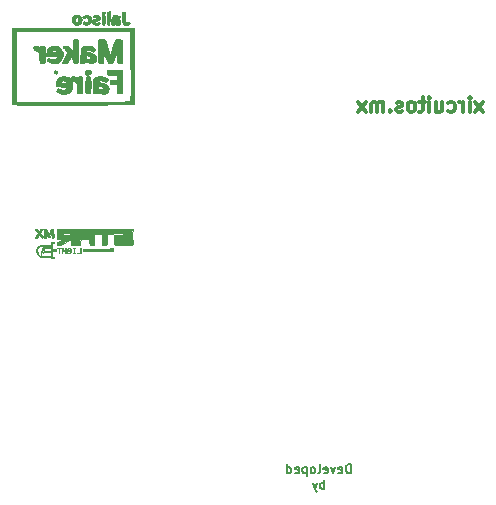
<source format=gbr>
G04 #@! TF.GenerationSoftware,KiCad,Pcbnew,5.1.4-e60b266~84~ubuntu18.04.1*
G04 #@! TF.CreationDate,2019-10-07T09:21:49-06:00*
G04 #@! TF.ProjectId,001,3030312e-6b69-4636-9164-5f7063625858,1*
G04 #@! TF.SameCoordinates,Original*
G04 #@! TF.FileFunction,Legend,Bot*
G04 #@! TF.FilePolarity,Positive*
%FSLAX46Y46*%
G04 Gerber Fmt 4.6, Leading zero omitted, Abs format (unit mm)*
G04 Created by KiCad (PCBNEW 5.1.4-e60b266~84~ubuntu18.04.1) date 2019-10-07 09:21:49*
%MOMM*%
%LPD*%
G04 APERTURE LIST*
%ADD10C,0.300000*%
%ADD11C,0.190500*%
%ADD12C,0.010000*%
%ADD13C,0.152400*%
%ADD14R,1.800000X1.800000*%
%ADD15C,1.800000*%
%ADD16C,5.000000*%
%ADD17C,4.101600*%
%ADD18C,1.501600*%
G04 APERTURE END LIST*
D10*
X157504742Y-90458857D02*
X156876171Y-89658857D01*
X157504742Y-89658857D02*
X156876171Y-90458857D01*
X156419028Y-90458857D02*
X156419028Y-89658857D01*
X156419028Y-89258857D02*
X156476171Y-89316000D01*
X156419028Y-89373142D01*
X156361885Y-89316000D01*
X156419028Y-89258857D01*
X156419028Y-89373142D01*
X155847600Y-90458857D02*
X155847600Y-89658857D01*
X155847600Y-89887428D02*
X155790457Y-89773142D01*
X155733314Y-89716000D01*
X155619028Y-89658857D01*
X155504742Y-89658857D01*
X154590457Y-90401714D02*
X154704742Y-90458857D01*
X154933314Y-90458857D01*
X155047600Y-90401714D01*
X155104742Y-90344571D01*
X155161885Y-90230285D01*
X155161885Y-89887428D01*
X155104742Y-89773142D01*
X155047600Y-89716000D01*
X154933314Y-89658857D01*
X154704742Y-89658857D01*
X154590457Y-89716000D01*
X153561885Y-89658857D02*
X153561885Y-90458857D01*
X154076171Y-89658857D02*
X154076171Y-90287428D01*
X154019028Y-90401714D01*
X153904742Y-90458857D01*
X153733314Y-90458857D01*
X153619028Y-90401714D01*
X153561885Y-90344571D01*
X152990457Y-90458857D02*
X152990457Y-89658857D01*
X152990457Y-89258857D02*
X153047600Y-89316000D01*
X152990457Y-89373142D01*
X152933314Y-89316000D01*
X152990457Y-89258857D01*
X152990457Y-89373142D01*
X152590457Y-89658857D02*
X152133314Y-89658857D01*
X152419028Y-89258857D02*
X152419028Y-90287428D01*
X152361885Y-90401714D01*
X152247600Y-90458857D01*
X152133314Y-90458857D01*
X151561885Y-90458857D02*
X151676171Y-90401714D01*
X151733314Y-90344571D01*
X151790457Y-90230285D01*
X151790457Y-89887428D01*
X151733314Y-89773142D01*
X151676171Y-89716000D01*
X151561885Y-89658857D01*
X151390457Y-89658857D01*
X151276171Y-89716000D01*
X151219028Y-89773142D01*
X151161885Y-89887428D01*
X151161885Y-90230285D01*
X151219028Y-90344571D01*
X151276171Y-90401714D01*
X151390457Y-90458857D01*
X151561885Y-90458857D01*
X150704742Y-90401714D02*
X150590457Y-90458857D01*
X150361885Y-90458857D01*
X150247600Y-90401714D01*
X150190457Y-90287428D01*
X150190457Y-90230285D01*
X150247600Y-90116000D01*
X150361885Y-90058857D01*
X150533314Y-90058857D01*
X150647600Y-90001714D01*
X150704742Y-89887428D01*
X150704742Y-89830285D01*
X150647600Y-89716000D01*
X150533314Y-89658857D01*
X150361885Y-89658857D01*
X150247600Y-89716000D01*
X149676171Y-90344571D02*
X149619028Y-90401714D01*
X149676171Y-90458857D01*
X149733314Y-90401714D01*
X149676171Y-90344571D01*
X149676171Y-90458857D01*
X149104742Y-90458857D02*
X149104742Y-89658857D01*
X149104742Y-89773142D02*
X149047600Y-89716000D01*
X148933314Y-89658857D01*
X148761885Y-89658857D01*
X148647600Y-89716000D01*
X148590457Y-89830285D01*
X148590457Y-90458857D01*
X148590457Y-89830285D02*
X148533314Y-89716000D01*
X148419028Y-89658857D01*
X148247600Y-89658857D01*
X148133314Y-89716000D01*
X148076171Y-89830285D01*
X148076171Y-90458857D01*
X147619028Y-90458857D02*
X146990457Y-89658857D01*
X147619028Y-89658857D02*
X146990457Y-90458857D01*
D11*
X146340285Y-121064564D02*
X146340285Y-120302564D01*
X146158857Y-120302564D01*
X146050000Y-120338850D01*
X145977428Y-120411421D01*
X145941142Y-120483992D01*
X145904857Y-120629135D01*
X145904857Y-120737992D01*
X145941142Y-120883135D01*
X145977428Y-120955707D01*
X146050000Y-121028278D01*
X146158857Y-121064564D01*
X146340285Y-121064564D01*
X145288000Y-121028278D02*
X145360571Y-121064564D01*
X145505714Y-121064564D01*
X145578285Y-121028278D01*
X145614571Y-120955707D01*
X145614571Y-120665421D01*
X145578285Y-120592850D01*
X145505714Y-120556564D01*
X145360571Y-120556564D01*
X145288000Y-120592850D01*
X145251714Y-120665421D01*
X145251714Y-120737992D01*
X145614571Y-120810564D01*
X144997714Y-120556564D02*
X144816285Y-121064564D01*
X144634857Y-120556564D01*
X144054285Y-121028278D02*
X144126857Y-121064564D01*
X144272000Y-121064564D01*
X144344571Y-121028278D01*
X144380857Y-120955707D01*
X144380857Y-120665421D01*
X144344571Y-120592850D01*
X144272000Y-120556564D01*
X144126857Y-120556564D01*
X144054285Y-120592850D01*
X144018000Y-120665421D01*
X144018000Y-120737992D01*
X144380857Y-120810564D01*
X143582571Y-121064564D02*
X143655142Y-121028278D01*
X143691428Y-120955707D01*
X143691428Y-120302564D01*
X143183428Y-121064564D02*
X143256000Y-121028278D01*
X143292285Y-120991992D01*
X143328571Y-120919421D01*
X143328571Y-120701707D01*
X143292285Y-120629135D01*
X143256000Y-120592850D01*
X143183428Y-120556564D01*
X143074571Y-120556564D01*
X143002000Y-120592850D01*
X142965714Y-120629135D01*
X142929428Y-120701707D01*
X142929428Y-120919421D01*
X142965714Y-120991992D01*
X143002000Y-121028278D01*
X143074571Y-121064564D01*
X143183428Y-121064564D01*
X142602857Y-120556564D02*
X142602857Y-121318564D01*
X142602857Y-120592850D02*
X142530285Y-120556564D01*
X142385142Y-120556564D01*
X142312571Y-120592850D01*
X142276285Y-120629135D01*
X142240000Y-120701707D01*
X142240000Y-120919421D01*
X142276285Y-120991992D01*
X142312571Y-121028278D01*
X142385142Y-121064564D01*
X142530285Y-121064564D01*
X142602857Y-121028278D01*
X141623142Y-121028278D02*
X141695714Y-121064564D01*
X141840857Y-121064564D01*
X141913428Y-121028278D01*
X141949714Y-120955707D01*
X141949714Y-120665421D01*
X141913428Y-120592850D01*
X141840857Y-120556564D01*
X141695714Y-120556564D01*
X141623142Y-120592850D01*
X141586857Y-120665421D01*
X141586857Y-120737992D01*
X141949714Y-120810564D01*
X140933714Y-121064564D02*
X140933714Y-120302564D01*
X140933714Y-121028278D02*
X141006285Y-121064564D01*
X141151428Y-121064564D01*
X141224000Y-121028278D01*
X141260285Y-120991992D01*
X141296571Y-120919421D01*
X141296571Y-120701707D01*
X141260285Y-120629135D01*
X141224000Y-120592850D01*
X141151428Y-120556564D01*
X141006285Y-120556564D01*
X140933714Y-120592850D01*
X144090571Y-122398064D02*
X144090571Y-121636064D01*
X144090571Y-121926350D02*
X144018000Y-121890064D01*
X143872857Y-121890064D01*
X143800285Y-121926350D01*
X143764000Y-121962635D01*
X143727714Y-122035207D01*
X143727714Y-122252921D01*
X143764000Y-122325492D01*
X143800285Y-122361778D01*
X143872857Y-122398064D01*
X144018000Y-122398064D01*
X144090571Y-122361778D01*
X143473714Y-121890064D02*
X143292285Y-122398064D01*
X143110857Y-121890064D02*
X143292285Y-122398064D01*
X143364857Y-122579492D01*
X143401142Y-122615778D01*
X143473714Y-122652064D01*
D12*
G36*
X119650789Y-84892321D02*
G01*
X119746144Y-84926505D01*
X119786032Y-84943530D01*
X119934576Y-85008726D01*
X119982788Y-84963434D01*
X120042422Y-84929877D01*
X120127616Y-84908862D01*
X120222955Y-84902310D01*
X120313019Y-84912139D01*
X120338473Y-84919145D01*
X120379766Y-84934907D01*
X120403783Y-84955490D01*
X120417059Y-84992435D01*
X120426131Y-85057280D01*
X120428363Y-85077847D01*
X120432087Y-85136841D01*
X120434828Y-85230410D01*
X120436505Y-85350809D01*
X120437037Y-85490290D01*
X120436345Y-85641106D01*
X120435219Y-85740234D01*
X120432233Y-85914222D01*
X120428584Y-86050167D01*
X120423994Y-86152358D01*
X120418186Y-86225083D01*
X120410881Y-86272631D01*
X120401802Y-86299290D01*
X120398700Y-86303845D01*
X120374815Y-86321568D01*
X120333335Y-86332369D01*
X120265593Y-86337647D01*
X120181741Y-86338833D01*
X120098266Y-86338281D01*
X120033508Y-86336803D01*
X119997070Y-86334668D01*
X119992463Y-86333542D01*
X119991303Y-86311783D01*
X119988857Y-86254114D01*
X119985380Y-86166930D01*
X119981125Y-86056625D01*
X119976347Y-85929594D01*
X119975234Y-85899602D01*
X119959376Y-85470954D01*
X119897759Y-85406640D01*
X119823752Y-85352108D01*
X119713260Y-85306526D01*
X119687446Y-85298590D01*
X119608390Y-85271114D01*
X119542091Y-85240520D01*
X119502476Y-85213271D01*
X119501708Y-85212416D01*
X119475577Y-85156882D01*
X119465126Y-85079932D01*
X119470613Y-84999575D01*
X119492294Y-84933819D01*
X119497617Y-84925376D01*
X119533052Y-84892168D01*
X119581934Y-84881012D01*
X119650789Y-84892321D01*
X119650789Y-84892321D01*
G37*
X119650789Y-84892321D02*
X119746144Y-84926505D01*
X119786032Y-84943530D01*
X119934576Y-85008726D01*
X119982788Y-84963434D01*
X120042422Y-84929877D01*
X120127616Y-84908862D01*
X120222955Y-84902310D01*
X120313019Y-84912139D01*
X120338473Y-84919145D01*
X120379766Y-84934907D01*
X120403783Y-84955490D01*
X120417059Y-84992435D01*
X120426131Y-85057280D01*
X120428363Y-85077847D01*
X120432087Y-85136841D01*
X120434828Y-85230410D01*
X120436505Y-85350809D01*
X120437037Y-85490290D01*
X120436345Y-85641106D01*
X120435219Y-85740234D01*
X120432233Y-85914222D01*
X120428584Y-86050167D01*
X120423994Y-86152358D01*
X120418186Y-86225083D01*
X120410881Y-86272631D01*
X120401802Y-86299290D01*
X120398700Y-86303845D01*
X120374815Y-86321568D01*
X120333335Y-86332369D01*
X120265593Y-86337647D01*
X120181741Y-86338833D01*
X120098266Y-86338281D01*
X120033508Y-86336803D01*
X119997070Y-86334668D01*
X119992463Y-86333542D01*
X119991303Y-86311783D01*
X119988857Y-86254114D01*
X119985380Y-86166930D01*
X119981125Y-86056625D01*
X119976347Y-85929594D01*
X119975234Y-85899602D01*
X119959376Y-85470954D01*
X119897759Y-85406640D01*
X119823752Y-85352108D01*
X119713260Y-85306526D01*
X119687446Y-85298590D01*
X119608390Y-85271114D01*
X119542091Y-85240520D01*
X119502476Y-85213271D01*
X119501708Y-85212416D01*
X119475577Y-85156882D01*
X119465126Y-85079932D01*
X119470613Y-84999575D01*
X119492294Y-84933819D01*
X119497617Y-84925376D01*
X119533052Y-84892168D01*
X119581934Y-84881012D01*
X119650789Y-84892321D01*
G36*
X126794884Y-84336745D02*
G01*
X126884970Y-84357865D01*
X126942130Y-84393431D01*
X126949856Y-84403345D01*
X126962573Y-84443805D01*
X126973250Y-84519667D01*
X126981925Y-84625606D01*
X126988637Y-84756301D01*
X126993424Y-84906428D01*
X126996327Y-85070665D01*
X126997382Y-85243688D01*
X126996630Y-85420176D01*
X126994109Y-85594804D01*
X126989857Y-85762251D01*
X126983914Y-85917194D01*
X126976319Y-86054309D01*
X126967109Y-86168274D01*
X126956325Y-86253766D01*
X126944004Y-86305462D01*
X126935902Y-86318036D01*
X126871348Y-86342262D01*
X126792039Y-86350506D01*
X126710874Y-86344159D01*
X126640751Y-86324611D01*
X126594570Y-86293253D01*
X126586717Y-86280395D01*
X126581359Y-86248657D01*
X126575454Y-86181651D01*
X126569437Y-86086430D01*
X126563743Y-85970046D01*
X126558807Y-85839554D01*
X126558082Y-85816697D01*
X126553456Y-85686431D01*
X126548195Y-85570886D01*
X126542692Y-85476632D01*
X126537342Y-85410241D01*
X126532540Y-85378281D01*
X126531677Y-85376596D01*
X126524464Y-85380305D01*
X126511577Y-85403127D01*
X126491773Y-85448259D01*
X126463808Y-85518896D01*
X126426437Y-85618237D01*
X126378418Y-85749476D01*
X126318505Y-85915811D01*
X126280776Y-86021333D01*
X126235111Y-86143114D01*
X126196138Y-86230102D01*
X126159698Y-86288424D01*
X126121630Y-86324204D01*
X126077773Y-86343570D01*
X126059051Y-86347838D01*
X125967567Y-86355401D01*
X125879263Y-86346442D01*
X125806825Y-86323497D01*
X125762938Y-86289100D01*
X125762634Y-86288624D01*
X125749591Y-86259475D01*
X125725222Y-86197415D01*
X125692086Y-86109524D01*
X125652737Y-86002883D01*
X125609734Y-85884573D01*
X125565633Y-85761675D01*
X125522991Y-85641270D01*
X125484364Y-85530438D01*
X125452309Y-85436260D01*
X125429384Y-85365818D01*
X125429182Y-85365167D01*
X125425027Y-85374130D01*
X125419832Y-85419180D01*
X125414096Y-85494099D01*
X125408319Y-85592666D01*
X125404533Y-85672083D01*
X125395703Y-85858801D01*
X125387019Y-86007242D01*
X125378068Y-86121459D01*
X125368439Y-86205503D01*
X125357720Y-86263428D01*
X125345500Y-86299286D01*
X125339899Y-86308635D01*
X125306499Y-86327346D01*
X125244954Y-86342378D01*
X125169406Y-86352034D01*
X125093996Y-86354618D01*
X125032866Y-86348433D01*
X125025006Y-86346415D01*
X125001912Y-86335851D01*
X124983193Y-86316188D01*
X124968314Y-86283201D01*
X124956738Y-86232667D01*
X124947928Y-86160361D01*
X124941350Y-86062059D01*
X124936467Y-85933538D01*
X124932744Y-85770572D01*
X124930037Y-85598000D01*
X124927515Y-85321188D01*
X124927955Y-85076462D01*
X124931295Y-84865408D01*
X124937471Y-84689614D01*
X124946418Y-84550665D01*
X124958073Y-84450149D01*
X124972374Y-84389653D01*
X124978983Y-84376790D01*
X124996785Y-84359802D01*
X125025870Y-84348649D01*
X125074275Y-84342172D01*
X125150036Y-84339208D01*
X125243330Y-84338583D01*
X125347271Y-84339181D01*
X125417488Y-84341975D01*
X125462584Y-84348463D01*
X125491163Y-84360143D01*
X125511829Y-84378514D01*
X125518552Y-84386514D01*
X125532733Y-84408267D01*
X125549870Y-84443508D01*
X125571211Y-84495816D01*
X125598003Y-84568766D01*
X125631494Y-84665937D01*
X125672930Y-84790903D01*
X125723560Y-84947244D01*
X125784631Y-85138535D01*
X125822930Y-85259333D01*
X125858209Y-85368708D01*
X125890574Y-85465190D01*
X125917268Y-85540846D01*
X125935536Y-85587747D01*
X125940462Y-85597653D01*
X125950842Y-85607504D01*
X125962812Y-85603433D01*
X125977917Y-85581658D01*
X125997706Y-85538397D01*
X126023727Y-85469868D01*
X126057525Y-85372289D01*
X126100650Y-85241878D01*
X126154647Y-85074853D01*
X126155695Y-85071590D01*
X126199429Y-84936495D01*
X126243158Y-84803270D01*
X126283602Y-84681777D01*
X126317481Y-84581880D01*
X126339679Y-84518500D01*
X126396987Y-84359750D01*
X126539598Y-84341418D01*
X126677789Y-84330965D01*
X126794884Y-84336745D01*
X126794884Y-84336745D01*
G37*
X126794884Y-84336745D02*
X126884970Y-84357865D01*
X126942130Y-84393431D01*
X126949856Y-84403345D01*
X126962573Y-84443805D01*
X126973250Y-84519667D01*
X126981925Y-84625606D01*
X126988637Y-84756301D01*
X126993424Y-84906428D01*
X126996327Y-85070665D01*
X126997382Y-85243688D01*
X126996630Y-85420176D01*
X126994109Y-85594804D01*
X126989857Y-85762251D01*
X126983914Y-85917194D01*
X126976319Y-86054309D01*
X126967109Y-86168274D01*
X126956325Y-86253766D01*
X126944004Y-86305462D01*
X126935902Y-86318036D01*
X126871348Y-86342262D01*
X126792039Y-86350506D01*
X126710874Y-86344159D01*
X126640751Y-86324611D01*
X126594570Y-86293253D01*
X126586717Y-86280395D01*
X126581359Y-86248657D01*
X126575454Y-86181651D01*
X126569437Y-86086430D01*
X126563743Y-85970046D01*
X126558807Y-85839554D01*
X126558082Y-85816697D01*
X126553456Y-85686431D01*
X126548195Y-85570886D01*
X126542692Y-85476632D01*
X126537342Y-85410241D01*
X126532540Y-85378281D01*
X126531677Y-85376596D01*
X126524464Y-85380305D01*
X126511577Y-85403127D01*
X126491773Y-85448259D01*
X126463808Y-85518896D01*
X126426437Y-85618237D01*
X126378418Y-85749476D01*
X126318505Y-85915811D01*
X126280776Y-86021333D01*
X126235111Y-86143114D01*
X126196138Y-86230102D01*
X126159698Y-86288424D01*
X126121630Y-86324204D01*
X126077773Y-86343570D01*
X126059051Y-86347838D01*
X125967567Y-86355401D01*
X125879263Y-86346442D01*
X125806825Y-86323497D01*
X125762938Y-86289100D01*
X125762634Y-86288624D01*
X125749591Y-86259475D01*
X125725222Y-86197415D01*
X125692086Y-86109524D01*
X125652737Y-86002883D01*
X125609734Y-85884573D01*
X125565633Y-85761675D01*
X125522991Y-85641270D01*
X125484364Y-85530438D01*
X125452309Y-85436260D01*
X125429384Y-85365818D01*
X125429182Y-85365167D01*
X125425027Y-85374130D01*
X125419832Y-85419180D01*
X125414096Y-85494099D01*
X125408319Y-85592666D01*
X125404533Y-85672083D01*
X125395703Y-85858801D01*
X125387019Y-86007242D01*
X125378068Y-86121459D01*
X125368439Y-86205503D01*
X125357720Y-86263428D01*
X125345500Y-86299286D01*
X125339899Y-86308635D01*
X125306499Y-86327346D01*
X125244954Y-86342378D01*
X125169406Y-86352034D01*
X125093996Y-86354618D01*
X125032866Y-86348433D01*
X125025006Y-86346415D01*
X125001912Y-86335851D01*
X124983193Y-86316188D01*
X124968314Y-86283201D01*
X124956738Y-86232667D01*
X124947928Y-86160361D01*
X124941350Y-86062059D01*
X124936467Y-85933538D01*
X124932744Y-85770572D01*
X124930037Y-85598000D01*
X124927515Y-85321188D01*
X124927955Y-85076462D01*
X124931295Y-84865408D01*
X124937471Y-84689614D01*
X124946418Y-84550665D01*
X124958073Y-84450149D01*
X124972374Y-84389653D01*
X124978983Y-84376790D01*
X124996785Y-84359802D01*
X125025870Y-84348649D01*
X125074275Y-84342172D01*
X125150036Y-84339208D01*
X125243330Y-84338583D01*
X125347271Y-84339181D01*
X125417488Y-84341975D01*
X125462584Y-84348463D01*
X125491163Y-84360143D01*
X125511829Y-84378514D01*
X125518552Y-84386514D01*
X125532733Y-84408267D01*
X125549870Y-84443508D01*
X125571211Y-84495816D01*
X125598003Y-84568766D01*
X125631494Y-84665937D01*
X125672930Y-84790903D01*
X125723560Y-84947244D01*
X125784631Y-85138535D01*
X125822930Y-85259333D01*
X125858209Y-85368708D01*
X125890574Y-85465190D01*
X125917268Y-85540846D01*
X125935536Y-85587747D01*
X125940462Y-85597653D01*
X125950842Y-85607504D01*
X125962812Y-85603433D01*
X125977917Y-85581658D01*
X125997706Y-85538397D01*
X126023727Y-85469868D01*
X126057525Y-85372289D01*
X126100650Y-85241878D01*
X126154647Y-85074853D01*
X126155695Y-85071590D01*
X126199429Y-84936495D01*
X126243158Y-84803270D01*
X126283602Y-84681777D01*
X126317481Y-84581880D01*
X126339679Y-84518500D01*
X126396987Y-84359750D01*
X126539598Y-84341418D01*
X126677789Y-84330965D01*
X126794884Y-84336745D01*
G36*
X124036667Y-84889897D02*
G01*
X124155738Y-84891461D01*
X124243770Y-84896104D01*
X124312025Y-84905290D01*
X124371765Y-84920482D01*
X124428250Y-84940768D01*
X124515534Y-84983652D01*
X124598101Y-85038345D01*
X124635978Y-85070943D01*
X124681095Y-85120375D01*
X124699585Y-85160046D01*
X124689910Y-85199817D01*
X124650532Y-85249545D01*
X124600308Y-85299570D01*
X124525475Y-85371557D01*
X124392196Y-85313324D01*
X124284349Y-85274267D01*
X124179299Y-85250472D01*
X124084244Y-85241953D01*
X124006380Y-85248722D01*
X123952903Y-85270791D01*
X123931009Y-85308174D01*
X123930833Y-85312507D01*
X123946378Y-85347326D01*
X123995015Y-85380214D01*
X124079749Y-85412620D01*
X124203582Y-85445995D01*
X124211142Y-85447783D01*
X124395632Y-85502993D01*
X124545940Y-85573280D01*
X124660075Y-85657371D01*
X124736042Y-85753993D01*
X124755035Y-85795169D01*
X124773089Y-85878175D01*
X124776775Y-85979429D01*
X124766829Y-86080076D01*
X124743988Y-86161259D01*
X124740425Y-86168780D01*
X124679037Y-86245751D01*
X124587810Y-86301455D01*
X124474118Y-86334810D01*
X124345332Y-86344732D01*
X124208824Y-86330140D01*
X124071969Y-86289952D01*
X124032012Y-86272772D01*
X123932107Y-86226360D01*
X123852095Y-86281797D01*
X123773773Y-86320253D01*
X123678188Y-86345016D01*
X123582001Y-86353493D01*
X123501873Y-86343089D01*
X123488849Y-86338349D01*
X123438447Y-86316977D01*
X123449725Y-85804030D01*
X123450380Y-85779545D01*
X123892724Y-85779545D01*
X123904692Y-85856556D01*
X123955799Y-85919997D01*
X124044487Y-85967961D01*
X124047250Y-85968973D01*
X124121550Y-85985898D01*
X124197403Y-85987482D01*
X124260522Y-85974785D01*
X124295586Y-85950599D01*
X124313968Y-85889468D01*
X124296234Y-85830207D01*
X124248500Y-85777583D01*
X124176882Y-85736367D01*
X124087498Y-85711327D01*
X123986464Y-85707234D01*
X123983750Y-85707449D01*
X123928777Y-85715247D01*
X123903051Y-85733380D01*
X123893485Y-85772212D01*
X123892724Y-85779545D01*
X123450380Y-85779545D01*
X123455119Y-85602564D01*
X123462419Y-85438639D01*
X123472932Y-85307466D01*
X123487968Y-85204256D01*
X123508836Y-85124221D01*
X123536844Y-85062572D01*
X123573300Y-85014520D01*
X123619515Y-84975277D01*
X123676795Y-84940055D01*
X123687417Y-84934289D01*
X123728708Y-84914847D01*
X123772763Y-84901892D01*
X123829107Y-84894212D01*
X123907266Y-84890598D01*
X124016765Y-84889839D01*
X124036667Y-84889897D01*
X124036667Y-84889897D01*
G37*
X124036667Y-84889897D02*
X124155738Y-84891461D01*
X124243770Y-84896104D01*
X124312025Y-84905290D01*
X124371765Y-84920482D01*
X124428250Y-84940768D01*
X124515534Y-84983652D01*
X124598101Y-85038345D01*
X124635978Y-85070943D01*
X124681095Y-85120375D01*
X124699585Y-85160046D01*
X124689910Y-85199817D01*
X124650532Y-85249545D01*
X124600308Y-85299570D01*
X124525475Y-85371557D01*
X124392196Y-85313324D01*
X124284349Y-85274267D01*
X124179299Y-85250472D01*
X124084244Y-85241953D01*
X124006380Y-85248722D01*
X123952903Y-85270791D01*
X123931009Y-85308174D01*
X123930833Y-85312507D01*
X123946378Y-85347326D01*
X123995015Y-85380214D01*
X124079749Y-85412620D01*
X124203582Y-85445995D01*
X124211142Y-85447783D01*
X124395632Y-85502993D01*
X124545940Y-85573280D01*
X124660075Y-85657371D01*
X124736042Y-85753993D01*
X124755035Y-85795169D01*
X124773089Y-85878175D01*
X124776775Y-85979429D01*
X124766829Y-86080076D01*
X124743988Y-86161259D01*
X124740425Y-86168780D01*
X124679037Y-86245751D01*
X124587810Y-86301455D01*
X124474118Y-86334810D01*
X124345332Y-86344732D01*
X124208824Y-86330140D01*
X124071969Y-86289952D01*
X124032012Y-86272772D01*
X123932107Y-86226360D01*
X123852095Y-86281797D01*
X123773773Y-86320253D01*
X123678188Y-86345016D01*
X123582001Y-86353493D01*
X123501873Y-86343089D01*
X123488849Y-86338349D01*
X123438447Y-86316977D01*
X123449725Y-85804030D01*
X123450380Y-85779545D01*
X123892724Y-85779545D01*
X123904692Y-85856556D01*
X123955799Y-85919997D01*
X124044487Y-85967961D01*
X124047250Y-85968973D01*
X124121550Y-85985898D01*
X124197403Y-85987482D01*
X124260522Y-85974785D01*
X124295586Y-85950599D01*
X124313968Y-85889468D01*
X124296234Y-85830207D01*
X124248500Y-85777583D01*
X124176882Y-85736367D01*
X124087498Y-85711327D01*
X123986464Y-85707234D01*
X123983750Y-85707449D01*
X123928777Y-85715247D01*
X123903051Y-85733380D01*
X123893485Y-85772212D01*
X123892724Y-85779545D01*
X123450380Y-85779545D01*
X123455119Y-85602564D01*
X123462419Y-85438639D01*
X123472932Y-85307466D01*
X123487968Y-85204256D01*
X123508836Y-85124221D01*
X123536844Y-85062572D01*
X123573300Y-85014520D01*
X123619515Y-84975277D01*
X123676795Y-84940055D01*
X123687417Y-84934289D01*
X123728708Y-84914847D01*
X123772763Y-84901892D01*
X123829107Y-84894212D01*
X123907266Y-84890598D01*
X124016765Y-84889839D01*
X124036667Y-84889897D01*
G36*
X123025846Y-84329580D02*
G01*
X123065728Y-84333045D01*
X123106904Y-84336425D01*
X123141173Y-84340352D01*
X123169166Y-84348431D01*
X123191516Y-84364266D01*
X123208853Y-84391464D01*
X123221811Y-84433629D01*
X123231021Y-84494367D01*
X123237115Y-84577282D01*
X123240725Y-84685981D01*
X123242482Y-84824068D01*
X123243019Y-84995148D01*
X123242967Y-85202827D01*
X123242917Y-85344012D01*
X123243110Y-85576402D01*
X123243171Y-85769994D01*
X123242323Y-85928317D01*
X123239790Y-86054901D01*
X123234794Y-86153276D01*
X123226559Y-86226972D01*
X123214306Y-86279519D01*
X123197260Y-86314446D01*
X123174644Y-86335283D01*
X123145680Y-86345561D01*
X123109591Y-86348809D01*
X123065600Y-86348557D01*
X123021872Y-86348223D01*
X122928471Y-86345410D01*
X122865961Y-86330367D01*
X122826981Y-86295882D01*
X122804172Y-86234744D01*
X122790172Y-86139742D01*
X122788087Y-86119171D01*
X122768300Y-85996029D01*
X122737082Y-85909662D01*
X122695235Y-85861753D01*
X122660561Y-85852000D01*
X122627767Y-85867012D01*
X122583954Y-85913489D01*
X122527508Y-85993595D01*
X122456812Y-86109491D01*
X122419327Y-86174948D01*
X122377451Y-86238898D01*
X122333407Y-86290709D01*
X122312238Y-86308600D01*
X122254702Y-86331192D01*
X122171919Y-86346270D01*
X122080571Y-86352145D01*
X121997342Y-86347124D01*
X121974663Y-86342826D01*
X121928123Y-86325238D01*
X121905035Y-86304575D01*
X121912015Y-86279597D01*
X121935942Y-86222852D01*
X121974137Y-86140083D01*
X122023917Y-86037030D01*
X122082601Y-85919434D01*
X122110491Y-85864683D01*
X122174258Y-85737858D01*
X122228389Y-85625448D01*
X122270512Y-85532741D01*
X122298256Y-85465022D01*
X122309251Y-85427578D01*
X122308758Y-85422691D01*
X122289376Y-85395908D01*
X122249690Y-85345144D01*
X122196463Y-85278969D01*
X122163094Y-85238167D01*
X122101567Y-85162055D01*
X122046393Y-85091447D01*
X122005977Y-85037197D01*
X121994266Y-85020121D01*
X121971847Y-84974665D01*
X121975754Y-84943158D01*
X122009891Y-84923376D01*
X122078165Y-84913094D01*
X122184482Y-84910084D01*
X122187377Y-84910083D01*
X122367865Y-84910083D01*
X122556111Y-85109974D01*
X122627375Y-85183198D01*
X122688868Y-85241797D01*
X122734732Y-85280520D01*
X122759108Y-85294115D01*
X122760803Y-85293448D01*
X122766554Y-85268075D01*
X122772775Y-85207204D01*
X122778999Y-85117657D01*
X122784756Y-85006259D01*
X122789576Y-84879834D01*
X122789844Y-84871307D01*
X122795981Y-84702601D01*
X122804188Y-84571736D01*
X122816768Y-84474217D01*
X122836022Y-84405553D01*
X122864254Y-84361250D01*
X122903767Y-84336815D01*
X122956863Y-84327756D01*
X123025846Y-84329580D01*
X123025846Y-84329580D01*
G37*
X123025846Y-84329580D02*
X123065728Y-84333045D01*
X123106904Y-84336425D01*
X123141173Y-84340352D01*
X123169166Y-84348431D01*
X123191516Y-84364266D01*
X123208853Y-84391464D01*
X123221811Y-84433629D01*
X123231021Y-84494367D01*
X123237115Y-84577282D01*
X123240725Y-84685981D01*
X123242482Y-84824068D01*
X123243019Y-84995148D01*
X123242967Y-85202827D01*
X123242917Y-85344012D01*
X123243110Y-85576402D01*
X123243171Y-85769994D01*
X123242323Y-85928317D01*
X123239790Y-86054901D01*
X123234794Y-86153276D01*
X123226559Y-86226972D01*
X123214306Y-86279519D01*
X123197260Y-86314446D01*
X123174644Y-86335283D01*
X123145680Y-86345561D01*
X123109591Y-86348809D01*
X123065600Y-86348557D01*
X123021872Y-86348223D01*
X122928471Y-86345410D01*
X122865961Y-86330367D01*
X122826981Y-86295882D01*
X122804172Y-86234744D01*
X122790172Y-86139742D01*
X122788087Y-86119171D01*
X122768300Y-85996029D01*
X122737082Y-85909662D01*
X122695235Y-85861753D01*
X122660561Y-85852000D01*
X122627767Y-85867012D01*
X122583954Y-85913489D01*
X122527508Y-85993595D01*
X122456812Y-86109491D01*
X122419327Y-86174948D01*
X122377451Y-86238898D01*
X122333407Y-86290709D01*
X122312238Y-86308600D01*
X122254702Y-86331192D01*
X122171919Y-86346270D01*
X122080571Y-86352145D01*
X121997342Y-86347124D01*
X121974663Y-86342826D01*
X121928123Y-86325238D01*
X121905035Y-86304575D01*
X121912015Y-86279597D01*
X121935942Y-86222852D01*
X121974137Y-86140083D01*
X122023917Y-86037030D01*
X122082601Y-85919434D01*
X122110491Y-85864683D01*
X122174258Y-85737858D01*
X122228389Y-85625448D01*
X122270512Y-85532741D01*
X122298256Y-85465022D01*
X122309251Y-85427578D01*
X122308758Y-85422691D01*
X122289376Y-85395908D01*
X122249690Y-85345144D01*
X122196463Y-85278969D01*
X122163094Y-85238167D01*
X122101567Y-85162055D01*
X122046393Y-85091447D01*
X122005977Y-85037197D01*
X121994266Y-85020121D01*
X121971847Y-84974665D01*
X121975754Y-84943158D01*
X122009891Y-84923376D01*
X122078165Y-84913094D01*
X122184482Y-84910084D01*
X122187377Y-84910083D01*
X122367865Y-84910083D01*
X122556111Y-85109974D01*
X122627375Y-85183198D01*
X122688868Y-85241797D01*
X122734732Y-85280520D01*
X122759108Y-85294115D01*
X122760803Y-85293448D01*
X122766554Y-85268075D01*
X122772775Y-85207204D01*
X122778999Y-85117657D01*
X122784756Y-85006259D01*
X122789576Y-84879834D01*
X122789844Y-84871307D01*
X122795981Y-84702601D01*
X122804188Y-84571736D01*
X122816768Y-84474217D01*
X122836022Y-84405553D01*
X122864254Y-84361250D01*
X122903767Y-84336815D01*
X122956863Y-84327756D01*
X123025846Y-84329580D01*
G36*
X121423278Y-84902995D02*
G01*
X121488940Y-84923553D01*
X121615036Y-84990117D01*
X121732332Y-85087508D01*
X121829644Y-85204570D01*
X121895391Y-85329075D01*
X121931874Y-85474976D01*
X121941601Y-85635347D01*
X121925633Y-85796830D01*
X121885031Y-85946069D01*
X121838704Y-86042500D01*
X121779396Y-86122834D01*
X121702787Y-86203198D01*
X121623286Y-86269467D01*
X121578598Y-86297419D01*
X121523158Y-86318894D01*
X121444347Y-86341114D01*
X121357279Y-86360751D01*
X121277065Y-86374475D01*
X121218821Y-86378956D01*
X121210917Y-86378425D01*
X121179502Y-86374185D01*
X121121064Y-86365833D01*
X121072288Y-86358710D01*
X120961421Y-86335514D01*
X120847608Y-86300228D01*
X120745301Y-86258115D01*
X120668952Y-86214436D01*
X120662340Y-86209433D01*
X120617133Y-86151793D01*
X120611985Y-86083348D01*
X120646842Y-86006831D01*
X120666764Y-85980695D01*
X120725861Y-85909906D01*
X120887277Y-85965620D01*
X121030984Y-86004607D01*
X121159300Y-86018736D01*
X121267926Y-86009050D01*
X121352563Y-85976587D01*
X121408913Y-85922388D01*
X121432676Y-85847495D01*
X121433167Y-85833474D01*
X121421199Y-85790237D01*
X121406708Y-85773874D01*
X121378138Y-85768049D01*
X121314216Y-85761958D01*
X121221918Y-85756043D01*
X121108220Y-85750742D01*
X120980097Y-85746497D01*
X120967500Y-85746167D01*
X120554750Y-85735583D01*
X120547637Y-85640333D01*
X120552970Y-85485210D01*
X120576829Y-85385465D01*
X120990559Y-85385465D01*
X120997903Y-85419311D01*
X121025708Y-85435242D01*
X121085490Y-85444284D01*
X121165361Y-85447988D01*
X121252260Y-85446802D01*
X121333125Y-85441173D01*
X121394894Y-85431548D01*
X121421218Y-85421699D01*
X121447192Y-85392037D01*
X121438800Y-85354670D01*
X121436114Y-85349508D01*
X121394988Y-85301858D01*
X121331879Y-85256702D01*
X121264615Y-85225119D01*
X121222902Y-85217000D01*
X121160777Y-85228214D01*
X121100415Y-85257380D01*
X121047881Y-85297786D01*
X121009241Y-85342719D01*
X120990559Y-85385465D01*
X120576829Y-85385465D01*
X120589202Y-85333744D01*
X120652078Y-85193378D01*
X120737340Y-85071555D01*
X120840731Y-84975717D01*
X120957995Y-84913307D01*
X120964763Y-84910992D01*
X121109760Y-84881001D01*
X121268598Y-84878479D01*
X121423278Y-84902995D01*
X121423278Y-84902995D01*
G37*
X121423278Y-84902995D02*
X121488940Y-84923553D01*
X121615036Y-84990117D01*
X121732332Y-85087508D01*
X121829644Y-85204570D01*
X121895391Y-85329075D01*
X121931874Y-85474976D01*
X121941601Y-85635347D01*
X121925633Y-85796830D01*
X121885031Y-85946069D01*
X121838704Y-86042500D01*
X121779396Y-86122834D01*
X121702787Y-86203198D01*
X121623286Y-86269467D01*
X121578598Y-86297419D01*
X121523158Y-86318894D01*
X121444347Y-86341114D01*
X121357279Y-86360751D01*
X121277065Y-86374475D01*
X121218821Y-86378956D01*
X121210917Y-86378425D01*
X121179502Y-86374185D01*
X121121064Y-86365833D01*
X121072288Y-86358710D01*
X120961421Y-86335514D01*
X120847608Y-86300228D01*
X120745301Y-86258115D01*
X120668952Y-86214436D01*
X120662340Y-86209433D01*
X120617133Y-86151793D01*
X120611985Y-86083348D01*
X120646842Y-86006831D01*
X120666764Y-85980695D01*
X120725861Y-85909906D01*
X120887277Y-85965620D01*
X121030984Y-86004607D01*
X121159300Y-86018736D01*
X121267926Y-86009050D01*
X121352563Y-85976587D01*
X121408913Y-85922388D01*
X121432676Y-85847495D01*
X121433167Y-85833474D01*
X121421199Y-85790237D01*
X121406708Y-85773874D01*
X121378138Y-85768049D01*
X121314216Y-85761958D01*
X121221918Y-85756043D01*
X121108220Y-85750742D01*
X120980097Y-85746497D01*
X120967500Y-85746167D01*
X120554750Y-85735583D01*
X120547637Y-85640333D01*
X120552970Y-85485210D01*
X120576829Y-85385465D01*
X120990559Y-85385465D01*
X120997903Y-85419311D01*
X121025708Y-85435242D01*
X121085490Y-85444284D01*
X121165361Y-85447988D01*
X121252260Y-85446802D01*
X121333125Y-85441173D01*
X121394894Y-85431548D01*
X121421218Y-85421699D01*
X121447192Y-85392037D01*
X121438800Y-85354670D01*
X121436114Y-85349508D01*
X121394988Y-85301858D01*
X121331879Y-85256702D01*
X121264615Y-85225119D01*
X121222902Y-85217000D01*
X121160777Y-85228214D01*
X121100415Y-85257380D01*
X121047881Y-85297786D01*
X121009241Y-85342719D01*
X120990559Y-85385465D01*
X120576829Y-85385465D01*
X120589202Y-85333744D01*
X120652078Y-85193378D01*
X120737340Y-85071555D01*
X120840731Y-84975717D01*
X120957995Y-84913307D01*
X120964763Y-84910992D01*
X121109760Y-84881001D01*
X121268598Y-84878479D01*
X121423278Y-84902995D01*
G36*
X121333400Y-86977643D02*
G01*
X121394258Y-87004842D01*
X121438628Y-87053316D01*
X121454333Y-87112808D01*
X121438610Y-87188213D01*
X121397346Y-87235949D01*
X121339401Y-87251785D01*
X121273632Y-87231492D01*
X121246708Y-87211958D01*
X121206179Y-87157601D01*
X121188076Y-87092746D01*
X121195167Y-87033320D01*
X121211322Y-87008202D01*
X121268329Y-86977001D01*
X121333400Y-86977643D01*
X121333400Y-86977643D01*
G37*
X121333400Y-86977643D02*
X121394258Y-87004842D01*
X121438628Y-87053316D01*
X121454333Y-87112808D01*
X121438610Y-87188213D01*
X121397346Y-87235949D01*
X121339401Y-87251785D01*
X121273632Y-87231492D01*
X121246708Y-87211958D01*
X121206179Y-87157601D01*
X121188076Y-87092746D01*
X121195167Y-87033320D01*
X121211322Y-87008202D01*
X121268329Y-86977001D01*
X121333400Y-86977643D01*
G36*
X124145439Y-86944164D02*
G01*
X124201286Y-86948784D01*
X124236362Y-86960061D01*
X124261433Y-86980439D01*
X124271464Y-86992169D01*
X124303720Y-87061896D01*
X124309778Y-87148464D01*
X124288525Y-87234616D01*
X124287299Y-87237356D01*
X124244503Y-87284102D01*
X124171681Y-87316083D01*
X124079314Y-87330828D01*
X123977883Y-87325868D01*
X123941417Y-87318842D01*
X123889706Y-87292352D01*
X123859111Y-87238791D01*
X123846958Y-87152650D01*
X123846491Y-87123246D01*
X123848995Y-87042402D01*
X123861124Y-86990616D01*
X123890605Y-86961329D01*
X123945166Y-86947987D01*
X124032536Y-86944032D01*
X124058060Y-86943762D01*
X124145439Y-86944164D01*
X124145439Y-86944164D01*
G37*
X124145439Y-86944164D02*
X124201286Y-86948784D01*
X124236362Y-86960061D01*
X124261433Y-86980439D01*
X124271464Y-86992169D01*
X124303720Y-87061896D01*
X124309778Y-87148464D01*
X124288525Y-87234616D01*
X124287299Y-87237356D01*
X124244503Y-87284102D01*
X124171681Y-87316083D01*
X124079314Y-87330828D01*
X123977883Y-87325868D01*
X123941417Y-87318842D01*
X123889706Y-87292352D01*
X123859111Y-87238791D01*
X123846958Y-87152650D01*
X123846491Y-87123246D01*
X123848995Y-87042402D01*
X123861124Y-86990616D01*
X123890605Y-86961329D01*
X123945166Y-86947987D01*
X124032536Y-86944032D01*
X124058060Y-86943762D01*
X124145439Y-86944164D01*
G36*
X126978833Y-87924069D02*
G01*
X126978712Y-88153937D01*
X126978267Y-88345041D01*
X126977378Y-88500951D01*
X126975923Y-88625235D01*
X126973780Y-88721462D01*
X126970828Y-88793201D01*
X126966946Y-88844022D01*
X126962012Y-88877493D01*
X126955905Y-88897183D01*
X126948503Y-88906662D01*
X126945352Y-88908319D01*
X126906957Y-88914376D01*
X126840295Y-88917543D01*
X126759331Y-88917886D01*
X126678026Y-88915472D01*
X126610345Y-88910366D01*
X126584854Y-88906608D01*
X126568482Y-88901482D01*
X126556423Y-88889463D01*
X126547770Y-88864483D01*
X126541613Y-88820472D01*
X126537044Y-88751361D01*
X126533154Y-88651082D01*
X126529756Y-88538656D01*
X126525465Y-88419295D01*
X126520111Y-88314868D01*
X126514194Y-88232654D01*
X126508218Y-88179930D01*
X126503925Y-88164041D01*
X126477926Y-88158120D01*
X126418301Y-88153247D01*
X126333755Y-88149908D01*
X126232992Y-88148588D01*
X126226708Y-88148583D01*
X126097508Y-88146685D01*
X126007690Y-88140822D01*
X125954465Y-88130736D01*
X125938485Y-88122116D01*
X125922649Y-88081202D01*
X125916505Y-88000958D01*
X125917263Y-87942958D01*
X125920369Y-87867992D01*
X125923681Y-87812282D01*
X125926534Y-87786745D01*
X125926796Y-87786242D01*
X125948276Y-87783522D01*
X126004167Y-87778872D01*
X126086622Y-87772885D01*
X126187795Y-87766155D01*
X126216833Y-87764316D01*
X126502583Y-87746417D01*
X126508630Y-87553605D01*
X126514676Y-87360794D01*
X126415717Y-87347230D01*
X126341249Y-87340094D01*
X126246775Y-87335133D01*
X126166254Y-87333540D01*
X126066800Y-87331622D01*
X125950302Y-87326714D01*
X125841857Y-87319876D01*
X125841125Y-87319819D01*
X125666500Y-87306225D01*
X125666500Y-86952667D01*
X126978833Y-86952667D01*
X126978833Y-87924069D01*
X126978833Y-87924069D01*
G37*
X126978833Y-87924069D02*
X126978712Y-88153937D01*
X126978267Y-88345041D01*
X126977378Y-88500951D01*
X126975923Y-88625235D01*
X126973780Y-88721462D01*
X126970828Y-88793201D01*
X126966946Y-88844022D01*
X126962012Y-88877493D01*
X126955905Y-88897183D01*
X126948503Y-88906662D01*
X126945352Y-88908319D01*
X126906957Y-88914376D01*
X126840295Y-88917543D01*
X126759331Y-88917886D01*
X126678026Y-88915472D01*
X126610345Y-88910366D01*
X126584854Y-88906608D01*
X126568482Y-88901482D01*
X126556423Y-88889463D01*
X126547770Y-88864483D01*
X126541613Y-88820472D01*
X126537044Y-88751361D01*
X126533154Y-88651082D01*
X126529756Y-88538656D01*
X126525465Y-88419295D01*
X126520111Y-88314868D01*
X126514194Y-88232654D01*
X126508218Y-88179930D01*
X126503925Y-88164041D01*
X126477926Y-88158120D01*
X126418301Y-88153247D01*
X126333755Y-88149908D01*
X126232992Y-88148588D01*
X126226708Y-88148583D01*
X126097508Y-88146685D01*
X126007690Y-88140822D01*
X125954465Y-88130736D01*
X125938485Y-88122116D01*
X125922649Y-88081202D01*
X125916505Y-88000958D01*
X125917263Y-87942958D01*
X125920369Y-87867992D01*
X125923681Y-87812282D01*
X125926534Y-87786745D01*
X125926796Y-87786242D01*
X125948276Y-87783522D01*
X126004167Y-87778872D01*
X126086622Y-87772885D01*
X126187795Y-87766155D01*
X126216833Y-87764316D01*
X126502583Y-87746417D01*
X126508630Y-87553605D01*
X126514676Y-87360794D01*
X126415717Y-87347230D01*
X126341249Y-87340094D01*
X126246775Y-87335133D01*
X126166254Y-87333540D01*
X126066800Y-87331622D01*
X125950302Y-87326714D01*
X125841857Y-87319876D01*
X125841125Y-87319819D01*
X125666500Y-87306225D01*
X125666500Y-86952667D01*
X126978833Y-86952667D01*
X126978833Y-87924069D01*
G36*
X124170835Y-87484282D02*
G01*
X124212682Y-87491732D01*
X124244482Y-87510230D01*
X124267610Y-87543836D01*
X124283442Y-87596610D01*
X124293353Y-87672614D01*
X124298717Y-87775908D01*
X124300909Y-87910551D01*
X124301305Y-88080604D01*
X124301250Y-88223799D01*
X124300881Y-88411612D01*
X124299651Y-88561273D01*
X124297379Y-88676957D01*
X124293880Y-88762840D01*
X124288971Y-88823098D01*
X124282469Y-88861906D01*
X124274192Y-88883441D01*
X124272200Y-88886173D01*
X124245014Y-88905682D01*
X124197964Y-88916037D01*
X124121375Y-88918990D01*
X124092283Y-88918711D01*
X124011571Y-88916159D01*
X123944143Y-88911812D01*
X123904413Y-88906604D01*
X123904091Y-88906521D01*
X123893941Y-88901549D01*
X123885877Y-88889656D01*
X123879711Y-88866570D01*
X123875251Y-88828017D01*
X123872307Y-88769726D01*
X123870689Y-88687423D01*
X123870205Y-88576835D01*
X123870666Y-88433690D01*
X123871880Y-88253715D01*
X123872341Y-88194602D01*
X123877917Y-87492417D01*
X124051504Y-87486286D01*
X124117568Y-87483820D01*
X124170835Y-87484282D01*
X124170835Y-87484282D01*
G37*
X124170835Y-87484282D02*
X124212682Y-87491732D01*
X124244482Y-87510230D01*
X124267610Y-87543836D01*
X124283442Y-87596610D01*
X124293353Y-87672614D01*
X124298717Y-87775908D01*
X124300909Y-87910551D01*
X124301305Y-88080604D01*
X124301250Y-88223799D01*
X124300881Y-88411612D01*
X124299651Y-88561273D01*
X124297379Y-88676957D01*
X124293880Y-88762840D01*
X124288971Y-88823098D01*
X124282469Y-88861906D01*
X124274192Y-88883441D01*
X124272200Y-88886173D01*
X124245014Y-88905682D01*
X124197964Y-88916037D01*
X124121375Y-88918990D01*
X124092283Y-88918711D01*
X124011571Y-88916159D01*
X123944143Y-88911812D01*
X123904413Y-88906604D01*
X123904091Y-88906521D01*
X123893941Y-88901549D01*
X123885877Y-88889656D01*
X123879711Y-88866570D01*
X123875251Y-88828017D01*
X123872307Y-88769726D01*
X123870689Y-88687423D01*
X123870205Y-88576835D01*
X123870666Y-88433690D01*
X123871880Y-88253715D01*
X123872341Y-88194602D01*
X123877917Y-87492417D01*
X124051504Y-87486286D01*
X124117568Y-87483820D01*
X124170835Y-87484282D01*
G36*
X125218194Y-87470265D02*
G01*
X125359565Y-87496878D01*
X125490426Y-87537568D01*
X125602412Y-87589278D01*
X125687159Y-87648950D01*
X125729565Y-87700091D01*
X125748317Y-87741504D01*
X125743066Y-87774695D01*
X125717674Y-87812930D01*
X125670253Y-87866827D01*
X125622859Y-87909131D01*
X125595497Y-87927408D01*
X125569412Y-87934537D01*
X125533934Y-87929279D01*
X125478391Y-87910396D01*
X125412500Y-87884710D01*
X125281257Y-87841406D01*
X125168118Y-87821231D01*
X125078077Y-87824396D01*
X125016130Y-87851109D01*
X125001022Y-87867441D01*
X124983815Y-87900294D01*
X124986934Y-87927192D01*
X125015037Y-87951224D01*
X125072783Y-87975475D01*
X125164829Y-88003035D01*
X125232583Y-88020932D01*
X125416121Y-88075385D01*
X125561097Y-88135343D01*
X125671175Y-88203300D01*
X125750017Y-88281750D01*
X125801289Y-88373189D01*
X125816058Y-88418180D01*
X125830991Y-88531617D01*
X125820728Y-88650198D01*
X125787455Y-88755645D01*
X125772359Y-88783541D01*
X125708739Y-88851604D01*
X125617147Y-88906284D01*
X125511169Y-88942265D01*
X125404391Y-88954231D01*
X125350337Y-88948669D01*
X125306397Y-88936581D01*
X125236410Y-88913840D01*
X125153881Y-88884880D01*
X125135221Y-88878054D01*
X125054550Y-88848849D01*
X125003249Y-88833442D01*
X124971013Y-88830874D01*
X124947534Y-88840183D01*
X124924787Y-88858429D01*
X124859984Y-88896475D01*
X124771076Y-88915953D01*
X124650968Y-88918273D01*
X124629333Y-88917201D01*
X124512917Y-88910583D01*
X124512917Y-88360250D01*
X124512922Y-88350540D01*
X124968912Y-88350540D01*
X124973923Y-88432756D01*
X124977397Y-88447726D01*
X125011837Y-88505670D01*
X125074766Y-88549257D01*
X125153724Y-88574859D01*
X125236249Y-88578849D01*
X125309880Y-88557601D01*
X125324332Y-88548703D01*
X125362488Y-88503032D01*
X125363794Y-88450411D01*
X125331992Y-88395916D01*
X125270822Y-88344622D01*
X125184023Y-88301605D01*
X125129284Y-88283999D01*
X125047838Y-88274819D01*
X124993966Y-88297447D01*
X124968912Y-88350540D01*
X124512922Y-88350540D01*
X124513015Y-88193324D01*
X124513618Y-88063001D01*
X124515188Y-87963548D01*
X124518188Y-87889236D01*
X124523079Y-87834332D01*
X124530324Y-87793105D01*
X124540384Y-87759825D01*
X124553723Y-87728760D01*
X124565833Y-87704114D01*
X124630506Y-87605761D01*
X124715000Y-87534725D01*
X124824280Y-87488631D01*
X124963314Y-87465104D01*
X125074678Y-87460785D01*
X125218194Y-87470265D01*
X125218194Y-87470265D01*
G37*
X125218194Y-87470265D02*
X125359565Y-87496878D01*
X125490426Y-87537568D01*
X125602412Y-87589278D01*
X125687159Y-87648950D01*
X125729565Y-87700091D01*
X125748317Y-87741504D01*
X125743066Y-87774695D01*
X125717674Y-87812930D01*
X125670253Y-87866827D01*
X125622859Y-87909131D01*
X125595497Y-87927408D01*
X125569412Y-87934537D01*
X125533934Y-87929279D01*
X125478391Y-87910396D01*
X125412500Y-87884710D01*
X125281257Y-87841406D01*
X125168118Y-87821231D01*
X125078077Y-87824396D01*
X125016130Y-87851109D01*
X125001022Y-87867441D01*
X124983815Y-87900294D01*
X124986934Y-87927192D01*
X125015037Y-87951224D01*
X125072783Y-87975475D01*
X125164829Y-88003035D01*
X125232583Y-88020932D01*
X125416121Y-88075385D01*
X125561097Y-88135343D01*
X125671175Y-88203300D01*
X125750017Y-88281750D01*
X125801289Y-88373189D01*
X125816058Y-88418180D01*
X125830991Y-88531617D01*
X125820728Y-88650198D01*
X125787455Y-88755645D01*
X125772359Y-88783541D01*
X125708739Y-88851604D01*
X125617147Y-88906284D01*
X125511169Y-88942265D01*
X125404391Y-88954231D01*
X125350337Y-88948669D01*
X125306397Y-88936581D01*
X125236410Y-88913840D01*
X125153881Y-88884880D01*
X125135221Y-88878054D01*
X125054550Y-88848849D01*
X125003249Y-88833442D01*
X124971013Y-88830874D01*
X124947534Y-88840183D01*
X124924787Y-88858429D01*
X124859984Y-88896475D01*
X124771076Y-88915953D01*
X124650968Y-88918273D01*
X124629333Y-88917201D01*
X124512917Y-88910583D01*
X124512917Y-88360250D01*
X124512922Y-88350540D01*
X124968912Y-88350540D01*
X124973923Y-88432756D01*
X124977397Y-88447726D01*
X125011837Y-88505670D01*
X125074766Y-88549257D01*
X125153724Y-88574859D01*
X125236249Y-88578849D01*
X125309880Y-88557601D01*
X125324332Y-88548703D01*
X125362488Y-88503032D01*
X125363794Y-88450411D01*
X125331992Y-88395916D01*
X125270822Y-88344622D01*
X125184023Y-88301605D01*
X125129284Y-88283999D01*
X125047838Y-88274819D01*
X124993966Y-88297447D01*
X124968912Y-88350540D01*
X124512922Y-88350540D01*
X124513015Y-88193324D01*
X124513618Y-88063001D01*
X124515188Y-87963548D01*
X124518188Y-87889236D01*
X124523079Y-87834332D01*
X124530324Y-87793105D01*
X124540384Y-87759825D01*
X124553723Y-87728760D01*
X124565833Y-87704114D01*
X124630506Y-87605761D01*
X124715000Y-87534725D01*
X124824280Y-87488631D01*
X124963314Y-87465104D01*
X125074678Y-87460785D01*
X125218194Y-87470265D01*
G36*
X122859888Y-87477850D02*
G01*
X122969690Y-87521711D01*
X122974942Y-87524183D01*
X123044220Y-87555799D01*
X123098718Y-87578539D01*
X123127024Y-87587653D01*
X123127438Y-87587667D01*
X123153355Y-87573995D01*
X123192794Y-87540506D01*
X123198659Y-87534750D01*
X123232689Y-87506080D01*
X123271308Y-87490042D01*
X123327760Y-87483136D01*
X123398973Y-87481833D01*
X123478104Y-87483607D01*
X123543215Y-87488255D01*
X123579852Y-87494681D01*
X123589095Y-87502136D01*
X123596488Y-87519467D01*
X123602234Y-87550902D01*
X123606531Y-87600673D01*
X123609582Y-87673008D01*
X123611585Y-87772137D01*
X123612742Y-87902289D01*
X123613253Y-88067695D01*
X123613333Y-88201119D01*
X123613333Y-88894708D01*
X123547187Y-88907937D01*
X123475809Y-88917081D01*
X123392294Y-88920456D01*
X123310674Y-88918358D01*
X123244980Y-88911084D01*
X123211828Y-88900856D01*
X123192085Y-88866659D01*
X123175736Y-88792734D01*
X123163040Y-88681569D01*
X123154261Y-88535656D01*
X123149660Y-88357482D01*
X123149172Y-88304896D01*
X123147657Y-88196024D01*
X123143779Y-88120487D01*
X123136179Y-88069296D01*
X123123496Y-88033465D01*
X123104371Y-88004006D01*
X123103464Y-88002848D01*
X123028209Y-87933738D01*
X122932046Y-87895102D01*
X122818167Y-87884000D01*
X122750541Y-87884836D01*
X122716090Y-87890667D01*
X122705656Y-87906475D01*
X122710082Y-87937243D01*
X122711184Y-87942208D01*
X122738464Y-88138476D01*
X122731874Y-88322304D01*
X122693078Y-88489784D01*
X122623736Y-88637007D01*
X122525512Y-88760065D01*
X122400067Y-88855050D01*
X122303793Y-88900230D01*
X122170724Y-88934740D01*
X122015892Y-88950260D01*
X121856059Y-88945352D01*
X121822697Y-88941495D01*
X121710793Y-88918865D01*
X121604667Y-88883389D01*
X121512109Y-88839208D01*
X121440908Y-88790463D01*
X121398855Y-88741296D01*
X121390833Y-88711896D01*
X121403262Y-88675256D01*
X121435326Y-88620378D01*
X121466474Y-88577026D01*
X121542115Y-88479937D01*
X121672849Y-88541785D01*
X121795364Y-88585533D01*
X121917406Y-88603771D01*
X122031166Y-88597508D01*
X122128830Y-88567751D01*
X122202589Y-88515511D01*
X122234336Y-88469294D01*
X122251274Y-88419261D01*
X122241760Y-88388040D01*
X122238644Y-88384678D01*
X122203621Y-88370499D01*
X122131553Y-88357752D01*
X122027718Y-88346890D01*
X121897393Y-88338369D01*
X121745856Y-88332643D01*
X121608195Y-88330343D01*
X121505207Y-88329256D01*
X121436836Y-88326747D01*
X121395368Y-88321081D01*
X121373089Y-88310528D01*
X121362283Y-88293354D01*
X121356764Y-88273880D01*
X121351203Y-88224812D01*
X121350165Y-88150424D01*
X121353476Y-88073616D01*
X121368664Y-87989255D01*
X121799463Y-87989255D01*
X121823985Y-88023642D01*
X121868973Y-88039918D01*
X121941677Y-88049920D01*
X122027900Y-88053308D01*
X122113443Y-88049746D01*
X122184109Y-88038895D01*
X122204372Y-88032690D01*
X122245521Y-88009966D01*
X122254220Y-87980858D01*
X122229711Y-87938814D01*
X122188369Y-87894136D01*
X122101563Y-87830164D01*
X122011084Y-87805623D01*
X121921743Y-87821478D01*
X121894186Y-87835237D01*
X121834918Y-87883322D01*
X121802151Y-87937864D01*
X121799463Y-87989255D01*
X121368664Y-87989255D01*
X121383461Y-87907071D01*
X121445036Y-87764433D01*
X121533836Y-87647264D01*
X121645495Y-87557126D01*
X121775647Y-87495583D01*
X121919926Y-87464197D01*
X122073967Y-87464529D01*
X122233403Y-87498144D01*
X122393869Y-87566603D01*
X122527775Y-87653327D01*
X122583040Y-87692137D01*
X122617994Y-87706024D01*
X122643554Y-87698648D01*
X122649484Y-87694136D01*
X122673334Y-87654276D01*
X122682000Y-87604850D01*
X122691949Y-87526445D01*
X122723355Y-87479573D01*
X122778555Y-87463589D01*
X122859888Y-87477850D01*
X122859888Y-87477850D01*
G37*
X122859888Y-87477850D02*
X122969690Y-87521711D01*
X122974942Y-87524183D01*
X123044220Y-87555799D01*
X123098718Y-87578539D01*
X123127024Y-87587653D01*
X123127438Y-87587667D01*
X123153355Y-87573995D01*
X123192794Y-87540506D01*
X123198659Y-87534750D01*
X123232689Y-87506080D01*
X123271308Y-87490042D01*
X123327760Y-87483136D01*
X123398973Y-87481833D01*
X123478104Y-87483607D01*
X123543215Y-87488255D01*
X123579852Y-87494681D01*
X123589095Y-87502136D01*
X123596488Y-87519467D01*
X123602234Y-87550902D01*
X123606531Y-87600673D01*
X123609582Y-87673008D01*
X123611585Y-87772137D01*
X123612742Y-87902289D01*
X123613253Y-88067695D01*
X123613333Y-88201119D01*
X123613333Y-88894708D01*
X123547187Y-88907937D01*
X123475809Y-88917081D01*
X123392294Y-88920456D01*
X123310674Y-88918358D01*
X123244980Y-88911084D01*
X123211828Y-88900856D01*
X123192085Y-88866659D01*
X123175736Y-88792734D01*
X123163040Y-88681569D01*
X123154261Y-88535656D01*
X123149660Y-88357482D01*
X123149172Y-88304896D01*
X123147657Y-88196024D01*
X123143779Y-88120487D01*
X123136179Y-88069296D01*
X123123496Y-88033465D01*
X123104371Y-88004006D01*
X123103464Y-88002848D01*
X123028209Y-87933738D01*
X122932046Y-87895102D01*
X122818167Y-87884000D01*
X122750541Y-87884836D01*
X122716090Y-87890667D01*
X122705656Y-87906475D01*
X122710082Y-87937243D01*
X122711184Y-87942208D01*
X122738464Y-88138476D01*
X122731874Y-88322304D01*
X122693078Y-88489784D01*
X122623736Y-88637007D01*
X122525512Y-88760065D01*
X122400067Y-88855050D01*
X122303793Y-88900230D01*
X122170724Y-88934740D01*
X122015892Y-88950260D01*
X121856059Y-88945352D01*
X121822697Y-88941495D01*
X121710793Y-88918865D01*
X121604667Y-88883389D01*
X121512109Y-88839208D01*
X121440908Y-88790463D01*
X121398855Y-88741296D01*
X121390833Y-88711896D01*
X121403262Y-88675256D01*
X121435326Y-88620378D01*
X121466474Y-88577026D01*
X121542115Y-88479937D01*
X121672849Y-88541785D01*
X121795364Y-88585533D01*
X121917406Y-88603771D01*
X122031166Y-88597508D01*
X122128830Y-88567751D01*
X122202589Y-88515511D01*
X122234336Y-88469294D01*
X122251274Y-88419261D01*
X122241760Y-88388040D01*
X122238644Y-88384678D01*
X122203621Y-88370499D01*
X122131553Y-88357752D01*
X122027718Y-88346890D01*
X121897393Y-88338369D01*
X121745856Y-88332643D01*
X121608195Y-88330343D01*
X121505207Y-88329256D01*
X121436836Y-88326747D01*
X121395368Y-88321081D01*
X121373089Y-88310528D01*
X121362283Y-88293354D01*
X121356764Y-88273880D01*
X121351203Y-88224812D01*
X121350165Y-88150424D01*
X121353476Y-88073616D01*
X121368664Y-87989255D01*
X121799463Y-87989255D01*
X121823985Y-88023642D01*
X121868973Y-88039918D01*
X121941677Y-88049920D01*
X122027900Y-88053308D01*
X122113443Y-88049746D01*
X122184109Y-88038895D01*
X122204372Y-88032690D01*
X122245521Y-88009966D01*
X122254220Y-87980858D01*
X122229711Y-87938814D01*
X122188369Y-87894136D01*
X122101563Y-87830164D01*
X122011084Y-87805623D01*
X121921743Y-87821478D01*
X121894186Y-87835237D01*
X121834918Y-87883322D01*
X121802151Y-87937864D01*
X121799463Y-87989255D01*
X121368664Y-87989255D01*
X121383461Y-87907071D01*
X121445036Y-87764433D01*
X121533836Y-87647264D01*
X121645495Y-87557126D01*
X121775647Y-87495583D01*
X121919926Y-87464197D01*
X122073967Y-87464529D01*
X122233403Y-87498144D01*
X122393869Y-87566603D01*
X122527775Y-87653327D01*
X122583040Y-87692137D01*
X122617994Y-87706024D01*
X122643554Y-87698648D01*
X122649484Y-87694136D01*
X122673334Y-87654276D01*
X122682000Y-87604850D01*
X122691949Y-87526445D01*
X122723355Y-87479573D01*
X122778555Y-87463589D01*
X122859888Y-87477850D01*
G36*
X125451415Y-82021711D02*
G01*
X125489145Y-82055107D01*
X125490429Y-82108960D01*
X125480600Y-82135606D01*
X125441953Y-82176506D01*
X125386081Y-82191742D01*
X125330769Y-82178835D01*
X125307729Y-82159696D01*
X125291148Y-82116950D01*
X125289262Y-82069738D01*
X125298246Y-82030959D01*
X125321969Y-82014086D01*
X125373714Y-82010258D01*
X125378443Y-82010250D01*
X125451415Y-82021711D01*
X125451415Y-82021711D01*
G37*
X125451415Y-82021711D02*
X125489145Y-82055107D01*
X125490429Y-82108960D01*
X125480600Y-82135606D01*
X125441953Y-82176506D01*
X125386081Y-82191742D01*
X125330769Y-82178835D01*
X125307729Y-82159696D01*
X125291148Y-82116950D01*
X125289262Y-82069738D01*
X125298246Y-82030959D01*
X125321969Y-82014086D01*
X125373714Y-82010258D01*
X125378443Y-82010250D01*
X125451415Y-82021711D01*
G36*
X127190500Y-82383782D02*
G01*
X127194961Y-82536399D01*
X127200727Y-82652096D01*
X127210273Y-82736269D01*
X127226077Y-82794315D01*
X127250616Y-82831631D01*
X127286367Y-82853613D01*
X127335807Y-82865658D01*
X127401413Y-82873163D01*
X127415745Y-82874506D01*
X127514825Y-82888595D01*
X127576744Y-82910390D01*
X127606376Y-82942595D01*
X127609563Y-82982064D01*
X127582162Y-83030382D01*
X127518649Y-83067519D01*
X127424235Y-83091486D01*
X127304131Y-83100291D01*
X127300051Y-83100300D01*
X127145019Y-83100333D01*
X126930111Y-82895325D01*
X126934787Y-82453070D01*
X126936354Y-82321151D01*
X126938067Y-82204594D01*
X126939807Y-82109661D01*
X126941456Y-82042615D01*
X126942893Y-82009718D01*
X126943273Y-82007437D01*
X126964620Y-82004343D01*
X127015645Y-81999923D01*
X127063500Y-81996571D01*
X127179917Y-81989083D01*
X127190500Y-82383782D01*
X127190500Y-82383782D01*
G37*
X127190500Y-82383782D02*
X127194961Y-82536399D01*
X127200727Y-82652096D01*
X127210273Y-82736269D01*
X127226077Y-82794315D01*
X127250616Y-82831631D01*
X127286367Y-82853613D01*
X127335807Y-82865658D01*
X127401413Y-82873163D01*
X127415745Y-82874506D01*
X127514825Y-82888595D01*
X127576744Y-82910390D01*
X127606376Y-82942595D01*
X127609563Y-82982064D01*
X127582162Y-83030382D01*
X127518649Y-83067519D01*
X127424235Y-83091486D01*
X127304131Y-83100291D01*
X127300051Y-83100300D01*
X127145019Y-83100333D01*
X126930111Y-82895325D01*
X126934787Y-82453070D01*
X126936354Y-82321151D01*
X126938067Y-82204594D01*
X126939807Y-82109661D01*
X126941456Y-82042615D01*
X126942893Y-82009718D01*
X126943273Y-82007437D01*
X126964620Y-82004343D01*
X127015645Y-81999923D01*
X127063500Y-81996571D01*
X127179917Y-81989083D01*
X127190500Y-82383782D01*
G36*
X126532879Y-82296900D02*
G01*
X126648946Y-82327488D01*
X126718895Y-82355394D01*
X126769751Y-82384391D01*
X126785862Y-82413153D01*
X126772728Y-82454565D01*
X126766422Y-82466725D01*
X126750287Y-82487026D01*
X126722355Y-82499340D01*
X126673317Y-82505564D01*
X126593862Y-82507592D01*
X126565338Y-82507667D01*
X126484222Y-82509784D01*
X126422247Y-82515432D01*
X126389148Y-82523556D01*
X126386167Y-82527083D01*
X126404303Y-82544786D01*
X126450662Y-82568719D01*
X126486708Y-82583160D01*
X126568810Y-82614210D01*
X126652514Y-82647512D01*
X126675705Y-82657139D01*
X126760873Y-82712985D01*
X126812834Y-82790031D01*
X126829015Y-82880258D01*
X126806840Y-82975646D01*
X126788911Y-83009807D01*
X126740049Y-83065730D01*
X126674467Y-83093516D01*
X126584055Y-83095760D01*
X126538365Y-83089967D01*
X126359958Y-83075927D01*
X126216833Y-83089549D01*
X126140392Y-83090285D01*
X126104111Y-83074376D01*
X126087068Y-83056591D01*
X126075888Y-83028146D01*
X126069434Y-82981006D01*
X126066567Y-82907135D01*
X126066125Y-82806297D01*
X126067223Y-82776971D01*
X126346601Y-82776971D01*
X126356325Y-82811596D01*
X126386167Y-82846333D01*
X126433172Y-82876923D01*
X126485838Y-82889153D01*
X126530740Y-82882819D01*
X126554453Y-82857714D01*
X126555500Y-82848925D01*
X126536784Y-82803145D01*
X126490299Y-82767300D01*
X126430540Y-82748886D01*
X126373542Y-82754795D01*
X126346601Y-82776971D01*
X126067223Y-82776971D01*
X126072379Y-82639405D01*
X126091384Y-82509509D01*
X126125027Y-82412687D01*
X126175194Y-82345020D01*
X126243775Y-82302586D01*
X126317838Y-82283447D01*
X126416348Y-82281114D01*
X126532879Y-82296900D01*
X126532879Y-82296900D01*
G37*
X126532879Y-82296900D02*
X126648946Y-82327488D01*
X126718895Y-82355394D01*
X126769751Y-82384391D01*
X126785862Y-82413153D01*
X126772728Y-82454565D01*
X126766422Y-82466725D01*
X126750287Y-82487026D01*
X126722355Y-82499340D01*
X126673317Y-82505564D01*
X126593862Y-82507592D01*
X126565338Y-82507667D01*
X126484222Y-82509784D01*
X126422247Y-82515432D01*
X126389148Y-82523556D01*
X126386167Y-82527083D01*
X126404303Y-82544786D01*
X126450662Y-82568719D01*
X126486708Y-82583160D01*
X126568810Y-82614210D01*
X126652514Y-82647512D01*
X126675705Y-82657139D01*
X126760873Y-82712985D01*
X126812834Y-82790031D01*
X126829015Y-82880258D01*
X126806840Y-82975646D01*
X126788911Y-83009807D01*
X126740049Y-83065730D01*
X126674467Y-83093516D01*
X126584055Y-83095760D01*
X126538365Y-83089967D01*
X126359958Y-83075927D01*
X126216833Y-83089549D01*
X126140392Y-83090285D01*
X126104111Y-83074376D01*
X126087068Y-83056591D01*
X126075888Y-83028146D01*
X126069434Y-82981006D01*
X126066567Y-82907135D01*
X126066125Y-82806297D01*
X126067223Y-82776971D01*
X126346601Y-82776971D01*
X126356325Y-82811596D01*
X126386167Y-82846333D01*
X126433172Y-82876923D01*
X126485838Y-82889153D01*
X126530740Y-82882819D01*
X126554453Y-82857714D01*
X126555500Y-82848925D01*
X126536784Y-82803145D01*
X126490299Y-82767300D01*
X126430540Y-82748886D01*
X126373542Y-82754795D01*
X126346601Y-82776971D01*
X126067223Y-82776971D01*
X126072379Y-82639405D01*
X126091384Y-82509509D01*
X126125027Y-82412687D01*
X126175194Y-82345020D01*
X126243775Y-82302586D01*
X126317838Y-82283447D01*
X126416348Y-82281114D01*
X126532879Y-82296900D01*
G36*
X125918259Y-82342896D02*
G01*
X125916644Y-82480855D01*
X125913667Y-82620638D01*
X125909682Y-82749780D01*
X125905045Y-82855815D01*
X125902384Y-82899250D01*
X125888750Y-83089750D01*
X125825250Y-83095974D01*
X125764444Y-83090424D01*
X125719417Y-83071252D01*
X125705994Y-83059260D01*
X125695630Y-83041829D01*
X125687832Y-83013630D01*
X125682110Y-82969335D01*
X125677974Y-82903616D01*
X125674933Y-82811146D01*
X125672497Y-82686596D01*
X125670359Y-82538353D01*
X125669169Y-82396557D01*
X125669452Y-82268959D01*
X125671083Y-82161622D01*
X125673938Y-82080609D01*
X125677895Y-82031982D01*
X125680942Y-82020662D01*
X125710407Y-82009284D01*
X125767043Y-81997262D01*
X125809375Y-81990984D01*
X125920500Y-81977042D01*
X125918259Y-82342896D01*
X125918259Y-82342896D01*
G37*
X125918259Y-82342896D02*
X125916644Y-82480855D01*
X125913667Y-82620638D01*
X125909682Y-82749780D01*
X125905045Y-82855815D01*
X125902384Y-82899250D01*
X125888750Y-83089750D01*
X125825250Y-83095974D01*
X125764444Y-83090424D01*
X125719417Y-83071252D01*
X125705994Y-83059260D01*
X125695630Y-83041829D01*
X125687832Y-83013630D01*
X125682110Y-82969335D01*
X125677974Y-82903616D01*
X125674933Y-82811146D01*
X125672497Y-82686596D01*
X125670359Y-82538353D01*
X125669169Y-82396557D01*
X125669452Y-82268959D01*
X125671083Y-82161622D01*
X125673938Y-82080609D01*
X125677895Y-82031982D01*
X125680942Y-82020662D01*
X125710407Y-82009284D01*
X125767043Y-81997262D01*
X125809375Y-81990984D01*
X125920500Y-81977042D01*
X125918259Y-82342896D01*
G36*
X125447453Y-82303570D02*
G01*
X125465355Y-82324685D01*
X125486709Y-82379718D01*
X125502144Y-82464183D01*
X125511702Y-82568512D01*
X125515427Y-82683137D01*
X125513359Y-82798490D01*
X125505542Y-82905002D01*
X125492017Y-82993107D01*
X125472827Y-83053236D01*
X125462068Y-83068908D01*
X125411079Y-83095753D01*
X125351918Y-83096239D01*
X125310900Y-83074933D01*
X125301627Y-83044984D01*
X125294353Y-82981469D01*
X125289117Y-82893110D01*
X125285959Y-82788628D01*
X125284920Y-82676746D01*
X125286039Y-82566184D01*
X125289358Y-82465666D01*
X125294915Y-82383913D01*
X125302750Y-82329646D01*
X125307411Y-82315775D01*
X125345782Y-82281482D01*
X125397495Y-82277698D01*
X125447453Y-82303570D01*
X125447453Y-82303570D01*
G37*
X125447453Y-82303570D02*
X125465355Y-82324685D01*
X125486709Y-82379718D01*
X125502144Y-82464183D01*
X125511702Y-82568512D01*
X125515427Y-82683137D01*
X125513359Y-82798490D01*
X125505542Y-82905002D01*
X125492017Y-82993107D01*
X125472827Y-83053236D01*
X125462068Y-83068908D01*
X125411079Y-83095753D01*
X125351918Y-83096239D01*
X125310900Y-83074933D01*
X125301627Y-83044984D01*
X125294353Y-82981469D01*
X125289117Y-82893110D01*
X125285959Y-82788628D01*
X125284920Y-82676746D01*
X125286039Y-82566184D01*
X125289358Y-82465666D01*
X125294915Y-82383913D01*
X125302750Y-82329646D01*
X125307411Y-82315775D01*
X125345782Y-82281482D01*
X125397495Y-82277698D01*
X125447453Y-82303570D01*
G36*
X124873767Y-82286334D02*
G01*
X124946411Y-82310542D01*
X125015284Y-82361263D01*
X125072840Y-82429986D01*
X125108964Y-82502760D01*
X125116167Y-82544663D01*
X125097034Y-82603834D01*
X125045324Y-82665500D01*
X124969568Y-82722045D01*
X124878296Y-82765855D01*
X124862167Y-82771386D01*
X124768741Y-82806845D01*
X124714371Y-82841187D01*
X124695928Y-82876824D01*
X124699490Y-82896651D01*
X124712787Y-82912573D01*
X124742879Y-82920832D01*
X124798176Y-82922390D01*
X124887087Y-82918211D01*
X124887593Y-82918180D01*
X124998078Y-82914552D01*
X125069560Y-82920555D01*
X125104474Y-82937157D01*
X125105254Y-82965326D01*
X125083575Y-82996129D01*
X125033786Y-83037799D01*
X124973971Y-83071505D01*
X124896561Y-83091138D01*
X124796981Y-83099122D01*
X124693759Y-83095460D01*
X124605424Y-83080152D01*
X124580040Y-83071461D01*
X124519220Y-83033916D01*
X124456539Y-82977109D01*
X124407198Y-82916061D01*
X124390507Y-82884157D01*
X124370831Y-82881670D01*
X124327077Y-82911392D01*
X124277357Y-82956254D01*
X124214764Y-83011379D01*
X124154517Y-83055933D01*
X124114664Y-83077962D01*
X124034455Y-83094716D01*
X123935997Y-83097234D01*
X123840769Y-83085897D01*
X123793250Y-83072265D01*
X123703453Y-83031566D01*
X123648907Y-82992098D01*
X123623442Y-82950672D01*
X123625342Y-82899559D01*
X123657352Y-82858041D01*
X123707451Y-82831616D01*
X123763613Y-82825783D01*
X123813817Y-82846037D01*
X123825959Y-82858072D01*
X123886373Y-82907240D01*
X123948699Y-82915633D01*
X124008656Y-82884351D01*
X124061962Y-82814496D01*
X124072050Y-82794735D01*
X124095061Y-82701022D01*
X124078398Y-82608446D01*
X124023901Y-82526433D01*
X124018707Y-82521323D01*
X123958942Y-82464064D01*
X123848357Y-82515299D01*
X123757915Y-82548877D01*
X123691469Y-82552814D01*
X123642839Y-82527156D01*
X123633444Y-82516978D01*
X123618931Y-82470234D01*
X123642628Y-82415926D01*
X123702173Y-82358570D01*
X123724597Y-82342810D01*
X123822861Y-82299579D01*
X123936678Y-82282936D01*
X124049958Y-82293460D01*
X124140256Y-82327858D01*
X124231437Y-82399408D01*
X124302241Y-82490092D01*
X124343459Y-82587297D01*
X124348294Y-82612829D01*
X124365035Y-82681336D01*
X124394881Y-82710851D01*
X124443028Y-82703973D01*
X124485921Y-82681625D01*
X124554523Y-82646625D01*
X124630909Y-82616167D01*
X124639917Y-82613237D01*
X124744183Y-82575476D01*
X124807168Y-82541268D01*
X124828850Y-82511667D01*
X124809202Y-82487726D01*
X124748203Y-82470497D01*
X124645828Y-82461034D01*
X124643355Y-82460931D01*
X124564084Y-82456512D01*
X124517715Y-82449225D01*
X124494819Y-82435937D01*
X124485965Y-82413513D01*
X124485146Y-82408347D01*
X124498286Y-82365943D01*
X124544344Y-82329765D01*
X124614120Y-82301765D01*
X124698415Y-82283893D01*
X124788031Y-82278099D01*
X124873767Y-82286334D01*
X124873767Y-82286334D01*
G37*
X124873767Y-82286334D02*
X124946411Y-82310542D01*
X125015284Y-82361263D01*
X125072840Y-82429986D01*
X125108964Y-82502760D01*
X125116167Y-82544663D01*
X125097034Y-82603834D01*
X125045324Y-82665500D01*
X124969568Y-82722045D01*
X124878296Y-82765855D01*
X124862167Y-82771386D01*
X124768741Y-82806845D01*
X124714371Y-82841187D01*
X124695928Y-82876824D01*
X124699490Y-82896651D01*
X124712787Y-82912573D01*
X124742879Y-82920832D01*
X124798176Y-82922390D01*
X124887087Y-82918211D01*
X124887593Y-82918180D01*
X124998078Y-82914552D01*
X125069560Y-82920555D01*
X125104474Y-82937157D01*
X125105254Y-82965326D01*
X125083575Y-82996129D01*
X125033786Y-83037799D01*
X124973971Y-83071505D01*
X124896561Y-83091138D01*
X124796981Y-83099122D01*
X124693759Y-83095460D01*
X124605424Y-83080152D01*
X124580040Y-83071461D01*
X124519220Y-83033916D01*
X124456539Y-82977109D01*
X124407198Y-82916061D01*
X124390507Y-82884157D01*
X124370831Y-82881670D01*
X124327077Y-82911392D01*
X124277357Y-82956254D01*
X124214764Y-83011379D01*
X124154517Y-83055933D01*
X124114664Y-83077962D01*
X124034455Y-83094716D01*
X123935997Y-83097234D01*
X123840769Y-83085897D01*
X123793250Y-83072265D01*
X123703453Y-83031566D01*
X123648907Y-82992098D01*
X123623442Y-82950672D01*
X123625342Y-82899559D01*
X123657352Y-82858041D01*
X123707451Y-82831616D01*
X123763613Y-82825783D01*
X123813817Y-82846037D01*
X123825959Y-82858072D01*
X123886373Y-82907240D01*
X123948699Y-82915633D01*
X124008656Y-82884351D01*
X124061962Y-82814496D01*
X124072050Y-82794735D01*
X124095061Y-82701022D01*
X124078398Y-82608446D01*
X124023901Y-82526433D01*
X124018707Y-82521323D01*
X123958942Y-82464064D01*
X123848357Y-82515299D01*
X123757915Y-82548877D01*
X123691469Y-82552814D01*
X123642839Y-82527156D01*
X123633444Y-82516978D01*
X123618931Y-82470234D01*
X123642628Y-82415926D01*
X123702173Y-82358570D01*
X123724597Y-82342810D01*
X123822861Y-82299579D01*
X123936678Y-82282936D01*
X124049958Y-82293460D01*
X124140256Y-82327858D01*
X124231437Y-82399408D01*
X124302241Y-82490092D01*
X124343459Y-82587297D01*
X124348294Y-82612829D01*
X124365035Y-82681336D01*
X124394881Y-82710851D01*
X124443028Y-82703973D01*
X124485921Y-82681625D01*
X124554523Y-82646625D01*
X124630909Y-82616167D01*
X124639917Y-82613237D01*
X124744183Y-82575476D01*
X124807168Y-82541268D01*
X124828850Y-82511667D01*
X124809202Y-82487726D01*
X124748203Y-82470497D01*
X124645828Y-82461034D01*
X124643355Y-82460931D01*
X124564084Y-82456512D01*
X124517715Y-82449225D01*
X124494819Y-82435937D01*
X124485965Y-82413513D01*
X124485146Y-82408347D01*
X124498286Y-82365943D01*
X124544344Y-82329765D01*
X124614120Y-82301765D01*
X124698415Y-82283893D01*
X124788031Y-82278099D01*
X124873767Y-82286334D01*
G36*
X123185740Y-82281932D02*
G01*
X123296082Y-82313640D01*
X123394207Y-82371732D01*
X123473360Y-82453191D01*
X123526783Y-82554996D01*
X123547720Y-82674128D01*
X123547758Y-82687583D01*
X123527204Y-82815520D01*
X123473298Y-82924479D01*
X123392145Y-83010819D01*
X123289851Y-83070899D01*
X123172521Y-83101077D01*
X123046262Y-83097712D01*
X122923322Y-83060001D01*
X122828082Y-82995450D01*
X122759656Y-82905778D01*
X122718951Y-82799344D01*
X122709625Y-82710651D01*
X122989322Y-82710651D01*
X122991070Y-82789101D01*
X122999247Y-82838064D01*
X123017400Y-82870291D01*
X123039492Y-82890982D01*
X123101950Y-82919506D01*
X123167276Y-82905920D01*
X123218791Y-82867659D01*
X123252291Y-82810700D01*
X123268583Y-82730019D01*
X123266235Y-82641177D01*
X123246540Y-82565990D01*
X123203386Y-82498338D01*
X123149512Y-82470032D01*
X123089299Y-82482171D01*
X123045519Y-82515526D01*
X123014554Y-82551901D01*
X122997592Y-82591826D01*
X122990548Y-82649487D01*
X122989322Y-82710651D01*
X122709625Y-82710651D01*
X122706876Y-82684510D01*
X122724339Y-82569636D01*
X122772247Y-82463080D01*
X122848979Y-82375313D01*
X122955432Y-82309749D01*
X123069938Y-82279629D01*
X123185740Y-82281932D01*
X123185740Y-82281932D01*
G37*
X123185740Y-82281932D02*
X123296082Y-82313640D01*
X123394207Y-82371732D01*
X123473360Y-82453191D01*
X123526783Y-82554996D01*
X123547720Y-82674128D01*
X123547758Y-82687583D01*
X123527204Y-82815520D01*
X123473298Y-82924479D01*
X123392145Y-83010819D01*
X123289851Y-83070899D01*
X123172521Y-83101077D01*
X123046262Y-83097712D01*
X122923322Y-83060001D01*
X122828082Y-82995450D01*
X122759656Y-82905778D01*
X122718951Y-82799344D01*
X122709625Y-82710651D01*
X122989322Y-82710651D01*
X122991070Y-82789101D01*
X122999247Y-82838064D01*
X123017400Y-82870291D01*
X123039492Y-82890982D01*
X123101950Y-82919506D01*
X123167276Y-82905920D01*
X123218791Y-82867659D01*
X123252291Y-82810700D01*
X123268583Y-82730019D01*
X123266235Y-82641177D01*
X123246540Y-82565990D01*
X123203386Y-82498338D01*
X123149512Y-82470032D01*
X123089299Y-82482171D01*
X123045519Y-82515526D01*
X123014554Y-82551901D01*
X122997592Y-82591826D01*
X122990548Y-82649487D01*
X122989322Y-82710651D01*
X122709625Y-82710651D01*
X122706876Y-82684510D01*
X122724339Y-82569636D01*
X122772247Y-82463080D01*
X122848979Y-82375313D01*
X122955432Y-82309749D01*
X123069938Y-82279629D01*
X123185740Y-82281932D01*
G36*
X128002311Y-83579777D02*
G01*
X128003918Y-83619817D01*
X128005473Y-83699657D01*
X128006963Y-83816761D01*
X128008377Y-83968596D01*
X128009705Y-84152627D01*
X128010937Y-84366320D01*
X128012060Y-84607141D01*
X128013065Y-84872555D01*
X128013941Y-85160029D01*
X128014676Y-85467027D01*
X128015260Y-85791017D01*
X128015682Y-86129462D01*
X128015932Y-86479830D01*
X128016000Y-86784262D01*
X128015980Y-87203794D01*
X128015904Y-87583034D01*
X128015747Y-87924021D01*
X128015484Y-88228797D01*
X128015091Y-88499403D01*
X128014543Y-88737879D01*
X128013815Y-88946265D01*
X128012883Y-89126603D01*
X128011722Y-89280933D01*
X128010306Y-89411295D01*
X128008613Y-89519731D01*
X128006616Y-89608281D01*
X128004291Y-89678986D01*
X128001613Y-89733886D01*
X127998559Y-89775023D01*
X127995102Y-89804436D01*
X127991218Y-89824166D01*
X127986883Y-89836255D01*
X127982072Y-89842743D01*
X127978958Y-89844790D01*
X127955273Y-89846185D01*
X127891517Y-89847555D01*
X127789954Y-89848898D01*
X127652846Y-89850210D01*
X127482456Y-89851489D01*
X127281046Y-89852730D01*
X127050881Y-89853932D01*
X126794221Y-89855091D01*
X126513331Y-89856204D01*
X126210473Y-89857267D01*
X125887910Y-89858278D01*
X125547905Y-89859234D01*
X125192720Y-89860132D01*
X124824618Y-89860967D01*
X124445863Y-89861738D01*
X124058717Y-89862442D01*
X123665443Y-89863074D01*
X123268303Y-89863633D01*
X122869561Y-89864114D01*
X122471479Y-89864515D01*
X122076320Y-89864833D01*
X121686347Y-89865065D01*
X121303824Y-89865207D01*
X120931011Y-89865256D01*
X120570173Y-89865210D01*
X120223573Y-89865066D01*
X119893472Y-89864819D01*
X119582135Y-89864468D01*
X119291823Y-89864008D01*
X119024799Y-89863437D01*
X118783327Y-89862752D01*
X118569670Y-89861950D01*
X118386089Y-89861027D01*
X118234848Y-89859981D01*
X118118210Y-89858809D01*
X118083542Y-89858331D01*
X117644333Y-89851641D01*
X117644333Y-87506469D01*
X117961833Y-87506469D01*
X117961833Y-89619667D01*
X122581458Y-89616974D01*
X123024012Y-89616656D01*
X123457160Y-89616229D01*
X123878853Y-89615698D01*
X124287043Y-89615071D01*
X124679679Y-89614354D01*
X125054714Y-89613554D01*
X125410097Y-89612677D01*
X125743779Y-89611731D01*
X126053712Y-89610722D01*
X126337845Y-89609657D01*
X126594131Y-89608542D01*
X126820518Y-89607384D01*
X127014959Y-89606190D01*
X127175405Y-89604966D01*
X127299805Y-89603720D01*
X127386110Y-89602458D01*
X127432273Y-89601186D01*
X127433917Y-89601099D01*
X127666750Y-89587917D01*
X127682548Y-89312750D01*
X127684428Y-89256952D01*
X127686034Y-89161694D01*
X127687364Y-89029849D01*
X127688416Y-88864290D01*
X127689187Y-88667890D01*
X127689675Y-88443522D01*
X127689876Y-88194058D01*
X127689790Y-87922371D01*
X127689413Y-87631334D01*
X127688743Y-87323820D01*
X127687777Y-87002702D01*
X127686513Y-86670852D01*
X127685066Y-86354708D01*
X127671787Y-83671833D01*
X117989885Y-83671833D01*
X117975859Y-84532552D01*
X117973807Y-84681225D01*
X117971845Y-84867629D01*
X117969995Y-85087164D01*
X117968279Y-85335226D01*
X117966718Y-85607215D01*
X117965334Y-85898528D01*
X117964150Y-86204565D01*
X117963186Y-86520723D01*
X117962464Y-86842400D01*
X117962006Y-87164995D01*
X117961834Y-87483906D01*
X117961833Y-87506469D01*
X117644333Y-87506469D01*
X117644333Y-83417833D01*
X127988621Y-83417833D01*
X128002311Y-83579777D01*
X128002311Y-83579777D01*
G37*
X128002311Y-83579777D02*
X128003918Y-83619817D01*
X128005473Y-83699657D01*
X128006963Y-83816761D01*
X128008377Y-83968596D01*
X128009705Y-84152627D01*
X128010937Y-84366320D01*
X128012060Y-84607141D01*
X128013065Y-84872555D01*
X128013941Y-85160029D01*
X128014676Y-85467027D01*
X128015260Y-85791017D01*
X128015682Y-86129462D01*
X128015932Y-86479830D01*
X128016000Y-86784262D01*
X128015980Y-87203794D01*
X128015904Y-87583034D01*
X128015747Y-87924021D01*
X128015484Y-88228797D01*
X128015091Y-88499403D01*
X128014543Y-88737879D01*
X128013815Y-88946265D01*
X128012883Y-89126603D01*
X128011722Y-89280933D01*
X128010306Y-89411295D01*
X128008613Y-89519731D01*
X128006616Y-89608281D01*
X128004291Y-89678986D01*
X128001613Y-89733886D01*
X127998559Y-89775023D01*
X127995102Y-89804436D01*
X127991218Y-89824166D01*
X127986883Y-89836255D01*
X127982072Y-89842743D01*
X127978958Y-89844790D01*
X127955273Y-89846185D01*
X127891517Y-89847555D01*
X127789954Y-89848898D01*
X127652846Y-89850210D01*
X127482456Y-89851489D01*
X127281046Y-89852730D01*
X127050881Y-89853932D01*
X126794221Y-89855091D01*
X126513331Y-89856204D01*
X126210473Y-89857267D01*
X125887910Y-89858278D01*
X125547905Y-89859234D01*
X125192720Y-89860132D01*
X124824618Y-89860967D01*
X124445863Y-89861738D01*
X124058717Y-89862442D01*
X123665443Y-89863074D01*
X123268303Y-89863633D01*
X122869561Y-89864114D01*
X122471479Y-89864515D01*
X122076320Y-89864833D01*
X121686347Y-89865065D01*
X121303824Y-89865207D01*
X120931011Y-89865256D01*
X120570173Y-89865210D01*
X120223573Y-89865066D01*
X119893472Y-89864819D01*
X119582135Y-89864468D01*
X119291823Y-89864008D01*
X119024799Y-89863437D01*
X118783327Y-89862752D01*
X118569670Y-89861950D01*
X118386089Y-89861027D01*
X118234848Y-89859981D01*
X118118210Y-89858809D01*
X118083542Y-89858331D01*
X117644333Y-89851641D01*
X117644333Y-87506469D01*
X117961833Y-87506469D01*
X117961833Y-89619667D01*
X122581458Y-89616974D01*
X123024012Y-89616656D01*
X123457160Y-89616229D01*
X123878853Y-89615698D01*
X124287043Y-89615071D01*
X124679679Y-89614354D01*
X125054714Y-89613554D01*
X125410097Y-89612677D01*
X125743779Y-89611731D01*
X126053712Y-89610722D01*
X126337845Y-89609657D01*
X126594131Y-89608542D01*
X126820518Y-89607384D01*
X127014959Y-89606190D01*
X127175405Y-89604966D01*
X127299805Y-89603720D01*
X127386110Y-89602458D01*
X127432273Y-89601186D01*
X127433917Y-89601099D01*
X127666750Y-89587917D01*
X127682548Y-89312750D01*
X127684428Y-89256952D01*
X127686034Y-89161694D01*
X127687364Y-89029849D01*
X127688416Y-88864290D01*
X127689187Y-88667890D01*
X127689675Y-88443522D01*
X127689876Y-88194058D01*
X127689790Y-87922371D01*
X127689413Y-87631334D01*
X127688743Y-87323820D01*
X127687777Y-87002702D01*
X127686513Y-86670852D01*
X127685066Y-86354708D01*
X127671787Y-83671833D01*
X117989885Y-83671833D01*
X117975859Y-84532552D01*
X117973807Y-84681225D01*
X117971845Y-84867629D01*
X117969995Y-85087164D01*
X117968279Y-85335226D01*
X117966718Y-85607215D01*
X117965334Y-85898528D01*
X117964150Y-86204565D01*
X117963186Y-86520723D01*
X117962464Y-86842400D01*
X117962006Y-87164995D01*
X117961834Y-87483906D01*
X117961833Y-87506469D01*
X117644333Y-87506469D01*
X117644333Y-83417833D01*
X127988621Y-83417833D01*
X128002311Y-83579777D01*
G36*
X121138950Y-100412550D02*
G01*
X121163529Y-100708883D01*
X121175415Y-100850843D01*
X121183766Y-100956044D01*
X121187977Y-101029956D01*
X121187441Y-101078052D01*
X121181552Y-101105805D01*
X121169703Y-101118685D01*
X121151287Y-101122165D01*
X121125699Y-101121718D01*
X121117783Y-101121633D01*
X121043700Y-101121633D01*
X121041607Y-100978758D01*
X121038206Y-100881598D01*
X121031622Y-100780514D01*
X121025732Y-100719467D01*
X121011950Y-100603050D01*
X120937744Y-100857050D01*
X120863537Y-101111050D01*
X120700447Y-101111050D01*
X120612782Y-100878217D01*
X120525117Y-100645383D01*
X120513147Y-101121633D01*
X120366367Y-101121633D01*
X120366270Y-100999925D01*
X120364954Y-100926670D01*
X120361481Y-100826420D01*
X120356438Y-100714425D01*
X120352453Y-100640092D01*
X120338732Y-100401967D01*
X120574100Y-100401967D01*
X120664596Y-100634800D01*
X120701075Y-100725582D01*
X120733177Y-100799809D01*
X120757392Y-100849739D01*
X120770102Y-100867633D01*
X120785256Y-100849587D01*
X120799031Y-100809425D01*
X120811540Y-100762323D01*
X120832510Y-100688472D01*
X120858019Y-100601607D01*
X120865832Y-100575520D01*
X120918714Y-100399824D01*
X121138950Y-100412550D01*
X121138950Y-100412550D01*
G37*
X121138950Y-100412550D02*
X121163529Y-100708883D01*
X121175415Y-100850843D01*
X121183766Y-100956044D01*
X121187977Y-101029956D01*
X121187441Y-101078052D01*
X121181552Y-101105805D01*
X121169703Y-101118685D01*
X121151287Y-101122165D01*
X121125699Y-101121718D01*
X121117783Y-101121633D01*
X121043700Y-101121633D01*
X121041607Y-100978758D01*
X121038206Y-100881598D01*
X121031622Y-100780514D01*
X121025732Y-100719467D01*
X121011950Y-100603050D01*
X120937744Y-100857050D01*
X120863537Y-101111050D01*
X120700447Y-101111050D01*
X120612782Y-100878217D01*
X120525117Y-100645383D01*
X120513147Y-101121633D01*
X120366367Y-101121633D01*
X120366270Y-100999925D01*
X120364954Y-100926670D01*
X120361481Y-100826420D01*
X120356438Y-100714425D01*
X120352453Y-100640092D01*
X120338732Y-100401967D01*
X120574100Y-100401967D01*
X120664596Y-100634800D01*
X120701075Y-100725582D01*
X120733177Y-100799809D01*
X120757392Y-100849739D01*
X120770102Y-100867633D01*
X120785256Y-100849587D01*
X120799031Y-100809425D01*
X120811540Y-100762323D01*
X120832510Y-100688472D01*
X120858019Y-100601607D01*
X120865832Y-100575520D01*
X120918714Y-100399824D01*
X121138950Y-100412550D01*
G36*
X120184277Y-100523675D02*
G01*
X120139994Y-100592640D01*
X120101037Y-100652396D01*
X120077794Y-100687135D01*
X120055296Y-100724677D01*
X120048867Y-100742475D01*
X120061045Y-100763819D01*
X120093977Y-100810911D01*
X120142252Y-100876214D01*
X120186006Y-100933556D01*
X120323145Y-101111050D01*
X120233800Y-101117809D01*
X120188639Y-101119644D01*
X120153841Y-101113200D01*
X120121237Y-101092596D01*
X120082656Y-101051949D01*
X120029928Y-100985378D01*
X120005619Y-100953551D01*
X119951788Y-100882881D01*
X119879438Y-101002257D01*
X119839538Y-101066058D01*
X119809473Y-101101765D01*
X119777209Y-101117532D01*
X119730716Y-101121514D01*
X119703293Y-101121633D01*
X119599498Y-101121633D01*
X119637703Y-101063425D01*
X119668401Y-101015854D01*
X119712029Y-100947288D01*
X119758726Y-100873231D01*
X119841545Y-100741245D01*
X119730352Y-100598064D01*
X119677006Y-100529374D01*
X119632162Y-100471639D01*
X119603316Y-100434509D01*
X119598588Y-100428425D01*
X119595295Y-100411731D01*
X119623223Y-100403665D01*
X119672115Y-100401967D01*
X119725625Y-100404651D01*
X119764631Y-100417870D01*
X119802244Y-100449373D01*
X119851578Y-100506907D01*
X119853319Y-100509046D01*
X119940424Y-100616125D01*
X119971945Y-100567254D01*
X120005251Y-100509315D01*
X120029563Y-100460175D01*
X120050348Y-100424689D01*
X120080229Y-100407492D01*
X120133391Y-100402194D01*
X120158748Y-100401967D01*
X120261834Y-100401967D01*
X120184277Y-100523675D01*
X120184277Y-100523675D01*
G37*
X120184277Y-100523675D02*
X120139994Y-100592640D01*
X120101037Y-100652396D01*
X120077794Y-100687135D01*
X120055296Y-100724677D01*
X120048867Y-100742475D01*
X120061045Y-100763819D01*
X120093977Y-100810911D01*
X120142252Y-100876214D01*
X120186006Y-100933556D01*
X120323145Y-101111050D01*
X120233800Y-101117809D01*
X120188639Y-101119644D01*
X120153841Y-101113200D01*
X120121237Y-101092596D01*
X120082656Y-101051949D01*
X120029928Y-100985378D01*
X120005619Y-100953551D01*
X119951788Y-100882881D01*
X119879438Y-101002257D01*
X119839538Y-101066058D01*
X119809473Y-101101765D01*
X119777209Y-101117532D01*
X119730716Y-101121514D01*
X119703293Y-101121633D01*
X119599498Y-101121633D01*
X119637703Y-101063425D01*
X119668401Y-101015854D01*
X119712029Y-100947288D01*
X119758726Y-100873231D01*
X119841545Y-100741245D01*
X119730352Y-100598064D01*
X119677006Y-100529374D01*
X119632162Y-100471639D01*
X119603316Y-100434509D01*
X119598588Y-100428425D01*
X119595295Y-100411731D01*
X119623223Y-100403665D01*
X119672115Y-100401967D01*
X119725625Y-100404651D01*
X119764631Y-100417870D01*
X119802244Y-100449373D01*
X119851578Y-100506907D01*
X119853319Y-100509046D01*
X119940424Y-100616125D01*
X119971945Y-100567254D01*
X120005251Y-100509315D01*
X120029563Y-100460175D01*
X120050348Y-100424689D01*
X120080229Y-100407492D01*
X120133391Y-100402194D01*
X120158748Y-100401967D01*
X120261834Y-100401967D01*
X120184277Y-100523675D01*
G36*
X127854522Y-100820008D02*
G01*
X127848783Y-101238050D01*
X127271992Y-101243682D01*
X126695200Y-101249314D01*
X126695200Y-101354467D01*
X127859367Y-101354467D01*
X127859367Y-101708761D01*
X127779992Y-101721881D01*
X127739787Y-101724926D01*
X127663825Y-101727409D01*
X127558679Y-101729338D01*
X127430922Y-101730719D01*
X127287125Y-101731561D01*
X127133862Y-101731870D01*
X126977705Y-101731653D01*
X126825228Y-101730918D01*
X126683001Y-101729672D01*
X126557599Y-101727923D01*
X126455593Y-101725677D01*
X126383557Y-101722942D01*
X126351242Y-101720306D01*
X126293033Y-101711488D01*
X126293033Y-100895139D01*
X126486785Y-100881386D01*
X126575115Y-100876717D01*
X126693608Y-100872727D01*
X126830098Y-100869709D01*
X126972415Y-100867956D01*
X127058285Y-100867633D01*
X127193092Y-100867424D01*
X127291335Y-100866368D01*
X127358785Y-100863824D01*
X127401210Y-100859152D01*
X127424380Y-100851709D01*
X127434065Y-100840854D01*
X127436033Y-100825947D01*
X127436033Y-100825646D01*
X127434547Y-100813074D01*
X127426943Y-100803231D01*
X127408504Y-100795719D01*
X127374512Y-100790142D01*
X127320249Y-100786103D01*
X127240997Y-100783205D01*
X127132038Y-100781052D01*
X126988654Y-100779245D01*
X126869825Y-100778021D01*
X126303617Y-100772383D01*
X126291385Y-100401967D01*
X127860261Y-100401967D01*
X127854522Y-100820008D01*
X127854522Y-100820008D01*
G37*
X127854522Y-100820008D02*
X127848783Y-101238050D01*
X127271992Y-101243682D01*
X126695200Y-101249314D01*
X126695200Y-101354467D01*
X127859367Y-101354467D01*
X127859367Y-101708761D01*
X127779992Y-101721881D01*
X127739787Y-101724926D01*
X127663825Y-101727409D01*
X127558679Y-101729338D01*
X127430922Y-101730719D01*
X127287125Y-101731561D01*
X127133862Y-101731870D01*
X126977705Y-101731653D01*
X126825228Y-101730918D01*
X126683001Y-101729672D01*
X126557599Y-101727923D01*
X126455593Y-101725677D01*
X126383557Y-101722942D01*
X126351242Y-101720306D01*
X126293033Y-101711488D01*
X126293033Y-100895139D01*
X126486785Y-100881386D01*
X126575115Y-100876717D01*
X126693608Y-100872727D01*
X126830098Y-100869709D01*
X126972415Y-100867956D01*
X127058285Y-100867633D01*
X127193092Y-100867424D01*
X127291335Y-100866368D01*
X127358785Y-100863824D01*
X127401210Y-100859152D01*
X127424380Y-100851709D01*
X127434065Y-100840854D01*
X127436033Y-100825947D01*
X127436033Y-100825646D01*
X127434547Y-100813074D01*
X127426943Y-100803231D01*
X127408504Y-100795719D01*
X127374512Y-100790142D01*
X127320249Y-100786103D01*
X127240997Y-100783205D01*
X127132038Y-100781052D01*
X126988654Y-100779245D01*
X126869825Y-100778021D01*
X126303617Y-100772383D01*
X126291385Y-100401967D01*
X127860261Y-100401967D01*
X127854522Y-100820008D01*
G36*
X126229533Y-100782967D02*
G01*
X125679200Y-100782967D01*
X125679200Y-101225955D01*
X125679141Y-101385788D01*
X125677545Y-101508227D01*
X125672288Y-101598207D01*
X125661242Y-101660662D01*
X125642282Y-101700527D01*
X125613280Y-101722738D01*
X125572112Y-101732228D01*
X125516650Y-101733933D01*
X125460730Y-101733011D01*
X125379821Y-101730481D01*
X125312248Y-101726178D01*
X125272314Y-101721021D01*
X125271742Y-101720876D01*
X125259589Y-101714638D01*
X125250410Y-101699617D01*
X125243795Y-101670547D01*
X125239330Y-101622164D01*
X125236605Y-101549203D01*
X125235208Y-101446401D01*
X125234728Y-101308492D01*
X125234700Y-101247081D01*
X125234700Y-100782967D01*
X124663200Y-100782967D01*
X124663200Y-100401967D01*
X126229533Y-100401967D01*
X126229533Y-100782967D01*
X126229533Y-100782967D01*
G37*
X126229533Y-100782967D02*
X125679200Y-100782967D01*
X125679200Y-101225955D01*
X125679141Y-101385788D01*
X125677545Y-101508227D01*
X125672288Y-101598207D01*
X125661242Y-101660662D01*
X125642282Y-101700527D01*
X125613280Y-101722738D01*
X125572112Y-101732228D01*
X125516650Y-101733933D01*
X125460730Y-101733011D01*
X125379821Y-101730481D01*
X125312248Y-101726178D01*
X125272314Y-101721021D01*
X125271742Y-101720876D01*
X125259589Y-101714638D01*
X125250410Y-101699617D01*
X125243795Y-101670547D01*
X125239330Y-101622164D01*
X125236605Y-101549203D01*
X125235208Y-101446401D01*
X125234728Y-101308492D01*
X125234700Y-101247081D01*
X125234700Y-100782967D01*
X124663200Y-100782967D01*
X124663200Y-100401967D01*
X126229533Y-100401967D01*
X126229533Y-100782967D01*
G36*
X124620867Y-101712382D02*
G01*
X124552075Y-101725211D01*
X124492119Y-101731233D01*
X124411485Y-101733008D01*
X124356283Y-101731462D01*
X124229283Y-101724883D01*
X124210535Y-101486758D01*
X124191786Y-101248633D01*
X123458086Y-101248633D01*
X123452101Y-101486758D01*
X123446117Y-101724883D01*
X123265197Y-101730936D01*
X123181374Y-101732053D01*
X123114342Y-101729793D01*
X123074862Y-101724644D01*
X123069406Y-101722117D01*
X123065720Y-101698014D01*
X123062367Y-101636838D01*
X123059463Y-101543847D01*
X123057127Y-101424303D01*
X123055474Y-101283464D01*
X123054623Y-101126590D01*
X123054533Y-101054605D01*
X123054533Y-100825300D01*
X123456700Y-100825300D01*
X123458504Y-100840350D01*
X123467750Y-100851334D01*
X123490183Y-100858893D01*
X123531551Y-100863663D01*
X123597601Y-100866284D01*
X123694082Y-100867394D01*
X123826739Y-100867633D01*
X123837700Y-100867633D01*
X123973148Y-100867433D01*
X124072011Y-100866405D01*
X124140035Y-100863913D01*
X124182969Y-100859316D01*
X124206558Y-100851977D01*
X124216551Y-100841257D01*
X124218695Y-100826518D01*
X124218700Y-100825300D01*
X124216895Y-100810250D01*
X124207650Y-100799265D01*
X124185217Y-100791707D01*
X124143849Y-100786937D01*
X124077798Y-100784316D01*
X123981318Y-100783205D01*
X123848661Y-100782967D01*
X123837700Y-100782967D01*
X123702251Y-100783167D01*
X123603389Y-100784194D01*
X123535364Y-100786687D01*
X123492431Y-100791283D01*
X123468841Y-100798622D01*
X123458848Y-100809342D01*
X123456704Y-100824082D01*
X123456700Y-100825300D01*
X123054533Y-100825300D01*
X123054533Y-100401967D01*
X124620867Y-100401967D01*
X124620867Y-101712382D01*
X124620867Y-101712382D01*
G37*
X124620867Y-101712382D02*
X124552075Y-101725211D01*
X124492119Y-101731233D01*
X124411485Y-101733008D01*
X124356283Y-101731462D01*
X124229283Y-101724883D01*
X124210535Y-101486758D01*
X124191786Y-101248633D01*
X123458086Y-101248633D01*
X123452101Y-101486758D01*
X123446117Y-101724883D01*
X123265197Y-101730936D01*
X123181374Y-101732053D01*
X123114342Y-101729793D01*
X123074862Y-101724644D01*
X123069406Y-101722117D01*
X123065720Y-101698014D01*
X123062367Y-101636838D01*
X123059463Y-101543847D01*
X123057127Y-101424303D01*
X123055474Y-101283464D01*
X123054623Y-101126590D01*
X123054533Y-101054605D01*
X123054533Y-100825300D01*
X123456700Y-100825300D01*
X123458504Y-100840350D01*
X123467750Y-100851334D01*
X123490183Y-100858893D01*
X123531551Y-100863663D01*
X123597601Y-100866284D01*
X123694082Y-100867394D01*
X123826739Y-100867633D01*
X123837700Y-100867633D01*
X123973148Y-100867433D01*
X124072011Y-100866405D01*
X124140035Y-100863913D01*
X124182969Y-100859316D01*
X124206558Y-100851977D01*
X124216551Y-100841257D01*
X124218695Y-100826518D01*
X124218700Y-100825300D01*
X124216895Y-100810250D01*
X124207650Y-100799265D01*
X124185217Y-100791707D01*
X124143849Y-100786937D01*
X124077798Y-100784316D01*
X123981318Y-100783205D01*
X123848661Y-100782967D01*
X123837700Y-100782967D01*
X123702251Y-100783167D01*
X123603389Y-100784194D01*
X123535364Y-100786687D01*
X123492431Y-100791283D01*
X123468841Y-100798622D01*
X123458848Y-100809342D01*
X123456704Y-100824082D01*
X123456700Y-100825300D01*
X123054533Y-100825300D01*
X123054533Y-100401967D01*
X124620867Y-100401967D01*
X124620867Y-101712382D01*
G36*
X123023547Y-100606015D02*
G01*
X123027852Y-100692399D01*
X123030658Y-100810454D01*
X123031876Y-100949540D01*
X123031414Y-101099018D01*
X123029183Y-101248249D01*
X123029063Y-101253724D01*
X123025073Y-101408496D01*
X123020592Y-101525745D01*
X123015204Y-101610281D01*
X123008495Y-101666914D01*
X123000051Y-101700456D01*
X122989458Y-101715716D01*
X122989262Y-101715842D01*
X122951129Y-101726230D01*
X122885361Y-101732560D01*
X122806488Y-101734555D01*
X122729038Y-101731940D01*
X122667541Y-101724441D01*
X122657658Y-101722125D01*
X122635882Y-101713853D01*
X122622003Y-101697637D01*
X122614251Y-101665223D01*
X122610854Y-101608358D01*
X122610042Y-101518788D01*
X122610033Y-101500164D01*
X122608162Y-101410895D01*
X122603104Y-101340933D01*
X122595688Y-101299026D01*
X122590170Y-101290967D01*
X122566770Y-101301425D01*
X122512953Y-101330615D01*
X122434463Y-101375258D01*
X122337046Y-101432075D01*
X122226446Y-101497789D01*
X122200744Y-101513217D01*
X121831181Y-101735467D01*
X121664982Y-101735142D01*
X121582422Y-101732836D01*
X121514747Y-101727027D01*
X121474458Y-101718875D01*
X121470860Y-101717113D01*
X121452093Y-101682123D01*
X121449693Y-101617761D01*
X121453966Y-101583258D01*
X121464270Y-101555399D01*
X121486689Y-101528577D01*
X121527306Y-101497183D01*
X121592204Y-101455610D01*
X121687466Y-101398250D01*
X121688447Y-101397665D01*
X121920444Y-101259217D01*
X121682710Y-101253227D01*
X121444976Y-101247238D01*
X121450738Y-100828069D01*
X121869200Y-100828069D01*
X121871649Y-100842328D01*
X121882864Y-100852684D01*
X121908646Y-100859759D01*
X121954796Y-100864171D01*
X122027116Y-100866540D01*
X122131406Y-100867485D01*
X122239617Y-100867633D01*
X122373099Y-100867374D01*
X122470053Y-100866182D01*
X122536280Y-100863435D01*
X122577584Y-100858513D01*
X122599766Y-100850792D01*
X122608631Y-100839651D01*
X122610033Y-100827946D01*
X122601690Y-100802790D01*
X122573329Y-100784565D01*
X122519951Y-100772349D01*
X122436558Y-100765220D01*
X122318150Y-100762255D01*
X122252846Y-100762033D01*
X122110419Y-100763770D01*
X122005642Y-100769170D01*
X121933928Y-100779023D01*
X121890692Y-100794119D01*
X121871347Y-100815245D01*
X121869200Y-100828069D01*
X121450738Y-100828069D01*
X121456450Y-100412550D01*
X122232330Y-100406999D01*
X123008210Y-100401449D01*
X123023547Y-100606015D01*
X123023547Y-100606015D01*
G37*
X123023547Y-100606015D02*
X123027852Y-100692399D01*
X123030658Y-100810454D01*
X123031876Y-100949540D01*
X123031414Y-101099018D01*
X123029183Y-101248249D01*
X123029063Y-101253724D01*
X123025073Y-101408496D01*
X123020592Y-101525745D01*
X123015204Y-101610281D01*
X123008495Y-101666914D01*
X123000051Y-101700456D01*
X122989458Y-101715716D01*
X122989262Y-101715842D01*
X122951129Y-101726230D01*
X122885361Y-101732560D01*
X122806488Y-101734555D01*
X122729038Y-101731940D01*
X122667541Y-101724441D01*
X122657658Y-101722125D01*
X122635882Y-101713853D01*
X122622003Y-101697637D01*
X122614251Y-101665223D01*
X122610854Y-101608358D01*
X122610042Y-101518788D01*
X122610033Y-101500164D01*
X122608162Y-101410895D01*
X122603104Y-101340933D01*
X122595688Y-101299026D01*
X122590170Y-101290967D01*
X122566770Y-101301425D01*
X122512953Y-101330615D01*
X122434463Y-101375258D01*
X122337046Y-101432075D01*
X122226446Y-101497789D01*
X122200744Y-101513217D01*
X121831181Y-101735467D01*
X121664982Y-101735142D01*
X121582422Y-101732836D01*
X121514747Y-101727027D01*
X121474458Y-101718875D01*
X121470860Y-101717113D01*
X121452093Y-101682123D01*
X121449693Y-101617761D01*
X121453966Y-101583258D01*
X121464270Y-101555399D01*
X121486689Y-101528577D01*
X121527306Y-101497183D01*
X121592204Y-101455610D01*
X121687466Y-101398250D01*
X121688447Y-101397665D01*
X121920444Y-101259217D01*
X121682710Y-101253227D01*
X121444976Y-101247238D01*
X121450738Y-100828069D01*
X121869200Y-100828069D01*
X121871649Y-100842328D01*
X121882864Y-100852684D01*
X121908646Y-100859759D01*
X121954796Y-100864171D01*
X122027116Y-100866540D01*
X122131406Y-100867485D01*
X122239617Y-100867633D01*
X122373099Y-100867374D01*
X122470053Y-100866182D01*
X122536280Y-100863435D01*
X122577584Y-100858513D01*
X122599766Y-100850792D01*
X122608631Y-100839651D01*
X122610033Y-100827946D01*
X122601690Y-100802790D01*
X122573329Y-100784565D01*
X122519951Y-100772349D01*
X122436558Y-100765220D01*
X122318150Y-100762255D01*
X122252846Y-100762033D01*
X122110419Y-100763770D01*
X122005642Y-100769170D01*
X121933928Y-100779023D01*
X121890692Y-100794119D01*
X121871347Y-100815245D01*
X121869200Y-100828069D01*
X121450738Y-100828069D01*
X121456450Y-100412550D01*
X122232330Y-100406999D01*
X123008210Y-100401449D01*
X123023547Y-100606015D01*
G36*
X122536052Y-101994161D02*
G01*
X122565541Y-102005888D01*
X122567700Y-102010633D01*
X122548922Y-102023888D01*
X122502012Y-102031260D01*
X122483033Y-102031800D01*
X122430015Y-102027105D01*
X122400525Y-102015378D01*
X122398367Y-102010633D01*
X122417145Y-101997379D01*
X122464054Y-101990006D01*
X122483033Y-101989467D01*
X122536052Y-101994161D01*
X122536052Y-101994161D01*
G37*
X122536052Y-101994161D02*
X122565541Y-102005888D01*
X122567700Y-102010633D01*
X122548922Y-102023888D01*
X122502012Y-102031260D01*
X122483033Y-102031800D01*
X122430015Y-102027105D01*
X122400525Y-102015378D01*
X122398367Y-102010633D01*
X122417145Y-101997379D01*
X122464054Y-101990006D01*
X122483033Y-101989467D01*
X122536052Y-101994161D01*
G36*
X122374072Y-102078432D02*
G01*
X122362303Y-102097497D01*
X122335778Y-102107916D01*
X122326327Y-102098607D01*
X122328198Y-102069936D01*
X122335929Y-102062893D01*
X122365979Y-102057956D01*
X122374072Y-102078432D01*
X122374072Y-102078432D01*
G37*
X122374072Y-102078432D02*
X122362303Y-102097497D01*
X122335778Y-102107916D01*
X122326327Y-102098607D01*
X122328198Y-102069936D01*
X122335929Y-102062893D01*
X122365979Y-102057956D01*
X122374072Y-102078432D01*
G36*
X123481422Y-102002842D02*
G01*
X123482858Y-102005342D01*
X123486053Y-102034012D01*
X123482505Y-102079190D01*
X123474647Y-102126548D01*
X123464917Y-102161758D01*
X123455749Y-102170494D01*
X123454971Y-102169383D01*
X123443861Y-102132071D01*
X123439014Y-102079815D01*
X123440446Y-102028720D01*
X123448174Y-101994890D01*
X123454788Y-101989467D01*
X123481422Y-102002842D01*
X123481422Y-102002842D01*
G37*
X123481422Y-102002842D02*
X123482858Y-102005342D01*
X123486053Y-102034012D01*
X123482505Y-102079190D01*
X123474647Y-102126548D01*
X123464917Y-102161758D01*
X123455749Y-102170494D01*
X123454971Y-102169383D01*
X123443861Y-102132071D01*
X123439014Y-102079815D01*
X123440446Y-102028720D01*
X123448174Y-101994890D01*
X123454788Y-101989467D01*
X123481422Y-102002842D01*
G36*
X122952588Y-101993671D02*
G01*
X122986663Y-102004307D01*
X122991033Y-102010633D01*
X122973889Y-102029412D01*
X122959283Y-102031800D01*
X122931682Y-102050282D01*
X122923398Y-102102907D01*
X122925587Y-102130745D01*
X122913239Y-102163925D01*
X122906928Y-102169036D01*
X122891883Y-102160603D01*
X122885320Y-102116413D01*
X122885200Y-102107132D01*
X122880634Y-102055550D01*
X122862726Y-102034475D01*
X122842867Y-102031800D01*
X122808471Y-102022936D01*
X122800533Y-102010633D01*
X122819452Y-101998010D01*
X122867318Y-101990438D01*
X122895783Y-101989467D01*
X122952588Y-101993671D01*
X122952588Y-101993671D01*
G37*
X122952588Y-101993671D02*
X122986663Y-102004307D01*
X122991033Y-102010633D01*
X122973889Y-102029412D01*
X122959283Y-102031800D01*
X122931682Y-102050282D01*
X122923398Y-102102907D01*
X122925587Y-102130745D01*
X122913239Y-102163925D01*
X122906928Y-102169036D01*
X122891883Y-102160603D01*
X122885320Y-102116413D01*
X122885200Y-102107132D01*
X122880634Y-102055550D01*
X122862726Y-102034475D01*
X122842867Y-102031800D01*
X122808471Y-102022936D01*
X122800533Y-102010633D01*
X122819452Y-101998010D01*
X122867318Y-101990438D01*
X122895783Y-101989467D01*
X122952588Y-101993671D01*
G36*
X122625274Y-102071365D02*
G01*
X122631198Y-102115693D01*
X122631200Y-102116467D01*
X122627054Y-102162489D01*
X122617132Y-102182913D01*
X122607620Y-102174675D01*
X122599532Y-102138011D01*
X122598777Y-102093265D01*
X122604772Y-102059710D01*
X122611301Y-102052967D01*
X122625274Y-102071365D01*
X122625274Y-102071365D01*
G37*
X122625274Y-102071365D02*
X122631198Y-102115693D01*
X122631200Y-102116467D01*
X122627054Y-102162489D01*
X122617132Y-102182913D01*
X122607620Y-102174675D01*
X122599532Y-102138011D01*
X122598777Y-102093265D01*
X122604772Y-102059710D01*
X122611301Y-102052967D01*
X122625274Y-102071365D01*
G36*
X122199055Y-102008384D02*
G01*
X122206865Y-102056247D01*
X122207867Y-102084717D01*
X122205117Y-102152387D01*
X122196621Y-102179158D01*
X122182010Y-102166121D01*
X122180928Y-102164092D01*
X122171502Y-102126686D01*
X122168618Y-102074790D01*
X122171795Y-102024844D01*
X122180552Y-101993289D01*
X122186037Y-101989467D01*
X122199055Y-102008384D01*
X122199055Y-102008384D01*
G37*
X122199055Y-102008384D02*
X122206865Y-102056247D01*
X122207867Y-102084717D01*
X122205117Y-102152387D01*
X122196621Y-102179158D01*
X122182010Y-102166121D01*
X122180928Y-102164092D01*
X122171502Y-102126686D01*
X122168618Y-102074790D01*
X122171795Y-102024844D01*
X122180552Y-101993289D01*
X122186037Y-101989467D01*
X122199055Y-102008384D01*
G36*
X121937160Y-102007661D02*
G01*
X121944852Y-102051524D01*
X121944849Y-102104975D01*
X121936811Y-102151934D01*
X121926009Y-102172546D01*
X121910590Y-102179883D01*
X121909749Y-102178203D01*
X121900788Y-102108998D01*
X121900967Y-102046241D01*
X121909465Y-102002447D01*
X121922117Y-101989467D01*
X121937160Y-102007661D01*
X121937160Y-102007661D01*
G37*
X121937160Y-102007661D02*
X121944852Y-102051524D01*
X121944849Y-102104975D01*
X121936811Y-102151934D01*
X121926009Y-102172546D01*
X121910590Y-102179883D01*
X121909749Y-102178203D01*
X121900788Y-102108998D01*
X121900967Y-102046241D01*
X121909465Y-102002447D01*
X121922117Y-101989467D01*
X121937160Y-102007661D01*
G36*
X121720225Y-101991942D02*
G01*
X121779153Y-101998700D01*
X121805135Y-102008740D01*
X121805700Y-102010633D01*
X121787093Y-102024624D01*
X121741339Y-102031617D01*
X121731617Y-102031800D01*
X121681819Y-102035378D01*
X121661395Y-102053290D01*
X121657533Y-102094051D01*
X121651008Y-102142933D01*
X121636367Y-102169383D01*
X121621963Y-102160441D01*
X121615356Y-102117319D01*
X121615200Y-102107132D01*
X121612073Y-102056928D01*
X121594242Y-102036119D01*
X121549032Y-102031819D01*
X121541117Y-102031800D01*
X121492150Y-102026483D01*
X121467673Y-102013411D01*
X121467033Y-102010633D01*
X121486837Y-102000151D01*
X121540905Y-101992785D01*
X121621218Y-101989537D01*
X121636367Y-101989467D01*
X121720225Y-101991942D01*
X121720225Y-101991942D01*
G37*
X121720225Y-101991942D02*
X121779153Y-101998700D01*
X121805135Y-102008740D01*
X121805700Y-102010633D01*
X121787093Y-102024624D01*
X121741339Y-102031617D01*
X121731617Y-102031800D01*
X121681819Y-102035378D01*
X121661395Y-102053290D01*
X121657533Y-102094051D01*
X121651008Y-102142933D01*
X121636367Y-102169383D01*
X121621963Y-102160441D01*
X121615356Y-102117319D01*
X121615200Y-102107132D01*
X121612073Y-102056928D01*
X121594242Y-102036119D01*
X121549032Y-102031819D01*
X121541117Y-102031800D01*
X121492150Y-102026483D01*
X121467673Y-102013411D01*
X121467033Y-102010633D01*
X121486837Y-102000151D01*
X121540905Y-101992785D01*
X121621218Y-101989537D01*
X121636367Y-101989467D01*
X121720225Y-101991942D01*
G36*
X126187200Y-102243467D02*
G01*
X123647200Y-102243467D01*
X123647200Y-102116467D01*
X124802765Y-102116467D01*
X125053093Y-102116434D01*
X125264427Y-102116256D01*
X125440105Y-102115810D01*
X125583468Y-102114977D01*
X125697854Y-102113634D01*
X125786601Y-102111661D01*
X125853050Y-102108936D01*
X125900539Y-102105338D01*
X125932408Y-102100747D01*
X125951995Y-102095040D01*
X125962640Y-102088097D01*
X125967681Y-102079796D01*
X125969400Y-102074133D01*
X125983662Y-102047982D01*
X126016192Y-102035296D01*
X126078523Y-102031810D01*
X126083835Y-102031800D01*
X126187200Y-102031800D01*
X126187200Y-102243467D01*
X126187200Y-102243467D01*
G37*
X126187200Y-102243467D02*
X123647200Y-102243467D01*
X123647200Y-102116467D01*
X124802765Y-102116467D01*
X125053093Y-102116434D01*
X125264427Y-102116256D01*
X125440105Y-102115810D01*
X125583468Y-102114977D01*
X125697854Y-102113634D01*
X125786601Y-102111661D01*
X125853050Y-102108936D01*
X125900539Y-102105338D01*
X125932408Y-102100747D01*
X125951995Y-102095040D01*
X125962640Y-102088097D01*
X125967681Y-102079796D01*
X125969400Y-102074133D01*
X125983662Y-102047982D01*
X126016192Y-102035296D01*
X126078523Y-102031810D01*
X126083835Y-102031800D01*
X126187200Y-102031800D01*
X126187200Y-102243467D01*
G36*
X123477005Y-102216498D02*
G01*
X123477867Y-102222300D01*
X123470645Y-102242916D01*
X123468532Y-102243467D01*
X123450461Y-102228634D01*
X123446117Y-102222300D01*
X123447795Y-102202795D01*
X123455451Y-102201133D01*
X123477005Y-102216498D01*
X123477005Y-102216498D01*
G37*
X123477005Y-102216498D02*
X123477867Y-102222300D01*
X123470645Y-102242916D01*
X123468532Y-102243467D01*
X123450461Y-102228634D01*
X123446117Y-102222300D01*
X123447795Y-102202795D01*
X123455451Y-102201133D01*
X123477005Y-102216498D01*
G36*
X122920257Y-102214101D02*
G01*
X122916950Y-102222300D01*
X122897929Y-102242492D01*
X122894534Y-102243467D01*
X122885443Y-102227090D01*
X122885200Y-102222300D01*
X122901472Y-102201947D01*
X122907616Y-102201133D01*
X122920257Y-102214101D01*
X122920257Y-102214101D01*
G37*
X122920257Y-102214101D02*
X122916950Y-102222300D01*
X122897929Y-102242492D01*
X122894534Y-102243467D01*
X122885443Y-102227090D01*
X122885200Y-102222300D01*
X122901472Y-102201947D01*
X122907616Y-102201133D01*
X122920257Y-102214101D01*
G36*
X122630338Y-102216498D02*
G01*
X122631200Y-102222300D01*
X122623978Y-102242916D01*
X122621866Y-102243467D01*
X122603794Y-102228634D01*
X122599450Y-102222300D01*
X122601128Y-102202795D01*
X122608784Y-102201133D01*
X122630338Y-102216498D01*
X122630338Y-102216498D01*
G37*
X122630338Y-102216498D02*
X122631200Y-102222300D01*
X122623978Y-102242916D01*
X122621866Y-102243467D01*
X122603794Y-102228634D01*
X122599450Y-102222300D01*
X122601128Y-102202795D01*
X122608784Y-102201133D01*
X122630338Y-102216498D01*
G36*
X122503585Y-102217240D02*
G01*
X122504200Y-102222300D01*
X122488093Y-102242851D01*
X122483033Y-102243467D01*
X122462482Y-102227359D01*
X122461867Y-102222300D01*
X122477974Y-102201748D01*
X122483033Y-102201133D01*
X122503585Y-102217240D01*
X122503585Y-102217240D01*
G37*
X122503585Y-102217240D02*
X122504200Y-102222300D01*
X122488093Y-102242851D01*
X122483033Y-102243467D01*
X122462482Y-102227359D01*
X122461867Y-102222300D01*
X122477974Y-102201748D01*
X122483033Y-102201133D01*
X122503585Y-102217240D01*
G36*
X122433424Y-102214101D02*
G01*
X122430117Y-102222300D01*
X122411096Y-102242492D01*
X122407701Y-102243467D01*
X122398609Y-102227090D01*
X122398367Y-102222300D01*
X122414638Y-102201947D01*
X122420782Y-102201133D01*
X122433424Y-102214101D01*
X122433424Y-102214101D01*
G37*
X122433424Y-102214101D02*
X122430117Y-102222300D01*
X122411096Y-102242492D01*
X122407701Y-102243467D01*
X122398609Y-102227090D01*
X122398367Y-102222300D01*
X122414638Y-102201947D01*
X122420782Y-102201133D01*
X122433424Y-102214101D01*
G36*
X122368312Y-102211089D02*
G01*
X122366617Y-102222300D01*
X122348511Y-102242470D01*
X122345450Y-102243467D01*
X122328621Y-102228704D01*
X122324283Y-102222300D01*
X122329310Y-102204368D01*
X122345450Y-102201133D01*
X122368312Y-102211089D01*
X122368312Y-102211089D01*
G37*
X122368312Y-102211089D02*
X122366617Y-102222300D01*
X122348511Y-102242470D01*
X122345450Y-102243467D01*
X122328621Y-102228704D01*
X122324283Y-102222300D01*
X122329310Y-102204368D01*
X122345450Y-102201133D01*
X122368312Y-102211089D01*
G36*
X122207005Y-102216498D02*
G01*
X122207867Y-102222300D01*
X122200645Y-102242916D01*
X122198532Y-102243467D01*
X122180461Y-102228634D01*
X122176117Y-102222300D01*
X122177795Y-102202795D01*
X122185451Y-102201133D01*
X122207005Y-102216498D01*
X122207005Y-102216498D01*
G37*
X122207005Y-102216498D02*
X122207867Y-102222300D01*
X122200645Y-102242916D01*
X122198532Y-102243467D01*
X122180461Y-102228634D01*
X122176117Y-102222300D01*
X122177795Y-102202795D01*
X122185451Y-102201133D01*
X122207005Y-102216498D01*
G36*
X122143751Y-102217240D02*
G01*
X122144367Y-102222300D01*
X122128259Y-102242851D01*
X122123200Y-102243467D01*
X122102648Y-102227359D01*
X122102033Y-102222300D01*
X122118140Y-102201748D01*
X122123200Y-102201133D01*
X122143751Y-102217240D01*
X122143751Y-102217240D01*
G37*
X122143751Y-102217240D02*
X122144367Y-102222300D01*
X122128259Y-102242851D01*
X122123200Y-102243467D01*
X122102648Y-102227359D01*
X122102033Y-102222300D01*
X122118140Y-102201748D01*
X122123200Y-102201133D01*
X122143751Y-102217240D01*
G36*
X122073591Y-102214101D02*
G01*
X122070283Y-102222300D01*
X122051263Y-102242492D01*
X122047867Y-102243467D01*
X122038776Y-102227090D01*
X122038533Y-102222300D01*
X122054805Y-102201947D01*
X122060949Y-102201133D01*
X122073591Y-102214101D01*
X122073591Y-102214101D01*
G37*
X122073591Y-102214101D02*
X122070283Y-102222300D01*
X122051263Y-102242492D01*
X122047867Y-102243467D01*
X122038776Y-102227090D01*
X122038533Y-102222300D01*
X122054805Y-102201947D01*
X122060949Y-102201133D01*
X122073591Y-102214101D01*
G36*
X122010091Y-102214101D02*
G01*
X122006783Y-102222300D01*
X121987763Y-102242492D01*
X121984367Y-102243467D01*
X121975276Y-102227090D01*
X121975033Y-102222300D01*
X121991305Y-102201947D01*
X121997449Y-102201133D01*
X122010091Y-102214101D01*
X122010091Y-102214101D01*
G37*
X122010091Y-102214101D02*
X122006783Y-102222300D01*
X121987763Y-102242492D01*
X121984367Y-102243467D01*
X121975276Y-102227090D01*
X121975033Y-102222300D01*
X121991305Y-102201947D01*
X121997449Y-102201133D01*
X122010091Y-102214101D01*
G36*
X121944978Y-102211089D02*
G01*
X121943283Y-102222300D01*
X121925178Y-102242470D01*
X121922117Y-102243467D01*
X121905288Y-102228704D01*
X121900950Y-102222300D01*
X121905976Y-102204368D01*
X121922117Y-102201133D01*
X121944978Y-102211089D01*
X121944978Y-102211089D01*
G37*
X121944978Y-102211089D02*
X121943283Y-102222300D01*
X121925178Y-102242470D01*
X121922117Y-102243467D01*
X121905288Y-102228704D01*
X121900950Y-102222300D01*
X121905976Y-102204368D01*
X121922117Y-102201133D01*
X121944978Y-102211089D01*
G36*
X121656918Y-102217240D02*
G01*
X121657533Y-102222300D01*
X121641426Y-102242851D01*
X121636367Y-102243467D01*
X121615815Y-102227359D01*
X121615200Y-102222300D01*
X121631307Y-102201748D01*
X121636367Y-102201133D01*
X121656918Y-102217240D01*
X121656918Y-102217240D01*
G37*
X121656918Y-102217240D02*
X121657533Y-102222300D01*
X121641426Y-102242851D01*
X121636367Y-102243467D01*
X121615815Y-102227359D01*
X121615200Y-102222300D01*
X121631307Y-102201748D01*
X121636367Y-102201133D01*
X121656918Y-102217240D01*
G36*
X121346832Y-102117298D02*
G01*
X121384776Y-102123119D01*
X121400342Y-102138917D01*
X121403509Y-102169683D01*
X121403533Y-102179967D01*
X121401870Y-102215116D01*
X121390229Y-102234088D01*
X121358632Y-102241871D01*
X121297101Y-102243455D01*
X121276533Y-102243467D01*
X121206234Y-102242635D01*
X121168291Y-102236814D01*
X121152724Y-102221016D01*
X121149557Y-102190250D01*
X121149533Y-102179967D01*
X121151196Y-102144817D01*
X121162837Y-102125845D01*
X121194434Y-102118062D01*
X121255966Y-102116478D01*
X121276533Y-102116467D01*
X121346832Y-102117298D01*
X121346832Y-102117298D01*
G37*
X121346832Y-102117298D02*
X121384776Y-102123119D01*
X121400342Y-102138917D01*
X121403509Y-102169683D01*
X121403533Y-102179967D01*
X121401870Y-102215116D01*
X121390229Y-102234088D01*
X121358632Y-102241871D01*
X121297101Y-102243455D01*
X121276533Y-102243467D01*
X121206234Y-102242635D01*
X121168291Y-102236814D01*
X121152724Y-102221016D01*
X121149557Y-102190250D01*
X121149533Y-102179967D01*
X121151196Y-102144817D01*
X121162837Y-102125845D01*
X121194434Y-102118062D01*
X121255966Y-102116478D01*
X121276533Y-102116467D01*
X121346832Y-102117298D01*
G36*
X123477005Y-102279998D02*
G01*
X123477867Y-102285800D01*
X123470645Y-102306416D01*
X123468532Y-102306967D01*
X123450461Y-102292134D01*
X123446117Y-102285800D01*
X123447795Y-102266295D01*
X123455451Y-102264633D01*
X123477005Y-102279998D01*
X123477005Y-102279998D01*
G37*
X123477005Y-102279998D02*
X123477867Y-102285800D01*
X123470645Y-102306416D01*
X123468532Y-102306967D01*
X123450461Y-102292134D01*
X123446117Y-102285800D01*
X123447795Y-102266295D01*
X123455451Y-102264633D01*
X123477005Y-102279998D01*
G36*
X122920257Y-102277601D02*
G01*
X122916950Y-102285800D01*
X122897929Y-102305992D01*
X122894534Y-102306967D01*
X122885443Y-102290590D01*
X122885200Y-102285800D01*
X122901472Y-102265447D01*
X122907616Y-102264633D01*
X122920257Y-102277601D01*
X122920257Y-102277601D01*
G37*
X122920257Y-102277601D02*
X122916950Y-102285800D01*
X122897929Y-102305992D01*
X122894534Y-102306967D01*
X122885443Y-102290590D01*
X122885200Y-102285800D01*
X122901472Y-102265447D01*
X122907616Y-102264633D01*
X122920257Y-102277601D01*
G36*
X122630338Y-102279998D02*
G01*
X122631200Y-102285800D01*
X122623978Y-102306416D01*
X122621866Y-102306967D01*
X122603794Y-102292134D01*
X122599450Y-102285800D01*
X122601128Y-102266295D01*
X122608784Y-102264633D01*
X122630338Y-102279998D01*
X122630338Y-102279998D01*
G37*
X122630338Y-102279998D02*
X122631200Y-102285800D01*
X122623978Y-102306416D01*
X122621866Y-102306967D01*
X122603794Y-102292134D01*
X122599450Y-102285800D01*
X122601128Y-102266295D01*
X122608784Y-102264633D01*
X122630338Y-102279998D01*
G36*
X122369924Y-102277601D02*
G01*
X122366617Y-102285800D01*
X122347596Y-102305992D01*
X122344201Y-102306967D01*
X122335109Y-102290590D01*
X122334867Y-102285800D01*
X122351138Y-102265447D01*
X122357282Y-102264633D01*
X122369924Y-102277601D01*
X122369924Y-102277601D01*
G37*
X122369924Y-102277601D02*
X122366617Y-102285800D01*
X122347596Y-102305992D01*
X122344201Y-102306967D01*
X122335109Y-102290590D01*
X122334867Y-102285800D01*
X122351138Y-102265447D01*
X122357282Y-102264633D01*
X122369924Y-102277601D01*
G36*
X122207005Y-102279998D02*
G01*
X122207867Y-102285800D01*
X122200645Y-102306416D01*
X122198532Y-102306967D01*
X122180461Y-102292134D01*
X122176117Y-102285800D01*
X122177795Y-102266295D01*
X122185451Y-102264633D01*
X122207005Y-102279998D01*
X122207005Y-102279998D01*
G37*
X122207005Y-102279998D02*
X122207867Y-102285800D01*
X122200645Y-102306416D01*
X122198532Y-102306967D01*
X122180461Y-102292134D01*
X122176117Y-102285800D01*
X122177795Y-102266295D01*
X122185451Y-102264633D01*
X122207005Y-102279998D01*
G36*
X121944978Y-102274589D02*
G01*
X121943283Y-102285800D01*
X121925178Y-102305970D01*
X121922117Y-102306967D01*
X121905288Y-102292204D01*
X121900950Y-102285800D01*
X121905976Y-102267868D01*
X121922117Y-102264633D01*
X121944978Y-102274589D01*
X121944978Y-102274589D01*
G37*
X121944978Y-102274589D02*
X121943283Y-102285800D01*
X121925178Y-102305970D01*
X121922117Y-102306967D01*
X121905288Y-102292204D01*
X121900950Y-102285800D01*
X121905976Y-102267868D01*
X121922117Y-102264633D01*
X121944978Y-102274589D01*
G36*
X121656918Y-102280740D02*
G01*
X121657533Y-102285800D01*
X121641426Y-102306351D01*
X121636367Y-102306967D01*
X121615815Y-102290859D01*
X121615200Y-102285800D01*
X121631307Y-102265248D01*
X121636367Y-102264633D01*
X121656918Y-102280740D01*
X121656918Y-102280740D01*
G37*
X121656918Y-102280740D02*
X121657533Y-102285800D01*
X121641426Y-102306351D01*
X121636367Y-102306967D01*
X121615815Y-102290859D01*
X121615200Y-102285800D01*
X121631307Y-102265248D01*
X121636367Y-102264633D01*
X121656918Y-102280740D01*
G36*
X123477251Y-102344240D02*
G01*
X123477867Y-102349300D01*
X123461759Y-102369851D01*
X123456700Y-102370467D01*
X123436148Y-102354359D01*
X123435533Y-102349300D01*
X123451640Y-102328748D01*
X123456700Y-102328133D01*
X123477251Y-102344240D01*
X123477251Y-102344240D01*
G37*
X123477251Y-102344240D02*
X123477867Y-102349300D01*
X123461759Y-102369851D01*
X123456700Y-102370467D01*
X123436148Y-102354359D01*
X123435533Y-102349300D01*
X123451640Y-102328748D01*
X123456700Y-102328133D01*
X123477251Y-102344240D01*
G36*
X122926918Y-102344240D02*
G01*
X122927533Y-102349300D01*
X122911426Y-102369851D01*
X122906367Y-102370467D01*
X122885815Y-102354359D01*
X122885200Y-102349300D01*
X122901307Y-102328748D01*
X122906367Y-102328133D01*
X122926918Y-102344240D01*
X122926918Y-102344240D01*
G37*
X122926918Y-102344240D02*
X122927533Y-102349300D01*
X122911426Y-102369851D01*
X122906367Y-102370467D01*
X122885815Y-102354359D01*
X122885200Y-102349300D01*
X122901307Y-102328748D01*
X122906367Y-102328133D01*
X122926918Y-102344240D01*
G36*
X122630338Y-102343498D02*
G01*
X122631200Y-102349300D01*
X122623978Y-102369916D01*
X122621866Y-102370467D01*
X122603794Y-102355634D01*
X122599450Y-102349300D01*
X122601128Y-102329795D01*
X122608784Y-102328133D01*
X122630338Y-102343498D01*
X122630338Y-102343498D01*
G37*
X122630338Y-102343498D02*
X122631200Y-102349300D01*
X122623978Y-102369916D01*
X122621866Y-102370467D01*
X122603794Y-102355634D01*
X122599450Y-102349300D01*
X122601128Y-102329795D01*
X122608784Y-102328133D01*
X122630338Y-102343498D01*
G36*
X122348978Y-102335189D02*
G01*
X122351511Y-102360309D01*
X122348978Y-102363411D01*
X122336394Y-102360505D01*
X122334867Y-102349300D01*
X122342611Y-102331877D01*
X122348978Y-102335189D01*
X122348978Y-102335189D01*
G37*
X122348978Y-102335189D02*
X122351511Y-102360309D01*
X122348978Y-102363411D01*
X122336394Y-102360505D01*
X122334867Y-102349300D01*
X122342611Y-102331877D01*
X122348978Y-102335189D01*
G36*
X122207251Y-102344240D02*
G01*
X122207867Y-102349300D01*
X122191759Y-102369851D01*
X122186700Y-102370467D01*
X122166148Y-102354359D01*
X122165533Y-102349300D01*
X122181640Y-102328748D01*
X122186700Y-102328133D01*
X122207251Y-102344240D01*
X122207251Y-102344240D01*
G37*
X122207251Y-102344240D02*
X122207867Y-102349300D01*
X122191759Y-102369851D01*
X122186700Y-102370467D01*
X122166148Y-102354359D01*
X122165533Y-102349300D01*
X122181640Y-102328748D01*
X122186700Y-102328133D01*
X122207251Y-102344240D01*
G36*
X121925644Y-102335189D02*
G01*
X121928178Y-102360309D01*
X121925644Y-102363411D01*
X121913061Y-102360505D01*
X121911533Y-102349300D01*
X121919278Y-102331877D01*
X121925644Y-102335189D01*
X121925644Y-102335189D01*
G37*
X121925644Y-102335189D02*
X121928178Y-102360309D01*
X121925644Y-102363411D01*
X121913061Y-102360505D01*
X121911533Y-102349300D01*
X121919278Y-102331877D01*
X121925644Y-102335189D01*
G36*
X121656918Y-102344240D02*
G01*
X121657533Y-102349300D01*
X121641426Y-102369851D01*
X121636367Y-102370467D01*
X121615815Y-102354359D01*
X121615200Y-102349300D01*
X121631307Y-102328748D01*
X121636367Y-102328133D01*
X121656918Y-102344240D01*
X121656918Y-102344240D01*
G37*
X121656918Y-102344240D02*
X121657533Y-102349300D01*
X121641426Y-102369851D01*
X121636367Y-102370467D01*
X121615815Y-102354359D01*
X121615200Y-102349300D01*
X121631307Y-102328748D01*
X121636367Y-102328133D01*
X121656918Y-102344240D01*
G36*
X123477624Y-102408010D02*
G01*
X123477867Y-102412800D01*
X123461595Y-102433153D01*
X123455451Y-102433967D01*
X123442809Y-102420999D01*
X123446117Y-102412800D01*
X123465137Y-102392607D01*
X123468532Y-102391633D01*
X123477624Y-102408010D01*
X123477624Y-102408010D01*
G37*
X123477624Y-102408010D02*
X123477867Y-102412800D01*
X123461595Y-102433153D01*
X123455451Y-102433967D01*
X123442809Y-102420999D01*
X123446117Y-102412800D01*
X123465137Y-102392607D01*
X123468532Y-102391633D01*
X123477624Y-102408010D01*
G36*
X123414124Y-102408010D02*
G01*
X123414367Y-102412800D01*
X123398095Y-102433153D01*
X123391951Y-102433967D01*
X123379309Y-102420999D01*
X123382617Y-102412800D01*
X123401637Y-102392607D01*
X123405032Y-102391633D01*
X123414124Y-102408010D01*
X123414124Y-102408010D01*
G37*
X123414124Y-102408010D02*
X123414367Y-102412800D01*
X123398095Y-102433153D01*
X123391951Y-102433967D01*
X123379309Y-102420999D01*
X123382617Y-102412800D01*
X123401637Y-102392607D01*
X123405032Y-102391633D01*
X123414124Y-102408010D01*
G36*
X123350251Y-102407740D02*
G01*
X123350867Y-102412800D01*
X123334759Y-102433351D01*
X123329700Y-102433967D01*
X123309148Y-102417859D01*
X123308533Y-102412800D01*
X123324640Y-102392248D01*
X123329700Y-102391633D01*
X123350251Y-102407740D01*
X123350251Y-102407740D01*
G37*
X123350251Y-102407740D02*
X123350867Y-102412800D01*
X123334759Y-102433351D01*
X123329700Y-102433967D01*
X123309148Y-102417859D01*
X123308533Y-102412800D01*
X123324640Y-102392248D01*
X123329700Y-102391633D01*
X123350251Y-102407740D01*
G36*
X123266200Y-102402217D02*
G01*
X123286392Y-102421237D01*
X123287367Y-102424632D01*
X123270990Y-102433724D01*
X123266200Y-102433967D01*
X123245847Y-102417695D01*
X123245033Y-102411551D01*
X123258001Y-102398909D01*
X123266200Y-102402217D01*
X123266200Y-102402217D01*
G37*
X123266200Y-102402217D02*
X123286392Y-102421237D01*
X123287367Y-102424632D01*
X123270990Y-102433724D01*
X123266200Y-102433967D01*
X123245847Y-102417695D01*
X123245033Y-102411551D01*
X123258001Y-102398909D01*
X123266200Y-102402217D01*
G36*
X123195644Y-102398689D02*
G01*
X123198178Y-102423809D01*
X123195644Y-102426911D01*
X123183061Y-102424005D01*
X123181533Y-102412800D01*
X123189278Y-102395377D01*
X123195644Y-102398689D01*
X123195644Y-102398689D01*
G37*
X123195644Y-102398689D02*
X123198178Y-102423809D01*
X123195644Y-102426911D01*
X123183061Y-102424005D01*
X123181533Y-102412800D01*
X123189278Y-102395377D01*
X123195644Y-102398689D01*
G36*
X122990418Y-102407740D02*
G01*
X122991033Y-102412800D01*
X122974926Y-102433351D01*
X122969867Y-102433967D01*
X122949315Y-102417859D01*
X122948700Y-102412800D01*
X122964807Y-102392248D01*
X122969867Y-102391633D01*
X122990418Y-102407740D01*
X122990418Y-102407740D01*
G37*
X122990418Y-102407740D02*
X122991033Y-102412800D01*
X122974926Y-102433351D01*
X122969867Y-102433967D01*
X122949315Y-102417859D01*
X122948700Y-102412800D01*
X122964807Y-102392248D01*
X122969867Y-102391633D01*
X122990418Y-102407740D01*
G36*
X122906367Y-102402217D02*
G01*
X122926559Y-102421237D01*
X122927533Y-102424632D01*
X122911157Y-102433724D01*
X122906367Y-102433967D01*
X122886013Y-102417695D01*
X122885200Y-102411551D01*
X122898167Y-102398909D01*
X122906367Y-102402217D01*
X122906367Y-102402217D01*
G37*
X122906367Y-102402217D02*
X122926559Y-102421237D01*
X122927533Y-102424632D01*
X122911157Y-102433724D01*
X122906367Y-102433967D01*
X122886013Y-102417695D01*
X122885200Y-102411551D01*
X122898167Y-102398909D01*
X122906367Y-102402217D01*
G36*
X122835811Y-102398689D02*
G01*
X122838344Y-102423809D01*
X122835811Y-102426911D01*
X122823227Y-102424005D01*
X122821700Y-102412800D01*
X122829444Y-102395377D01*
X122835811Y-102398689D01*
X122835811Y-102398689D01*
G37*
X122835811Y-102398689D02*
X122838344Y-102423809D01*
X122835811Y-102426911D01*
X122823227Y-102424005D01*
X122821700Y-102412800D01*
X122829444Y-102395377D01*
X122835811Y-102398689D01*
G36*
X122567457Y-102408010D02*
G01*
X122567700Y-102412800D01*
X122551428Y-102433153D01*
X122545284Y-102433967D01*
X122532642Y-102420999D01*
X122535950Y-102412800D01*
X122554970Y-102392607D01*
X122558366Y-102391633D01*
X122567457Y-102408010D01*
X122567457Y-102408010D01*
G37*
X122567457Y-102408010D02*
X122567700Y-102412800D01*
X122551428Y-102433153D01*
X122545284Y-102433967D01*
X122532642Y-102420999D01*
X122535950Y-102412800D01*
X122554970Y-102392607D01*
X122558366Y-102391633D01*
X122567457Y-102408010D01*
G36*
X122503585Y-102407740D02*
G01*
X122504200Y-102412800D01*
X122488093Y-102433351D01*
X122483033Y-102433967D01*
X122462482Y-102417859D01*
X122461867Y-102412800D01*
X122477974Y-102392248D01*
X122483033Y-102391633D01*
X122503585Y-102407740D01*
X122503585Y-102407740D01*
G37*
X122503585Y-102407740D02*
X122504200Y-102412800D01*
X122488093Y-102433351D01*
X122483033Y-102433967D01*
X122462482Y-102417859D01*
X122461867Y-102412800D01*
X122477974Y-102392248D01*
X122483033Y-102391633D01*
X122503585Y-102407740D01*
G36*
X122419533Y-102402217D02*
G01*
X122439726Y-102421237D01*
X122440700Y-102424632D01*
X122424323Y-102433724D01*
X122419533Y-102433967D01*
X122399180Y-102417695D01*
X122398367Y-102411551D01*
X122411334Y-102398909D01*
X122419533Y-102402217D01*
X122419533Y-102402217D01*
G37*
X122419533Y-102402217D02*
X122439726Y-102421237D01*
X122440700Y-102424632D01*
X122424323Y-102433724D01*
X122419533Y-102433967D01*
X122399180Y-102417695D01*
X122398367Y-102411551D01*
X122411334Y-102398909D01*
X122419533Y-102402217D01*
G36*
X122348978Y-102398689D02*
G01*
X122351511Y-102423809D01*
X122348978Y-102426911D01*
X122336394Y-102424005D01*
X122334867Y-102412800D01*
X122342611Y-102395377D01*
X122348978Y-102398689D01*
X122348978Y-102398689D01*
G37*
X122348978Y-102398689D02*
X122351511Y-102423809D01*
X122348978Y-102426911D01*
X122336394Y-102424005D01*
X122334867Y-102412800D01*
X122342611Y-102395377D01*
X122348978Y-102398689D01*
G36*
X122207624Y-102408010D02*
G01*
X122207867Y-102412800D01*
X122191595Y-102433153D01*
X122185451Y-102433967D01*
X122172809Y-102420999D01*
X122176117Y-102412800D01*
X122195137Y-102392607D01*
X122198532Y-102391633D01*
X122207624Y-102408010D01*
X122207624Y-102408010D01*
G37*
X122207624Y-102408010D02*
X122207867Y-102412800D01*
X122191595Y-102433153D01*
X122185451Y-102433967D01*
X122172809Y-102420999D01*
X122176117Y-102412800D01*
X122195137Y-102392607D01*
X122198532Y-102391633D01*
X122207624Y-102408010D01*
G36*
X121925644Y-102398689D02*
G01*
X121928178Y-102423809D01*
X121925644Y-102426911D01*
X121913061Y-102424005D01*
X121911533Y-102412800D01*
X121919278Y-102395377D01*
X121925644Y-102398689D01*
X121925644Y-102398689D01*
G37*
X121925644Y-102398689D02*
X121928178Y-102423809D01*
X121925644Y-102426911D01*
X121913061Y-102424005D01*
X121911533Y-102412800D01*
X121919278Y-102395377D01*
X121925644Y-102398689D01*
G36*
X121656918Y-102407740D02*
G01*
X121657533Y-102412800D01*
X121641426Y-102433351D01*
X121636367Y-102433967D01*
X121615815Y-102417859D01*
X121615200Y-102412800D01*
X121631307Y-102392248D01*
X121636367Y-102391633D01*
X121656918Y-102407740D01*
X121656918Y-102407740D01*
G37*
X121656918Y-102407740D02*
X121657533Y-102412800D01*
X121641426Y-102433351D01*
X121636367Y-102433967D01*
X121615815Y-102417859D01*
X121615200Y-102412800D01*
X121631307Y-102392248D01*
X121636367Y-102391633D01*
X121656918Y-102407740D01*
G36*
X121171074Y-101503953D02*
G01*
X121212586Y-101509830D01*
X121230507Y-101523142D01*
X121234200Y-101544967D01*
X121227968Y-101571421D01*
X121202089Y-101583931D01*
X121145792Y-101587284D01*
X121138950Y-101587300D01*
X121043700Y-101587300D01*
X121043700Y-102772633D01*
X121129031Y-102772633D01*
X121196956Y-102780942D01*
X121226896Y-102805296D01*
X121232914Y-102838757D01*
X121229850Y-102847538D01*
X121201702Y-102856780D01*
X121147597Y-102864253D01*
X121083907Y-102868714D01*
X121027004Y-102868921D01*
X120997376Y-102865189D01*
X120965978Y-102837928D01*
X120955043Y-102808373D01*
X120951724Y-102793258D01*
X120943113Y-102781704D01*
X120923929Y-102773074D01*
X120888888Y-102766731D01*
X120832708Y-102762040D01*
X120750105Y-102758363D01*
X120635798Y-102755064D01*
X120484502Y-102751506D01*
X120482783Y-102751467D01*
X120296168Y-102746001D01*
X120151552Y-102739032D01*
X120048627Y-102730537D01*
X119987087Y-102720495D01*
X119971653Y-102714837D01*
X119910773Y-102666846D01*
X119844551Y-102594940D01*
X119784723Y-102513901D01*
X119743026Y-102438514D01*
X119735092Y-102416888D01*
X119710368Y-102268924D01*
X119713119Y-102235378D01*
X119794893Y-102235378D01*
X119814964Y-102361815D01*
X119870928Y-102482018D01*
X119960952Y-102587425D01*
X120048988Y-102666800D01*
X120959033Y-102666800D01*
X120959033Y-102528905D01*
X120957804Y-102453755D01*
X120950880Y-102408245D01*
X120933411Y-102379693D01*
X120900545Y-102355415D01*
X120890242Y-102349068D01*
X120844633Y-102327157D01*
X120788593Y-102314155D01*
X120710422Y-102308135D01*
X120634719Y-102307046D01*
X120538705Y-102308594D01*
X120471361Y-102315125D01*
X120419089Y-102329317D01*
X120368289Y-102353852D01*
X120353160Y-102362539D01*
X120258333Y-102418112D01*
X120207545Y-102370400D01*
X120156758Y-102322688D01*
X120149291Y-102468285D01*
X120145706Y-102535327D01*
X120143257Y-102566885D01*
X120141446Y-102561262D01*
X120139775Y-102516759D01*
X120137746Y-102431677D01*
X120137679Y-102428675D01*
X120137645Y-102346095D01*
X120141072Y-102282481D01*
X120147287Y-102247399D01*
X120150719Y-102243467D01*
X120173332Y-102258928D01*
X120207362Y-102297132D01*
X120215122Y-102307330D01*
X120262338Y-102371193D01*
X120351394Y-102321080D01*
X120394371Y-102298673D01*
X120433927Y-102284992D01*
X120480960Y-102278777D01*
X120546368Y-102278767D01*
X120641050Y-102283700D01*
X120662700Y-102285057D01*
X120759014Y-102292516D01*
X120842238Y-102301442D01*
X120901539Y-102310535D01*
X120922929Y-102316265D01*
X120941752Y-102321467D01*
X120952503Y-102310918D01*
X120956794Y-102277027D01*
X120956237Y-102212196D01*
X120954679Y-102166716D01*
X120948450Y-102000050D01*
X120588617Y-101994805D01*
X120467854Y-101994144D01*
X120360775Y-101995624D01*
X120275020Y-101998978D01*
X120218231Y-102003935D01*
X120199268Y-102008527D01*
X120184149Y-102027004D01*
X120190885Y-102057468D01*
X120216951Y-102103862D01*
X120254694Y-102152139D01*
X120284440Y-102166562D01*
X120301047Y-102145819D01*
X120302867Y-102125801D01*
X120314701Y-102098444D01*
X120324033Y-102095300D01*
X120343136Y-102110637D01*
X120339400Y-102147810D01*
X120318183Y-102187656D01*
X120283105Y-102212533D01*
X120258855Y-102212205D01*
X120219532Y-102179846D01*
X120183005Y-102123122D01*
X120159022Y-102059430D01*
X120154700Y-102026348D01*
X120157310Y-101999954D01*
X120170984Y-101983337D01*
X120204493Y-101972950D01*
X120266605Y-101965245D01*
X120316643Y-101960822D01*
X120408846Y-101954982D01*
X120525416Y-101950383D01*
X120648392Y-101947637D01*
X120718810Y-101947133D01*
X120959033Y-101947133D01*
X120959033Y-101820133D01*
X120029173Y-101820133D01*
X119951030Y-101888743D01*
X119862827Y-101991835D01*
X119810814Y-102109715D01*
X119794893Y-102235378D01*
X119713119Y-102235378D01*
X119722322Y-102123198D01*
X119768551Y-101987749D01*
X119846650Y-101870614D01*
X119918220Y-101804404D01*
X120009824Y-101735467D01*
X120959033Y-101735467D01*
X120959033Y-101502633D01*
X121096617Y-101502633D01*
X121171074Y-101503953D01*
X121171074Y-101503953D01*
G37*
X121171074Y-101503953D02*
X121212586Y-101509830D01*
X121230507Y-101523142D01*
X121234200Y-101544967D01*
X121227968Y-101571421D01*
X121202089Y-101583931D01*
X121145792Y-101587284D01*
X121138950Y-101587300D01*
X121043700Y-101587300D01*
X121043700Y-102772633D01*
X121129031Y-102772633D01*
X121196956Y-102780942D01*
X121226896Y-102805296D01*
X121232914Y-102838757D01*
X121229850Y-102847538D01*
X121201702Y-102856780D01*
X121147597Y-102864253D01*
X121083907Y-102868714D01*
X121027004Y-102868921D01*
X120997376Y-102865189D01*
X120965978Y-102837928D01*
X120955043Y-102808373D01*
X120951724Y-102793258D01*
X120943113Y-102781704D01*
X120923929Y-102773074D01*
X120888888Y-102766731D01*
X120832708Y-102762040D01*
X120750105Y-102758363D01*
X120635798Y-102755064D01*
X120484502Y-102751506D01*
X120482783Y-102751467D01*
X120296168Y-102746001D01*
X120151552Y-102739032D01*
X120048627Y-102730537D01*
X119987087Y-102720495D01*
X119971653Y-102714837D01*
X119910773Y-102666846D01*
X119844551Y-102594940D01*
X119784723Y-102513901D01*
X119743026Y-102438514D01*
X119735092Y-102416888D01*
X119710368Y-102268924D01*
X119713119Y-102235378D01*
X119794893Y-102235378D01*
X119814964Y-102361815D01*
X119870928Y-102482018D01*
X119960952Y-102587425D01*
X120048988Y-102666800D01*
X120959033Y-102666800D01*
X120959033Y-102528905D01*
X120957804Y-102453755D01*
X120950880Y-102408245D01*
X120933411Y-102379693D01*
X120900545Y-102355415D01*
X120890242Y-102349068D01*
X120844633Y-102327157D01*
X120788593Y-102314155D01*
X120710422Y-102308135D01*
X120634719Y-102307046D01*
X120538705Y-102308594D01*
X120471361Y-102315125D01*
X120419089Y-102329317D01*
X120368289Y-102353852D01*
X120353160Y-102362539D01*
X120258333Y-102418112D01*
X120207545Y-102370400D01*
X120156758Y-102322688D01*
X120149291Y-102468285D01*
X120145706Y-102535327D01*
X120143257Y-102566885D01*
X120141446Y-102561262D01*
X120139775Y-102516759D01*
X120137746Y-102431677D01*
X120137679Y-102428675D01*
X120137645Y-102346095D01*
X120141072Y-102282481D01*
X120147287Y-102247399D01*
X120150719Y-102243467D01*
X120173332Y-102258928D01*
X120207362Y-102297132D01*
X120215122Y-102307330D01*
X120262338Y-102371193D01*
X120351394Y-102321080D01*
X120394371Y-102298673D01*
X120433927Y-102284992D01*
X120480960Y-102278777D01*
X120546368Y-102278767D01*
X120641050Y-102283700D01*
X120662700Y-102285057D01*
X120759014Y-102292516D01*
X120842238Y-102301442D01*
X120901539Y-102310535D01*
X120922929Y-102316265D01*
X120941752Y-102321467D01*
X120952503Y-102310918D01*
X120956794Y-102277027D01*
X120956237Y-102212196D01*
X120954679Y-102166716D01*
X120948450Y-102000050D01*
X120588617Y-101994805D01*
X120467854Y-101994144D01*
X120360775Y-101995624D01*
X120275020Y-101998978D01*
X120218231Y-102003935D01*
X120199268Y-102008527D01*
X120184149Y-102027004D01*
X120190885Y-102057468D01*
X120216951Y-102103862D01*
X120254694Y-102152139D01*
X120284440Y-102166562D01*
X120301047Y-102145819D01*
X120302867Y-102125801D01*
X120314701Y-102098444D01*
X120324033Y-102095300D01*
X120343136Y-102110637D01*
X120339400Y-102147810D01*
X120318183Y-102187656D01*
X120283105Y-102212533D01*
X120258855Y-102212205D01*
X120219532Y-102179846D01*
X120183005Y-102123122D01*
X120159022Y-102059430D01*
X120154700Y-102026348D01*
X120157310Y-101999954D01*
X120170984Y-101983337D01*
X120204493Y-101972950D01*
X120266605Y-101965245D01*
X120316643Y-101960822D01*
X120408846Y-101954982D01*
X120525416Y-101950383D01*
X120648392Y-101947637D01*
X120718810Y-101947133D01*
X120959033Y-101947133D01*
X120959033Y-101820133D01*
X120029173Y-101820133D01*
X119951030Y-101888743D01*
X119862827Y-101991835D01*
X119810814Y-102109715D01*
X119794893Y-102235378D01*
X119713119Y-102235378D01*
X119722322Y-102123198D01*
X119768551Y-101987749D01*
X119846650Y-101870614D01*
X119918220Y-101804404D01*
X120009824Y-101735467D01*
X120959033Y-101735467D01*
X120959033Y-101502633D01*
X121096617Y-101502633D01*
X121171074Y-101503953D01*
%LPC*%
G36*
X151104201Y-82486220D02*
G01*
X151232718Y-82532549D01*
X151347497Y-82609712D01*
X151442009Y-82716304D01*
X151504182Y-82835812D01*
X151530092Y-82948746D01*
X151532519Y-83076415D01*
X151512434Y-83200427D01*
X151480463Y-83285307D01*
X151436518Y-83369619D01*
X151753899Y-83873771D01*
X151849939Y-84025463D01*
X151926420Y-84144054D01*
X151985621Y-84232706D01*
X152029822Y-84294585D01*
X152061302Y-84332855D01*
X152082339Y-84350678D01*
X152095214Y-84351221D01*
X152096787Y-84349787D01*
X152113113Y-84326173D01*
X152149129Y-84270438D01*
X152202361Y-84186525D01*
X152270334Y-84078379D01*
X152350572Y-83949944D01*
X152440599Y-83805166D01*
X152537941Y-83647987D01*
X152582692Y-83575525D01*
X153043090Y-82829400D01*
X154057162Y-82829400D01*
X154259830Y-82829619D01*
X154448997Y-82830248D01*
X154620568Y-82831242D01*
X154770450Y-82832557D01*
X154894547Y-82834151D01*
X154988767Y-82835979D01*
X155049014Y-82837996D01*
X155071196Y-82840160D01*
X155071233Y-82840254D01*
X155059697Y-82859078D01*
X155026259Y-82910378D01*
X154972675Y-82991526D01*
X154900700Y-83099892D01*
X154812090Y-83232847D01*
X154708600Y-83387761D01*
X154591987Y-83562005D01*
X154464004Y-83752950D01*
X154326409Y-83957966D01*
X154180957Y-84174424D01*
X154108700Y-84281861D01*
X153146167Y-85712612D01*
X153280774Y-85906131D01*
X153320059Y-85962815D01*
X153380306Y-86050018D01*
X153458505Y-86163371D01*
X153551643Y-86298503D01*
X153656709Y-86451042D01*
X153770693Y-86616619D01*
X153890581Y-86790862D01*
X154012045Y-86967483D01*
X154608710Y-87835317D01*
X154771222Y-87847933D01*
X154896329Y-87864284D01*
X154993918Y-87895017D01*
X155077957Y-87946082D01*
X155147427Y-88008171D01*
X155234414Y-88117401D01*
X155285032Y-88238440D01*
X155302994Y-88380539D01*
X155303137Y-88396233D01*
X155283786Y-88552170D01*
X155227586Y-88691096D01*
X155137317Y-88808344D01*
X155015759Y-88899245D01*
X154997772Y-88908900D01*
X154904220Y-88941269D01*
X154790107Y-88958272D01*
X154674865Y-88958419D01*
X154580006Y-88940922D01*
X154442880Y-88874681D01*
X154332481Y-88779437D01*
X154251747Y-88661204D01*
X154203615Y-88525994D01*
X154191023Y-88379821D01*
X154193260Y-88366758D01*
X154504200Y-88366758D01*
X154508750Y-88462092D01*
X154531749Y-88523748D01*
X154590041Y-88594534D01*
X154670099Y-88637113D01*
X154760184Y-88649155D01*
X154848559Y-88628329D01*
X154898863Y-88596624D01*
X154963879Y-88519824D01*
X154993713Y-88435406D01*
X154992079Y-88350695D01*
X154962690Y-88273016D01*
X154909259Y-88209693D01*
X154835499Y-88168050D01*
X154745123Y-88155412D01*
X154680498Y-88165867D01*
X154593912Y-88209412D01*
X154533867Y-88279453D01*
X154504200Y-88366758D01*
X154193260Y-88366758D01*
X154216909Y-88228699D01*
X154222932Y-88209952D01*
X154243852Y-88138226D01*
X154254519Y-88080777D01*
X154252909Y-88051202D01*
X154238592Y-88029808D01*
X154202311Y-87976497D01*
X154146092Y-87894227D01*
X154071966Y-87785958D01*
X153981961Y-87654649D01*
X153878105Y-87503260D01*
X153762429Y-87334750D01*
X153636959Y-87152078D01*
X153503726Y-86958203D01*
X153446634Y-86875155D01*
X153306346Y-86670433D01*
X153175250Y-86477806D01*
X153055158Y-86300012D01*
X152947879Y-86139789D01*
X152855225Y-85999876D01*
X152779005Y-85883011D01*
X152721029Y-85791933D01*
X152683108Y-85729382D01*
X152667053Y-85698094D01*
X152666710Y-85695339D01*
X152680158Y-85673257D01*
X152715334Y-85619028D01*
X152770280Y-85535590D01*
X152843036Y-85425883D01*
X152931644Y-85292845D01*
X153034145Y-85139414D01*
X153148579Y-84968529D01*
X153272988Y-84783129D01*
X153405412Y-84586153D01*
X153482982Y-84470932D01*
X153618691Y-84269289D01*
X153747214Y-84078006D01*
X153866628Y-83899963D01*
X153975011Y-83738043D01*
X154070438Y-83595128D01*
X154150988Y-83474100D01*
X154214738Y-83377842D01*
X154259764Y-83309235D01*
X154284144Y-83271162D01*
X154288067Y-83264205D01*
X154267859Y-83261060D01*
X154211074Y-83258320D01*
X154123466Y-83256103D01*
X154010788Y-83254527D01*
X153878795Y-83253710D01*
X153774775Y-83253660D01*
X153261483Y-83254586D01*
X152680030Y-84197208D01*
X152568304Y-84378092D01*
X152463148Y-84547876D01*
X152366672Y-84703185D01*
X152280987Y-84840641D01*
X152208204Y-84956870D01*
X152150435Y-85048495D01*
X152109789Y-85112139D01*
X152088378Y-85144426D01*
X152085689Y-85147795D01*
X152072099Y-85132152D01*
X152038430Y-85084194D01*
X151987029Y-85007513D01*
X151920238Y-84905702D01*
X151840403Y-84782353D01*
X151749868Y-84641058D01*
X151650977Y-84485410D01*
X151580393Y-84373580D01*
X151087984Y-83591400D01*
X150968233Y-83591193D01*
X150823339Y-83572316D01*
X150696877Y-83520077D01*
X150591184Y-83440264D01*
X150508597Y-83338669D01*
X150451451Y-83221084D01*
X150422085Y-83093297D01*
X150422154Y-83081085D01*
X150734658Y-83081085D01*
X150745964Y-83129165D01*
X150776951Y-83175687D01*
X150784461Y-83184753D01*
X150846817Y-83238619D01*
X150920449Y-83273395D01*
X150989694Y-83282441D01*
X151007233Y-83279156D01*
X151050387Y-83265022D01*
X151096160Y-83248609D01*
X151165394Y-83202034D01*
X151211064Y-83129561D01*
X151228572Y-83043138D01*
X151213321Y-82954714D01*
X151211240Y-82949549D01*
X151156359Y-82864538D01*
X151080504Y-82808961D01*
X150992847Y-82785198D01*
X150902558Y-82795630D01*
X150818809Y-82842636D01*
X150814348Y-82846532D01*
X150769501Y-82896233D01*
X150746256Y-82953623D01*
X150737653Y-83011535D01*
X150734658Y-83081085D01*
X150422154Y-83081085D01*
X150422833Y-82961100D01*
X150456032Y-82830284D01*
X150524020Y-82706639D01*
X150583383Y-82637401D01*
X150701538Y-82546317D01*
X150832080Y-82491697D01*
X150968478Y-82472134D01*
X151104201Y-82486220D01*
X151104201Y-82486220D01*
G37*
X151104201Y-82486220D02*
X151232718Y-82532549D01*
X151347497Y-82609712D01*
X151442009Y-82716304D01*
X151504182Y-82835812D01*
X151530092Y-82948746D01*
X151532519Y-83076415D01*
X151512434Y-83200427D01*
X151480463Y-83285307D01*
X151436518Y-83369619D01*
X151753899Y-83873771D01*
X151849939Y-84025463D01*
X151926420Y-84144054D01*
X151985621Y-84232706D01*
X152029822Y-84294585D01*
X152061302Y-84332855D01*
X152082339Y-84350678D01*
X152095214Y-84351221D01*
X152096787Y-84349787D01*
X152113113Y-84326173D01*
X152149129Y-84270438D01*
X152202361Y-84186525D01*
X152270334Y-84078379D01*
X152350572Y-83949944D01*
X152440599Y-83805166D01*
X152537941Y-83647987D01*
X152582692Y-83575525D01*
X153043090Y-82829400D01*
X154057162Y-82829400D01*
X154259830Y-82829619D01*
X154448997Y-82830248D01*
X154620568Y-82831242D01*
X154770450Y-82832557D01*
X154894547Y-82834151D01*
X154988767Y-82835979D01*
X155049014Y-82837996D01*
X155071196Y-82840160D01*
X155071233Y-82840254D01*
X155059697Y-82859078D01*
X155026259Y-82910378D01*
X154972675Y-82991526D01*
X154900700Y-83099892D01*
X154812090Y-83232847D01*
X154708600Y-83387761D01*
X154591987Y-83562005D01*
X154464004Y-83752950D01*
X154326409Y-83957966D01*
X154180957Y-84174424D01*
X154108700Y-84281861D01*
X153146167Y-85712612D01*
X153280774Y-85906131D01*
X153320059Y-85962815D01*
X153380306Y-86050018D01*
X153458505Y-86163371D01*
X153551643Y-86298503D01*
X153656709Y-86451042D01*
X153770693Y-86616619D01*
X153890581Y-86790862D01*
X154012045Y-86967483D01*
X154608710Y-87835317D01*
X154771222Y-87847933D01*
X154896329Y-87864284D01*
X154993918Y-87895017D01*
X155077957Y-87946082D01*
X155147427Y-88008171D01*
X155234414Y-88117401D01*
X155285032Y-88238440D01*
X155302994Y-88380539D01*
X155303137Y-88396233D01*
X155283786Y-88552170D01*
X155227586Y-88691096D01*
X155137317Y-88808344D01*
X155015759Y-88899245D01*
X154997772Y-88908900D01*
X154904220Y-88941269D01*
X154790107Y-88958272D01*
X154674865Y-88958419D01*
X154580006Y-88940922D01*
X154442880Y-88874681D01*
X154332481Y-88779437D01*
X154251747Y-88661204D01*
X154203615Y-88525994D01*
X154191023Y-88379821D01*
X154193260Y-88366758D01*
X154504200Y-88366758D01*
X154508750Y-88462092D01*
X154531749Y-88523748D01*
X154590041Y-88594534D01*
X154670099Y-88637113D01*
X154760184Y-88649155D01*
X154848559Y-88628329D01*
X154898863Y-88596624D01*
X154963879Y-88519824D01*
X154993713Y-88435406D01*
X154992079Y-88350695D01*
X154962690Y-88273016D01*
X154909259Y-88209693D01*
X154835499Y-88168050D01*
X154745123Y-88155412D01*
X154680498Y-88165867D01*
X154593912Y-88209412D01*
X154533867Y-88279453D01*
X154504200Y-88366758D01*
X154193260Y-88366758D01*
X154216909Y-88228699D01*
X154222932Y-88209952D01*
X154243852Y-88138226D01*
X154254519Y-88080777D01*
X154252909Y-88051202D01*
X154238592Y-88029808D01*
X154202311Y-87976497D01*
X154146092Y-87894227D01*
X154071966Y-87785958D01*
X153981961Y-87654649D01*
X153878105Y-87503260D01*
X153762429Y-87334750D01*
X153636959Y-87152078D01*
X153503726Y-86958203D01*
X153446634Y-86875155D01*
X153306346Y-86670433D01*
X153175250Y-86477806D01*
X153055158Y-86300012D01*
X152947879Y-86139789D01*
X152855225Y-85999876D01*
X152779005Y-85883011D01*
X152721029Y-85791933D01*
X152683108Y-85729382D01*
X152667053Y-85698094D01*
X152666710Y-85695339D01*
X152680158Y-85673257D01*
X152715334Y-85619028D01*
X152770280Y-85535590D01*
X152843036Y-85425883D01*
X152931644Y-85292845D01*
X153034145Y-85139414D01*
X153148579Y-84968529D01*
X153272988Y-84783129D01*
X153405412Y-84586153D01*
X153482982Y-84470932D01*
X153618691Y-84269289D01*
X153747214Y-84078006D01*
X153866628Y-83899963D01*
X153975011Y-83738043D01*
X154070438Y-83595128D01*
X154150988Y-83474100D01*
X154214738Y-83377842D01*
X154259764Y-83309235D01*
X154284144Y-83271162D01*
X154288067Y-83264205D01*
X154267859Y-83261060D01*
X154211074Y-83258320D01*
X154123466Y-83256103D01*
X154010788Y-83254527D01*
X153878795Y-83253710D01*
X153774775Y-83253660D01*
X153261483Y-83254586D01*
X152680030Y-84197208D01*
X152568304Y-84378092D01*
X152463148Y-84547876D01*
X152366672Y-84703185D01*
X152280987Y-84840641D01*
X152208204Y-84956870D01*
X152150435Y-85048495D01*
X152109789Y-85112139D01*
X152088378Y-85144426D01*
X152085689Y-85147795D01*
X152072099Y-85132152D01*
X152038430Y-85084194D01*
X151987029Y-85007513D01*
X151920238Y-84905702D01*
X151840403Y-84782353D01*
X151749868Y-84641058D01*
X151650977Y-84485410D01*
X151580393Y-84373580D01*
X151087984Y-83591400D01*
X150968233Y-83591193D01*
X150823339Y-83572316D01*
X150696877Y-83520077D01*
X150591184Y-83440264D01*
X150508597Y-83338669D01*
X150451451Y-83221084D01*
X150422085Y-83093297D01*
X150422154Y-83081085D01*
X150734658Y-83081085D01*
X150745964Y-83129165D01*
X150776951Y-83175687D01*
X150784461Y-83184753D01*
X150846817Y-83238619D01*
X150920449Y-83273395D01*
X150989694Y-83282441D01*
X151007233Y-83279156D01*
X151050387Y-83265022D01*
X151096160Y-83248609D01*
X151165394Y-83202034D01*
X151211064Y-83129561D01*
X151228572Y-83043138D01*
X151213321Y-82954714D01*
X151211240Y-82949549D01*
X151156359Y-82864538D01*
X151080504Y-82808961D01*
X150992847Y-82785198D01*
X150902558Y-82795630D01*
X150818809Y-82842636D01*
X150814348Y-82846532D01*
X150769501Y-82896233D01*
X150746256Y-82953623D01*
X150737653Y-83011535D01*
X150734658Y-83081085D01*
X150422154Y-83081085D01*
X150422833Y-82961100D01*
X150456032Y-82830284D01*
X150524020Y-82706639D01*
X150583383Y-82637401D01*
X150701538Y-82546317D01*
X150832080Y-82491697D01*
X150968478Y-82472134D01*
X151104201Y-82486220D01*
G36*
X149613695Y-82497401D02*
G01*
X149744544Y-82556021D01*
X149859153Y-82649435D01*
X149943629Y-82762166D01*
X149974187Y-82820115D01*
X149991839Y-82874535D01*
X149999932Y-82940866D01*
X150001817Y-83030483D01*
X149997184Y-83144548D01*
X149982120Y-83228329D01*
X149963044Y-83277756D01*
X149924272Y-83355696D01*
X150712697Y-84492438D01*
X150848401Y-84688477D01*
X150976717Y-84874586D01*
X151095638Y-85047804D01*
X151203155Y-85205173D01*
X151297262Y-85343731D01*
X151375949Y-85460519D01*
X151437209Y-85552575D01*
X151479034Y-85616941D01*
X151499417Y-85650655D01*
X151501122Y-85654802D01*
X151489805Y-85676395D01*
X151457109Y-85730422D01*
X151404914Y-85813951D01*
X151335102Y-85924046D01*
X151249555Y-86057773D01*
X151150153Y-86212197D01*
X151038777Y-86384384D01*
X150917310Y-86571400D01*
X150787632Y-86770309D01*
X150704364Y-86897659D01*
X150570219Y-87102803D01*
X150442782Y-87298085D01*
X150323974Y-87480539D01*
X150215715Y-87647196D01*
X150119923Y-87795092D01*
X150038518Y-87921258D01*
X149973419Y-88022730D01*
X149926547Y-88096540D01*
X149899820Y-88139721D01*
X149894239Y-88149730D01*
X149893081Y-88160929D01*
X149902564Y-88169452D01*
X149927552Y-88175658D01*
X149972906Y-88179908D01*
X150043491Y-88182560D01*
X150144170Y-88183976D01*
X150279806Y-88184514D01*
X150365147Y-88184567D01*
X150849422Y-88184567D01*
X151445940Y-87226775D01*
X151560181Y-87043470D01*
X151668300Y-86870232D01*
X151768116Y-86710538D01*
X151857448Y-86567865D01*
X151934116Y-86445692D01*
X151995938Y-86347495D01*
X152040733Y-86276752D01*
X152066322Y-86236941D01*
X152070952Y-86230097D01*
X152079320Y-86223608D01*
X152091173Y-86225911D01*
X152108495Y-86239826D01*
X152133269Y-86268174D01*
X152167479Y-86313776D01*
X152213107Y-86379453D01*
X152272137Y-86468026D01*
X152346553Y-86582315D01*
X152438337Y-86725142D01*
X152549474Y-86899328D01*
X152625311Y-87018555D01*
X153151174Y-87845900D01*
X153269829Y-87846365D01*
X153417199Y-87866707D01*
X153549211Y-87923301D01*
X153660643Y-88011294D01*
X153746277Y-88125836D01*
X153800895Y-88262078D01*
X153816839Y-88354730D01*
X153810996Y-88502768D01*
X153769201Y-88637325D01*
X153696786Y-88754288D01*
X153599083Y-88849541D01*
X153481423Y-88918972D01*
X153349139Y-88958466D01*
X153207562Y-88963909D01*
X153067263Y-88933072D01*
X152956796Y-88875087D01*
X152854335Y-88787412D01*
X152772899Y-88682392D01*
X152743670Y-88626165D01*
X152709529Y-88502770D01*
X152705513Y-88418465D01*
X153018067Y-88418465D01*
X153024350Y-88481359D01*
X153049106Y-88531887D01*
X153092676Y-88580909D01*
X153140292Y-88624887D01*
X153179825Y-88645273D01*
X153230226Y-88648672D01*
X153276627Y-88645012D01*
X153352189Y-88632377D01*
X153404700Y-88606633D01*
X153445434Y-88567952D01*
X153493084Y-88486016D01*
X153506730Y-88393316D01*
X153485790Y-88303097D01*
X153459013Y-88258939D01*
X153399916Y-88204708D01*
X153326933Y-88166033D01*
X153255698Y-88149915D01*
X153222888Y-88153214D01*
X153121873Y-88195787D01*
X153056492Y-88259386D01*
X153023570Y-88348120D01*
X153018067Y-88418465D01*
X152705513Y-88418465D01*
X152703076Y-88367337D01*
X152723871Y-88236330D01*
X152756391Y-88152203D01*
X152800844Y-88066922D01*
X152459664Y-87529763D01*
X152373542Y-87395019D01*
X152294213Y-87272520D01*
X152224613Y-87166672D01*
X152167675Y-87081878D01*
X152126335Y-87022544D01*
X152103529Y-86993075D01*
X152100429Y-86990626D01*
X152085855Y-87007614D01*
X152051356Y-87057019D01*
X151999259Y-87135247D01*
X151931890Y-87238702D01*
X151851577Y-87363790D01*
X151760646Y-87506915D01*
X151661425Y-87664482D01*
X151581091Y-87792983D01*
X151079808Y-88597317D01*
X150163310Y-88588985D01*
X149968173Y-88586933D01*
X149784426Y-88584467D01*
X149616766Y-88581691D01*
X149469887Y-88578704D01*
X149348487Y-88575609D01*
X149257261Y-88572508D01*
X149200906Y-88569503D01*
X149185929Y-88567818D01*
X149125045Y-88554983D01*
X150066139Y-87116488D01*
X150211712Y-86893764D01*
X150350398Y-86681164D01*
X150480472Y-86481360D01*
X150600205Y-86297023D01*
X150707873Y-86130825D01*
X150801749Y-85985437D01*
X150880105Y-85863529D01*
X150941216Y-85767774D01*
X150983355Y-85700842D01*
X151004796Y-85665404D01*
X151007233Y-85660412D01*
X150995499Y-85640292D01*
X150961707Y-85588520D01*
X150907968Y-85508196D01*
X150836395Y-85402422D01*
X150749100Y-85274300D01*
X150648197Y-85126931D01*
X150535797Y-84963417D01*
X150414014Y-84786859D01*
X150298219Y-84619493D01*
X149589204Y-83596155D01*
X149454706Y-83595380D01*
X149324031Y-83583926D01*
X149215509Y-83547269D01*
X149113572Y-83479425D01*
X149081871Y-83452025D01*
X148981936Y-83337752D01*
X148920354Y-83208091D01*
X148896128Y-83082570D01*
X148897637Y-83042331D01*
X149207517Y-83042331D01*
X149223428Y-83129560D01*
X149268822Y-83206083D01*
X149339259Y-83259659D01*
X149414135Y-83288593D01*
X149479376Y-83290108D01*
X149553670Y-83266204D01*
X149633013Y-83212218D01*
X149680593Y-83131165D01*
X149694900Y-83035938D01*
X149679075Y-82936613D01*
X149629924Y-82862029D01*
X149567666Y-82818696D01*
X149469967Y-82789326D01*
X149372780Y-82802255D01*
X149337159Y-82817735D01*
X149264334Y-82876286D01*
X149221136Y-82954529D01*
X149207517Y-83042331D01*
X148897637Y-83042331D01*
X148901883Y-82929171D01*
X148946490Y-82790041D01*
X149027679Y-82669405D01*
X149143177Y-82571488D01*
X149183905Y-82547323D01*
X149327358Y-82491350D01*
X149472627Y-82475277D01*
X149613695Y-82497401D01*
X149613695Y-82497401D01*
G37*
X149613695Y-82497401D02*
X149744544Y-82556021D01*
X149859153Y-82649435D01*
X149943629Y-82762166D01*
X149974187Y-82820115D01*
X149991839Y-82874535D01*
X149999932Y-82940866D01*
X150001817Y-83030483D01*
X149997184Y-83144548D01*
X149982120Y-83228329D01*
X149963044Y-83277756D01*
X149924272Y-83355696D01*
X150712697Y-84492438D01*
X150848401Y-84688477D01*
X150976717Y-84874586D01*
X151095638Y-85047804D01*
X151203155Y-85205173D01*
X151297262Y-85343731D01*
X151375949Y-85460519D01*
X151437209Y-85552575D01*
X151479034Y-85616941D01*
X151499417Y-85650655D01*
X151501122Y-85654802D01*
X151489805Y-85676395D01*
X151457109Y-85730422D01*
X151404914Y-85813951D01*
X151335102Y-85924046D01*
X151249555Y-86057773D01*
X151150153Y-86212197D01*
X151038777Y-86384384D01*
X150917310Y-86571400D01*
X150787632Y-86770309D01*
X150704364Y-86897659D01*
X150570219Y-87102803D01*
X150442782Y-87298085D01*
X150323974Y-87480539D01*
X150215715Y-87647196D01*
X150119923Y-87795092D01*
X150038518Y-87921258D01*
X149973419Y-88022730D01*
X149926547Y-88096540D01*
X149899820Y-88139721D01*
X149894239Y-88149730D01*
X149893081Y-88160929D01*
X149902564Y-88169452D01*
X149927552Y-88175658D01*
X149972906Y-88179908D01*
X150043491Y-88182560D01*
X150144170Y-88183976D01*
X150279806Y-88184514D01*
X150365147Y-88184567D01*
X150849422Y-88184567D01*
X151445940Y-87226775D01*
X151560181Y-87043470D01*
X151668300Y-86870232D01*
X151768116Y-86710538D01*
X151857448Y-86567865D01*
X151934116Y-86445692D01*
X151995938Y-86347495D01*
X152040733Y-86276752D01*
X152066322Y-86236941D01*
X152070952Y-86230097D01*
X152079320Y-86223608D01*
X152091173Y-86225911D01*
X152108495Y-86239826D01*
X152133269Y-86268174D01*
X152167479Y-86313776D01*
X152213107Y-86379453D01*
X152272137Y-86468026D01*
X152346553Y-86582315D01*
X152438337Y-86725142D01*
X152549474Y-86899328D01*
X152625311Y-87018555D01*
X153151174Y-87845900D01*
X153269829Y-87846365D01*
X153417199Y-87866707D01*
X153549211Y-87923301D01*
X153660643Y-88011294D01*
X153746277Y-88125836D01*
X153800895Y-88262078D01*
X153816839Y-88354730D01*
X153810996Y-88502768D01*
X153769201Y-88637325D01*
X153696786Y-88754288D01*
X153599083Y-88849541D01*
X153481423Y-88918972D01*
X153349139Y-88958466D01*
X153207562Y-88963909D01*
X153067263Y-88933072D01*
X152956796Y-88875087D01*
X152854335Y-88787412D01*
X152772899Y-88682392D01*
X152743670Y-88626165D01*
X152709529Y-88502770D01*
X152705513Y-88418465D01*
X153018067Y-88418465D01*
X153024350Y-88481359D01*
X153049106Y-88531887D01*
X153092676Y-88580909D01*
X153140292Y-88624887D01*
X153179825Y-88645273D01*
X153230226Y-88648672D01*
X153276627Y-88645012D01*
X153352189Y-88632377D01*
X153404700Y-88606633D01*
X153445434Y-88567952D01*
X153493084Y-88486016D01*
X153506730Y-88393316D01*
X153485790Y-88303097D01*
X153459013Y-88258939D01*
X153399916Y-88204708D01*
X153326933Y-88166033D01*
X153255698Y-88149915D01*
X153222888Y-88153214D01*
X153121873Y-88195787D01*
X153056492Y-88259386D01*
X153023570Y-88348120D01*
X153018067Y-88418465D01*
X152705513Y-88418465D01*
X152703076Y-88367337D01*
X152723871Y-88236330D01*
X152756391Y-88152203D01*
X152800844Y-88066922D01*
X152459664Y-87529763D01*
X152373542Y-87395019D01*
X152294213Y-87272520D01*
X152224613Y-87166672D01*
X152167675Y-87081878D01*
X152126335Y-87022544D01*
X152103529Y-86993075D01*
X152100429Y-86990626D01*
X152085855Y-87007614D01*
X152051356Y-87057019D01*
X151999259Y-87135247D01*
X151931890Y-87238702D01*
X151851577Y-87363790D01*
X151760646Y-87506915D01*
X151661425Y-87664482D01*
X151581091Y-87792983D01*
X151079808Y-88597317D01*
X150163310Y-88588985D01*
X149968173Y-88586933D01*
X149784426Y-88584467D01*
X149616766Y-88581691D01*
X149469887Y-88578704D01*
X149348487Y-88575609D01*
X149257261Y-88572508D01*
X149200906Y-88569503D01*
X149185929Y-88567818D01*
X149125045Y-88554983D01*
X150066139Y-87116488D01*
X150211712Y-86893764D01*
X150350398Y-86681164D01*
X150480472Y-86481360D01*
X150600205Y-86297023D01*
X150707873Y-86130825D01*
X150801749Y-85985437D01*
X150880105Y-85863529D01*
X150941216Y-85767774D01*
X150983355Y-85700842D01*
X151004796Y-85665404D01*
X151007233Y-85660412D01*
X150995499Y-85640292D01*
X150961707Y-85588520D01*
X150907968Y-85508196D01*
X150836395Y-85402422D01*
X150749100Y-85274300D01*
X150648197Y-85126931D01*
X150535797Y-84963417D01*
X150414014Y-84786859D01*
X150298219Y-84619493D01*
X149589204Y-83596155D01*
X149454706Y-83595380D01*
X149324031Y-83583926D01*
X149215509Y-83547269D01*
X149113572Y-83479425D01*
X149081871Y-83452025D01*
X148981936Y-83337752D01*
X148920354Y-83208091D01*
X148896128Y-83082570D01*
X148897637Y-83042331D01*
X149207517Y-83042331D01*
X149223428Y-83129560D01*
X149268822Y-83206083D01*
X149339259Y-83259659D01*
X149414135Y-83288593D01*
X149479376Y-83290108D01*
X149553670Y-83266204D01*
X149633013Y-83212218D01*
X149680593Y-83131165D01*
X149694900Y-83035938D01*
X149679075Y-82936613D01*
X149629924Y-82862029D01*
X149567666Y-82818696D01*
X149469967Y-82789326D01*
X149372780Y-82802255D01*
X149337159Y-82817735D01*
X149264334Y-82876286D01*
X149221136Y-82954529D01*
X149207517Y-83042331D01*
X148897637Y-83042331D01*
X148901883Y-82929171D01*
X148946490Y-82790041D01*
X149027679Y-82669405D01*
X149143177Y-82571488D01*
X149183905Y-82547323D01*
X149327358Y-82491350D01*
X149472627Y-82475277D01*
X149613695Y-82497401D01*
D13*
G36*
X148139399Y-123636371D02*
G01*
X148134199Y-123601921D01*
X148132499Y-123562301D01*
X148011920Y-123352149D01*
X147848278Y-123179894D01*
X147824168Y-123155774D01*
X147805218Y-123129934D01*
X147782828Y-123109264D01*
X147751818Y-123095484D01*
X147648466Y-123004184D01*
X147522720Y-122924944D01*
X147391806Y-122847434D01*
X147271228Y-122761304D01*
X147241948Y-122769904D01*
X147217828Y-122768204D01*
X147178208Y-122814714D01*
X147126528Y-122840554D01*
X147076578Y-122871564D01*
X147040408Y-122919794D01*
X147052468Y-122928394D01*
X147047268Y-122947344D01*
X147043868Y-122966294D01*
X147059368Y-122974894D01*
X147047308Y-122986954D01*
X147035248Y-122999014D01*
X147040448Y-123016234D01*
X147040448Y-123035184D01*
X147133468Y-123088584D01*
X147240266Y-123140264D01*
X147353954Y-123200554D01*
X147467642Y-123272904D01*
X147583053Y-123364204D01*
X147693296Y-123471003D01*
X147793206Y-123586414D01*
X147872446Y-123701825D01*
X147863846Y-123717325D01*
X147853516Y-123732825D01*
X147731215Y-123732825D01*
X147617527Y-123739725D01*
X147608927Y-123725945D01*
X147598587Y-123713885D01*
X147379823Y-123675985D01*
X147173117Y-123620865D01*
X147228237Y-123601915D01*
X147228237Y-123584685D01*
X147209287Y-123567465D01*
X147255797Y-123526125D01*
X147276467Y-123458945D01*
X147264407Y-123434834D01*
X147276467Y-123412444D01*
X147286807Y-123412444D01*
X147290207Y-123419344D01*
X147293607Y-123426244D01*
X147302207Y-123426244D01*
X147293607Y-123395234D01*
X147283267Y-123365954D01*
X147140296Y-123271214D01*
X147085176Y-123307384D01*
X147016276Y-123345284D01*
X146942206Y-123384904D01*
X146871586Y-123422804D01*
X146818186Y-123457255D01*
X146775126Y-123498595D01*
X146733786Y-123539935D01*
X146683836Y-123574384D01*
X146680436Y-123619175D01*
X146677036Y-123660515D01*
X146756276Y-123760425D01*
X146861351Y-123829325D01*
X146983652Y-123879275D01*
X147118011Y-123917175D01*
X147257537Y-123955075D01*
X147393618Y-123999865D01*
X147443568Y-124001565D01*
X147483188Y-124006765D01*
X147521088Y-124013665D01*
X147562428Y-124018865D01*
X147574488Y-124022265D01*
X147581388Y-124030865D01*
X147643398Y-124036065D01*
X147689908Y-124036065D01*
X147739858Y-124042965D01*
X147788088Y-124048165D01*
X148030967Y-123937922D01*
X148127427Y-123653701D01*
X148130827Y-123643371D01*
X148139427Y-123636471D01*
X148139399Y-123636371D01*
X148139399Y-123636371D01*
G37*
G36*
X146604264Y-123904743D02*
G01*
X146180693Y-123295105D01*
X146209973Y-123374345D01*
X146058389Y-123334725D01*
X145908527Y-123272715D01*
X145953317Y-123171085D01*
X146029107Y-123117685D01*
X146029113Y-123117685D01*
X146079063Y-123177975D01*
X146134183Y-123233095D01*
X146180693Y-123295105D01*
X146604264Y-123904743D01*
X146619764Y-123892683D01*
X146635264Y-123863403D01*
X146616314Y-123863403D01*
X146623214Y-123794503D01*
X146607714Y-123732493D01*
X146593934Y-123673923D01*
X146599134Y-123613633D01*
X146587074Y-123610233D01*
X146580174Y-123586113D01*
X146578474Y-123555103D01*
X146580174Y-123527543D01*
X146545724Y-123417299D01*
X146521604Y-123305334D01*
X146499214Y-123196813D01*
X146464764Y-123096903D01*
X146414814Y-123103803D01*
X146378644Y-123126193D01*
X146283904Y-123026283D01*
X146201224Y-122912595D01*
X146104764Y-122812685D01*
X145972127Y-122761005D01*
X145879107Y-122824735D01*
X145794697Y-122907415D01*
X145768857Y-122926365D01*
X145741297Y-122943595D01*
X145741297Y-122969435D01*
X145701677Y-123022835D01*
X145672397Y-123086565D01*
X145646557Y-123153745D01*
X145618997Y-123217475D01*
X145622397Y-123236425D01*
X145618997Y-123251925D01*
X145613797Y-123269145D01*
X145612097Y-123291535D01*
X145672387Y-123439674D01*
X145799856Y-123530975D01*
X145958330Y-123591265D01*
X146111637Y-123644665D01*
X146104737Y-123651565D01*
X146099537Y-123661895D01*
X146020297Y-123711845D01*
X145966897Y-123744575D01*
X145911777Y-123765245D01*
X145827367Y-123785915D01*
X145744687Y-123806585D01*
X145689567Y-123818645D01*
X145637887Y-123825545D01*
X145563817Y-123834145D01*
X145532807Y-123878935D01*
X145515577Y-123930615D01*
X145513877Y-123980565D01*
X145527657Y-124016735D01*
X145519057Y-124023635D01*
X145501837Y-124023635D01*
X145522507Y-124044305D01*
X145539737Y-124068425D01*
X145560407Y-124090815D01*
X145587967Y-124102875D01*
X145746442Y-124104575D01*
X145992766Y-124025335D01*
X146113344Y-123975385D01*
X146194304Y-123932325D01*
X146258034Y-123885815D01*
X146325214Y-123825525D01*
X146332114Y-123832425D01*
X146337314Y-123839325D01*
X146364874Y-123951289D01*
X146416554Y-124039140D01*
X146454454Y-124044340D01*
X146476844Y-124063290D01*
X146502684Y-124061590D01*
X146518184Y-124052990D01*
X146533684Y-124042650D01*
X146561244Y-124039250D01*
X146571584Y-124009970D01*
X146599144Y-123996190D01*
X146595744Y-123970350D01*
X146600944Y-123949679D01*
X146607844Y-123929010D01*
X146604444Y-123904890D01*
X146604264Y-123904743D01*
X146604264Y-123904743D01*
G37*
G36*
X144550986Y-123083087D02*
G01*
X144550986Y-123102037D01*
X144552686Y-123112367D01*
X144552686Y-123124427D01*
X144549286Y-123141657D01*
X144633696Y-123222617D01*
X144735326Y-123253627D01*
X144849014Y-123272577D01*
X144962702Y-123317367D01*
X145004042Y-123317367D01*
X145055722Y-123322567D01*
X145081562Y-123338067D01*
X145112572Y-123346667D01*
X145107372Y-123379398D01*
X145102172Y-123405237D01*
X144969535Y-123403537D01*
X144824841Y-123394937D01*
X144826541Y-123406997D01*
X144828241Y-123415597D01*
X144804121Y-123437987D01*
X144780001Y-123462108D01*
X144755881Y-123482778D01*
X144724871Y-123487978D01*
X144716271Y-123518988D01*
X144719671Y-123551718D01*
X144774791Y-123591338D01*
X144833361Y-123625788D01*
X144897091Y-123651628D01*
X144971161Y-123658528D01*
X144984941Y-123658528D01*
X144995281Y-123653328D01*
X145034901Y-123658528D01*
X145072801Y-123663728D01*
X145119311Y-123656828D01*
X145165821Y-123649928D01*
X145215771Y-123727438D01*
X145255391Y-123815288D01*
X145158931Y-123822188D01*
X145084861Y-123816988D01*
X145014241Y-123808388D01*
X144922941Y-123804988D01*
X144841981Y-123780868D01*
X144754131Y-123760198D01*
X144730011Y-123779148D01*
X144711061Y-123803268D01*
X144690391Y-123822218D01*
X144664551Y-123829118D01*
X144655951Y-123846348D01*
X144650751Y-123863568D01*
X144645551Y-123879068D01*
X144630051Y-123882468D01*
X144690341Y-123970318D01*
X144766131Y-124015108D01*
X144862591Y-124039218D01*
X144978002Y-124059888D01*
X145003842Y-124058188D01*
X145027962Y-124054788D01*
X145122702Y-124070288D01*
X145234668Y-124075488D01*
X145343188Y-124059988D01*
X145427588Y-124015198D01*
X145446538Y-123987638D01*
X145468928Y-123961798D01*
X145475828Y-123911848D01*
X145486158Y-123855008D01*
X145494758Y-123794718D01*
X145491358Y-123741318D01*
X145470688Y-123694808D01*
X145458628Y-123650018D01*
X145448288Y-123641418D01*
X145434508Y-123634518D01*
X145412118Y-123575948D01*
X145387998Y-123522548D01*
X145362158Y-123470868D01*
X145336318Y-123410577D01*
X145372488Y-123362347D01*
X145387988Y-123308947D01*
X145396588Y-123253827D01*
X145408648Y-123195257D01*
X145367308Y-123153917D01*
X145312188Y-123126357D01*
X145248448Y-123109127D01*
X145176098Y-123093627D01*
X145053797Y-123059177D01*
X144946999Y-123040227D01*
X144836756Y-123024727D01*
X144707565Y-123004057D01*
X144678285Y-123019557D01*
X144662785Y-123010957D01*
X144654185Y-123000627D01*
X144611125Y-123050577D01*
X144550835Y-123083307D01*
X144550986Y-123083087D01*
X144550986Y-123083087D01*
G37*
G36*
X144041112Y-123601575D02*
G01*
X144061782Y-123627415D01*
X144079012Y-123656695D01*
X144097962Y-123692865D01*
X144123802Y-123723875D01*
X144141032Y-123765215D01*
X144168592Y-123797945D01*
X144249552Y-123947807D01*
X144259892Y-123978817D01*
X144275392Y-124006377D01*
X144282292Y-124018437D01*
X144287492Y-124027037D01*
X144290892Y-124044267D01*
X144309842Y-124068387D01*
X144328792Y-124087337D01*
X144340852Y-124101117D01*
X144366692Y-124111447D01*
X144519998Y-123977089D01*
X144518298Y-123959859D01*
X144513098Y-123942639D01*
X144506198Y-123921969D01*
X144490698Y-123873739D01*
X144461418Y-123830679D01*
X144445918Y-123792779D01*
X144404578Y-123711819D01*
X144366678Y-123646359D01*
X144344288Y-123608459D01*
X144385628Y-123558509D01*
X144425248Y-123475829D01*
X144449368Y-123405208D01*
X144454568Y-123367308D01*
X144461468Y-123334578D01*
X144470068Y-123296678D01*
X144473468Y-123257058D01*
X144483798Y-123232938D01*
X144480398Y-123215708D01*
X144478698Y-123184698D01*
X144487298Y-123143358D01*
X144495898Y-123105458D01*
X144497598Y-123064118D01*
X144487258Y-123026218D01*
X144454528Y-122993488D01*
X144425248Y-122991788D01*
X144395968Y-123009018D01*
X144366688Y-123024518D01*
X144330518Y-123041748D01*
X144294348Y-123064138D01*
X144282288Y-123088258D01*
X144259898Y-123107208D01*
X144259898Y-123126158D01*
X144258198Y-123145108D01*
X144251298Y-123172668D01*
X144244398Y-123193339D01*
X144239198Y-123239848D01*
X144228868Y-123279468D01*
X144218538Y-123319088D01*
X144216838Y-123363878D01*
X144199608Y-123351818D01*
X144192708Y-123346618D01*
X144185808Y-123341418D01*
X144084178Y-123203614D01*
X144087578Y-123186384D01*
X144051408Y-123151934D01*
X144025568Y-123126094D01*
X144003178Y-123100254D01*
X143984228Y-123086474D01*
X143827476Y-122979676D01*
X143803356Y-122976276D01*
X143796456Y-122998666D01*
X143768896Y-123033116D01*
X143722386Y-123062396D01*
X143706886Y-123072736D01*
X143698286Y-123098576D01*
X143699986Y-123114076D01*
X143693086Y-123131306D01*
X143727536Y-123191596D01*
X143765436Y-123226046D01*
X143794716Y-123251886D01*
X143813666Y-123279446D01*
X143825726Y-123293226D01*
X143872236Y-123348346D01*
X143877436Y-123369016D01*
X143898106Y-123369016D01*
X143906706Y-123375916D01*
X143923936Y-123405196D01*
X143941156Y-123427586D01*
X143949756Y-123436187D01*
X143954956Y-123449967D01*
X143960156Y-123463747D01*
X143987716Y-123498197D01*
X143999776Y-123522317D01*
X144013556Y-123549877D01*
X144032506Y-123575717D01*
X144041112Y-123601575D01*
X144041112Y-123601575D01*
G37*
G36*
X143532960Y-123739379D02*
G01*
X143555350Y-123758329D01*
X143569130Y-123787609D01*
X143581190Y-123816889D01*
X143598420Y-123828949D01*
X143608750Y-123853069D01*
X143622530Y-123875459D01*
X143632860Y-123899579D01*
X143629460Y-123928859D01*
X143646680Y-123958139D01*
X143655280Y-123994309D01*
X143669060Y-124023589D01*
X143706960Y-124033929D01*
X143708660Y-124042529D01*
X143703460Y-124054589D01*
X143732740Y-124056289D01*
X143755130Y-124064889D01*
X143810250Y-124028719D01*
X143848150Y-123971879D01*
X143877430Y-123906419D01*
X143901550Y-123849579D01*
X143899850Y-123813409D01*
X143911910Y-123782399D01*
X143890570Y-123737239D01*
X143868740Y-123691319D01*
X143846430Y-123644649D01*
X143823630Y-123597229D01*
X143800350Y-123549049D01*
X143776580Y-123500119D01*
X143752330Y-123450429D01*
X143727590Y-123399988D01*
X143702770Y-123349248D01*
X143678280Y-123298678D01*
X143654110Y-123248268D01*
X143630260Y-123198018D01*
X143606740Y-123147928D01*
X143583540Y-123097998D01*
X143560660Y-123048228D01*
X143538110Y-122998628D01*
X143460600Y-123034798D01*
X143389980Y-123079588D01*
X143334860Y-123139878D01*
X143305580Y-123213948D01*
X143314180Y-123222548D01*
X143321080Y-123224248D01*
X143314180Y-123236308D01*
X143314180Y-123243208D01*
X143314180Y-123253548D01*
X143308980Y-123269048D01*
X143319310Y-123270748D01*
X143329650Y-123270748D01*
X143326250Y-123301758D01*
X143333150Y-123324148D01*
X143341750Y-123344818D01*
X143340050Y-123372378D01*
X143348650Y-123375778D01*
X143352050Y-123380979D01*
X143357250Y-123386178D01*
X143364150Y-123386178D01*
X143360750Y-123461969D01*
X143364150Y-123539479D01*
X143362450Y-123620439D01*
X143350390Y-123706569D01*
X143252210Y-123613549D01*
X143191920Y-123486080D01*
X143155750Y-123334495D01*
X143129910Y-123169130D01*
X143105790Y-123131230D01*
X143090290Y-123084720D01*
X143076510Y-123034770D01*
X143059280Y-122988260D01*
X143016220Y-123005490D01*
X142981770Y-123033050D01*
X142949040Y-123060610D01*
X142905980Y-123076110D01*
X142868080Y-123132950D01*
X142845690Y-123191520D01*
X142859470Y-123222530D01*
X142868070Y-123256980D01*
X142881850Y-123289710D01*
X142905970Y-123313830D01*
X142919750Y-123396510D01*
X142935250Y-123468861D01*
X142947310Y-123544651D01*
X142950710Y-123629051D01*
X142979990Y-123713451D01*
X143004110Y-123794411D01*
X143047170Y-123847811D01*
X143079900Y-123909821D01*
X143088500Y-123913221D01*
X143100560Y-123908021D01*
X143100560Y-123918361D01*
X143105760Y-123925261D01*
X143109160Y-123932161D01*
X143105760Y-123945941D01*
X143148820Y-123975221D01*
X143190160Y-124009671D01*
X143241840Y-124030341D01*
X143319350Y-124018281D01*
X143445096Y-123899425D01*
X143532946Y-123739228D01*
X143532960Y-123739379D01*
X143532960Y-123739379D01*
G37*
G36*
X141979222Y-123908189D02*
G01*
X142477038Y-123610188D01*
X142384018Y-123603288D01*
X142289278Y-123587788D01*
X142315118Y-123480990D01*
X142344398Y-123369023D01*
X142354728Y-123386253D01*
X142421908Y-123467214D01*
X142475308Y-123551624D01*
X142495978Y-123582634D01*
X142514928Y-123613644D01*
X142495978Y-123611944D01*
X142477028Y-123610244D01*
X142477038Y-123610188D01*
X141979222Y-123908189D01*
X142010232Y-123968479D01*
X142056742Y-124021879D01*
X142115312Y-124059779D01*
X142184212Y-124077009D01*
X142215222Y-124064949D01*
X142230722Y-124054619D01*
X142241062Y-124049419D01*
X142247962Y-124044219D01*
X142268632Y-124035619D01*
X142261732Y-124013229D01*
X142263432Y-123992559D01*
X142284102Y-123970169D01*
X142294442Y-123959829D01*
X142303042Y-123949498D01*
X142332322Y-123916769D01*
X142285812Y-123904709D01*
X142228962Y-123873699D01*
X142216902Y-123809959D01*
X142275472Y-123808259D01*
X142321982Y-123820319D01*
X142385712Y-123835819D01*
X142454612Y-123841019D01*
X142480452Y-123841019D01*
X142506292Y-123837619D01*
X142523512Y-123834219D01*
X142530412Y-123813549D01*
X142537312Y-123806649D01*
X142556262Y-123784259D01*
X142559662Y-123746359D01*
X142569992Y-123715349D01*
X142585492Y-123758409D01*
X142592392Y-123775639D01*
X142609622Y-123779039D01*
X142614822Y-123787639D01*
X142616522Y-123796239D01*
X142625122Y-123825519D01*
X142632022Y-123832419D01*
X142638922Y-123837619D01*
X142647522Y-123868629D01*
X142657862Y-123897909D01*
X142673362Y-123942699D01*
X142676762Y-123984039D01*
X142683662Y-124002989D01*
X142702612Y-124020219D01*
X142723282Y-124030549D01*
X142733622Y-124037449D01*
X142742222Y-124040849D01*
X142747422Y-124059799D01*
X142768092Y-124063199D01*
X142795652Y-124068399D01*
X142812882Y-124070099D01*
X142830112Y-124068399D01*
X142859392Y-124044279D01*
X142883512Y-124025329D01*
X142900732Y-123994319D01*
X142904132Y-123975369D01*
X142907532Y-123958139D01*
X142912732Y-123947809D01*
X142935122Y-123927139D01*
X142916172Y-123911639D01*
X142914472Y-123882359D01*
X142842122Y-123713550D01*
X142761162Y-123548185D01*
X142735322Y-123493065D01*
X142707762Y-123437944D01*
X142709462Y-123425884D01*
X142706062Y-123410384D01*
X142675052Y-123358704D01*
X142650932Y-123310474D01*
X142623372Y-123253634D01*
X142585472Y-123196794D01*
X142557912Y-123184735D01*
X142545852Y-123181334D01*
X142530352Y-123177934D01*
X142504512Y-123181334D01*
X142420112Y-123119324D01*
X142346042Y-123021134D01*
X142328812Y-122997024D01*
X142306422Y-123010804D01*
X142282302Y-123021134D01*
X142249572Y-123029734D01*
X142191002Y-123045234D01*
X142146212Y-123071074D01*
X142134152Y-123112414D01*
X142128952Y-123139974D01*
X142120352Y-123198544D01*
X142113452Y-123264004D01*
X142099672Y-123322574D01*
X142087612Y-123379414D01*
X142070392Y-123460375D01*
X142048002Y-123532725D01*
X142030772Y-123534425D01*
X142013552Y-123529225D01*
X141991162Y-123525825D01*
X141972212Y-123524125D01*
X141965312Y-123541355D01*
X141948082Y-123558585D01*
X141915352Y-123568925D01*
X141896402Y-123584425D01*
X141882622Y-123594765D01*
X141856782Y-123605095D01*
X141870562Y-123630935D01*
X141920512Y-123691225D01*
X141991132Y-123737735D01*
X141989432Y-123758405D01*
X141984232Y-123777355D01*
X141975632Y-123837645D01*
X141975632Y-123901375D01*
X141979222Y-123908189D01*
X141979222Y-123908189D01*
G37*
G36*
X140642524Y-123742824D02*
G01*
X140751045Y-123858235D01*
X140899184Y-123925415D01*
X141069716Y-123971925D01*
X141240249Y-124025325D01*
X141283309Y-124027025D01*
X141317759Y-124032225D01*
X141348769Y-124037425D01*
X141383219Y-124040825D01*
X141391819Y-124044225D01*
X141397019Y-124051125D01*
X141450419Y-124056325D01*
X141488319Y-124056325D01*
X141531379Y-124061525D01*
X141569279Y-124066725D01*
X141772540Y-123975425D01*
X141853500Y-123737713D01*
X141856900Y-123727383D01*
X141863800Y-123722183D01*
X141860400Y-123692903D01*
X141858700Y-123661893D01*
X141757070Y-123486193D01*
X141620989Y-123341498D01*
X141600319Y-123320828D01*
X141584819Y-123300158D01*
X141565869Y-123282928D01*
X141540029Y-123270868D01*
X141453899Y-123195078D01*
X141348824Y-123129618D01*
X141240304Y-123065888D01*
X141140394Y-122993538D01*
X141112834Y-122998738D01*
X141093884Y-122998738D01*
X141061154Y-123034908D01*
X141018094Y-123057298D01*
X140976754Y-123083138D01*
X140947474Y-123124478D01*
X140957814Y-123133078D01*
X140952614Y-123148578D01*
X140950914Y-123164078D01*
X140962974Y-123170978D01*
X140952644Y-123181318D01*
X140942304Y-123189918D01*
X140947504Y-123203698D01*
X140947504Y-123220928D01*
X141025024Y-123263988D01*
X141112874Y-123308778D01*
X141207614Y-123358728D01*
X141302354Y-123419018D01*
X141397094Y-123496539D01*
X141490114Y-123584389D01*
X141574524Y-123680849D01*
X141641704Y-123777309D01*
X141634804Y-123791089D01*
X141626204Y-123803149D01*
X141524574Y-123803149D01*
X141428114Y-123808349D01*
X141421214Y-123798009D01*
X141412614Y-123787669D01*
X141230024Y-123756659D01*
X141057769Y-123710149D01*
X141083609Y-123701549D01*
X141104279Y-123692949D01*
X141104279Y-123679169D01*
X141087049Y-123665389D01*
X141126669Y-123630939D01*
X141143899Y-123575819D01*
X141133569Y-123555149D01*
X141143899Y-123536199D01*
X141152499Y-123536199D01*
X141155899Y-123541399D01*
X141157599Y-123548299D01*
X141166199Y-123546599D01*
X141159299Y-123520759D01*
X141148959Y-123496649D01*
X141030104Y-123417408D01*
X140983594Y-123448419D01*
X140926754Y-123481149D01*
X140864744Y-123513879D01*
X140804454Y-123544889D01*
X140761394Y-123572449D01*
X140725224Y-123608619D01*
X140690774Y-123643069D01*
X140647714Y-123672349D01*
X140646014Y-123708519D01*
X140642614Y-123742969D01*
X140642524Y-123742824D01*
X140642524Y-123742824D01*
G37*
G36*
X139714223Y-123896496D02*
G01*
X140208439Y-123591681D01*
X140115419Y-123584781D01*
X140020679Y-123569280D01*
X140046519Y-123462483D01*
X140075799Y-123350516D01*
X140086139Y-123367746D01*
X140153319Y-123448707D01*
X140206719Y-123533117D01*
X140227389Y-123564127D01*
X140246339Y-123595137D01*
X140227389Y-123593437D01*
X140208439Y-123591737D01*
X140208439Y-123591681D01*
X139714223Y-123896496D01*
X139745233Y-123956786D01*
X139791743Y-124010186D01*
X139850313Y-124048086D01*
X139919213Y-124065316D01*
X139950223Y-124053256D01*
X139965723Y-124042926D01*
X139976063Y-124037726D01*
X139982963Y-124032526D01*
X140003633Y-124023926D01*
X139996733Y-124001536D01*
X139998433Y-123980866D01*
X140019103Y-123958476D01*
X140029443Y-123948135D01*
X140038043Y-123937806D01*
X140067323Y-123905076D01*
X140020813Y-123893016D01*
X139963963Y-123862006D01*
X139951903Y-123798266D01*
X140010473Y-123796566D01*
X140056983Y-123808626D01*
X140120713Y-123824126D01*
X140189613Y-123829326D01*
X140215453Y-123829326D01*
X140241293Y-123825926D01*
X140258513Y-123822526D01*
X140265413Y-123801856D01*
X140272313Y-123794956D01*
X140291263Y-123772566D01*
X140294663Y-123734666D01*
X140304993Y-123703655D01*
X140320493Y-123746716D01*
X140327393Y-123763946D01*
X140344623Y-123767346D01*
X140349823Y-123775946D01*
X140351523Y-123784546D01*
X140360123Y-123813826D01*
X140367023Y-123820726D01*
X140373923Y-123825926D01*
X140382523Y-123856936D01*
X140392863Y-123886216D01*
X140408363Y-123931006D01*
X140411763Y-123972346D01*
X140418663Y-123991296D01*
X140437613Y-124008526D01*
X140458283Y-124018856D01*
X140468623Y-124025756D01*
X140477223Y-124029156D01*
X140482423Y-124048106D01*
X140503093Y-124051506D01*
X140530653Y-124056706D01*
X140547883Y-124058406D01*
X140565113Y-124056706D01*
X140594393Y-124032586D01*
X140618513Y-124013636D01*
X140635733Y-123982626D01*
X140639133Y-123963675D01*
X140642533Y-123946446D01*
X140647733Y-123936116D01*
X140670123Y-123915446D01*
X140651173Y-123899946D01*
X140649473Y-123870666D01*
X140577123Y-123701857D01*
X140496163Y-123536492D01*
X140470323Y-123481372D01*
X140442763Y-123426251D01*
X140444463Y-123414191D01*
X140441063Y-123398691D01*
X140410053Y-123347011D01*
X140385933Y-123298781D01*
X140358373Y-123241941D01*
X140320473Y-123185102D01*
X140292913Y-123173041D01*
X140280853Y-123169641D01*
X140265353Y-123166241D01*
X140239513Y-123169641D01*
X140155113Y-123107631D01*
X140081043Y-123009441D01*
X140063813Y-122985331D01*
X140041423Y-122999111D01*
X140017303Y-123009441D01*
X139984573Y-123018041D01*
X139926003Y-123033541D01*
X139881213Y-123059381D01*
X139869153Y-123100721D01*
X139863953Y-123128281D01*
X139855353Y-123186851D01*
X139848453Y-123252311D01*
X139834673Y-123310881D01*
X139822613Y-123367721D01*
X139805383Y-123448682D01*
X139782993Y-123521032D01*
X139765763Y-123522732D01*
X139748543Y-123517532D01*
X139726153Y-123514132D01*
X139707203Y-123512432D01*
X139700303Y-123529662D01*
X139683073Y-123546892D01*
X139650343Y-123557232D01*
X139631393Y-123572732D01*
X139617613Y-123583072D01*
X139591773Y-123593402D01*
X139605553Y-123619242D01*
X139655503Y-123679532D01*
X139726123Y-123726042D01*
X139724423Y-123746712D01*
X139719223Y-123765662D01*
X139710623Y-123825952D01*
X139710623Y-123889682D01*
X139714223Y-123896496D01*
X139714223Y-123896496D01*
G37*
D14*
X131445000Y-90170000D03*
D15*
X133985000Y-90170000D03*
X143510000Y-90170000D03*
D14*
X140970000Y-90170000D03*
D16*
X137160000Y-81915000D03*
D17*
X137438600Y-101904800D03*
D18*
X131038600Y-101904800D03*
X143838600Y-101904800D03*
M02*

</source>
